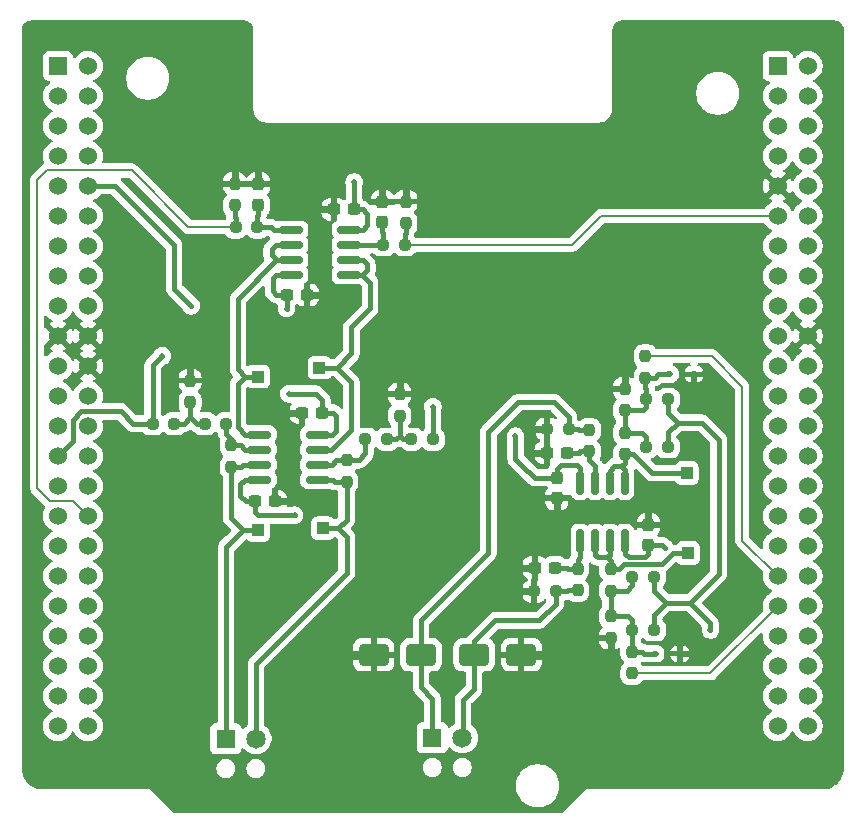
<source format=gtl>
%TF.GenerationSoftware,KiCad,Pcbnew,9.0.7-9.0.7~ubuntu24.04.1*%
%TF.CreationDate,2026-01-13T16:36:11+01:00*%
%TF.ProjectId,analogIO,616e616c-6f67-4494-9f2e-6b696361645f,1.0*%
%TF.SameCoordinates,Original*%
%TF.FileFunction,Copper,L1,Top*%
%TF.FilePolarity,Positive*%
%FSLAX46Y46*%
G04 Gerber Fmt 4.6, Leading zero omitted, Abs format (unit mm)*
G04 Created by KiCad (PCBNEW 9.0.7-9.0.7~ubuntu24.04.1) date 2026-01-13 16:36:11*
%MOMM*%
%LPD*%
G01*
G04 APERTURE LIST*
G04 Aperture macros list*
%AMRoundRect*
0 Rectangle with rounded corners*
0 $1 Rounding radius*
0 $2 $3 $4 $5 $6 $7 $8 $9 X,Y pos of 4 corners*
0 Add a 4 corners polygon primitive as box body*
4,1,4,$2,$3,$4,$5,$6,$7,$8,$9,$2,$3,0*
0 Add four circle primitives for the rounded corners*
1,1,$1+$1,$2,$3*
1,1,$1+$1,$4,$5*
1,1,$1+$1,$6,$7*
1,1,$1+$1,$8,$9*
0 Add four rect primitives between the rounded corners*
20,1,$1+$1,$2,$3,$4,$5,0*
20,1,$1+$1,$4,$5,$6,$7,0*
20,1,$1+$1,$6,$7,$8,$9,0*
20,1,$1+$1,$8,$9,$2,$3,0*%
G04 Aperture macros list end*
%TA.AperFunction,SMDPad,CuDef*%
%ADD10RoundRect,0.237500X-0.237500X0.250000X-0.237500X-0.250000X0.237500X-0.250000X0.237500X0.250000X0*%
%TD*%
%TA.AperFunction,SMDPad,CuDef*%
%ADD11RoundRect,0.150000X0.825000X0.150000X-0.825000X0.150000X-0.825000X-0.150000X0.825000X-0.150000X0*%
%TD*%
%TA.AperFunction,SMDPad,CuDef*%
%ADD12RoundRect,0.237500X0.250000X0.237500X-0.250000X0.237500X-0.250000X-0.237500X0.250000X-0.237500X0*%
%TD*%
%TA.AperFunction,SMDPad,CuDef*%
%ADD13R,1.000000X1.000000*%
%TD*%
%TA.AperFunction,SMDPad,CuDef*%
%ADD14RoundRect,0.150000X-0.150000X0.825000X-0.150000X-0.825000X0.150000X-0.825000X0.150000X0.825000X0*%
%TD*%
%TA.AperFunction,SMDPad,CuDef*%
%ADD15RoundRect,0.237500X0.300000X0.237500X-0.300000X0.237500X-0.300000X-0.237500X0.300000X-0.237500X0*%
%TD*%
%TA.AperFunction,SMDPad,CuDef*%
%ADD16RoundRect,0.237500X0.237500X-0.250000X0.237500X0.250000X-0.237500X0.250000X-0.237500X-0.250000X0*%
%TD*%
%TA.AperFunction,SMDPad,CuDef*%
%ADD17RoundRect,0.250000X1.000000X0.650000X-1.000000X0.650000X-1.000000X-0.650000X1.000000X-0.650000X0*%
%TD*%
%TA.AperFunction,SMDPad,CuDef*%
%ADD18RoundRect,0.237500X-0.250000X-0.237500X0.250000X-0.237500X0.250000X0.237500X-0.250000X0.237500X0*%
%TD*%
%TA.AperFunction,SMDPad,CuDef*%
%ADD19RoundRect,0.112500X-0.187500X-0.112500X0.187500X-0.112500X0.187500X0.112500X-0.187500X0.112500X0*%
%TD*%
%TA.AperFunction,SMDPad,CuDef*%
%ADD20RoundRect,0.250000X-1.000000X-0.650000X1.000000X-0.650000X1.000000X0.650000X-1.000000X0.650000X0*%
%TD*%
%TA.AperFunction,SMDPad,CuDef*%
%ADD21RoundRect,0.237500X0.237500X-0.300000X0.237500X0.300000X-0.237500X0.300000X-0.237500X-0.300000X0*%
%TD*%
%TA.AperFunction,SMDPad,CuDef*%
%ADD22RoundRect,0.237500X-0.300000X-0.237500X0.300000X-0.237500X0.300000X0.237500X-0.300000X0.237500X0*%
%TD*%
%TA.AperFunction,ComponentPad*%
%ADD23R,1.530000X1.530000*%
%TD*%
%TA.AperFunction,ComponentPad*%
%ADD24C,1.530000*%
%TD*%
%TA.AperFunction,ComponentPad*%
%ADD25R,1.650000X1.650000*%
%TD*%
%TA.AperFunction,ComponentPad*%
%ADD26C,1.650000*%
%TD*%
%TA.AperFunction,SMDPad,CuDef*%
%ADD27RoundRect,0.237500X-0.237500X0.300000X-0.237500X-0.300000X0.237500X-0.300000X0.237500X0.300000X0*%
%TD*%
%TA.AperFunction,ViaPad*%
%ADD28C,0.500000*%
%TD*%
%TA.AperFunction,Conductor*%
%ADD29C,0.400000*%
%TD*%
%TA.AperFunction,Conductor*%
%ADD30C,0.600000*%
%TD*%
%TA.AperFunction,Conductor*%
%ADD31C,0.800000*%
%TD*%
%TA.AperFunction,Conductor*%
%ADD32C,0.200000*%
%TD*%
G04 APERTURE END LIST*
D10*
%TO.P,R14,1*%
%TO.N,/analog_input/AI1_R1k*%
X167865000Y-102146250D03*
%TO.P,R14,2*%
%TO.N,AI_1*%
X167865000Y-103971250D03*
%TD*%
%TO.P,R25,1*%
%TO.N,GND*%
X134225000Y-62532500D03*
%TO.P,R25,2*%
%TO.N,AO_0*%
X134225000Y-64357500D03*
%TD*%
D11*
%TO.P,U3,1*%
%TO.N,/analog_output/OP_AO1_OUT*%
X143925000Y-70255000D03*
%TO.P,U3,2,-*%
X143925000Y-68985000D03*
%TO.P,U3,3,+*%
%TO.N,/analog_output/OP_AO1_IN*%
X143925000Y-67715000D03*
%TO.P,U3,4,V-*%
%TO.N,-15V*%
X143925000Y-66445000D03*
%TO.P,U3,5,+*%
%TO.N,/analog_output/OP_AO0_IN*%
X138975000Y-66445000D03*
%TO.P,U3,6,-*%
%TO.N,/analog_output/OP_AO0_OUT*%
X138975000Y-67715000D03*
%TO.P,U3,7*%
X138975000Y-68985000D03*
%TO.P,U3,8,V+*%
%TO.N,+15V*%
X138975000Y-70255000D03*
%TD*%
D12*
%TO.P,R21,1*%
%TO.N,/analog_output/OP_AO_Rs*%
X129112500Y-82850000D03*
%TO.P,R21,2*%
%TO.N,+5V*%
X127287500Y-82850000D03*
%TD*%
D13*
%TO.P,T4,1,1*%
%TO.N,ANALOG_OUT1*%
X141700000Y-91700000D03*
%TD*%
D14*
%TO.P,U1,1*%
%TO.N,/analog_input/OP_AI0_OUT*%
X167270000Y-87833750D03*
%TO.P,U1,2,-*%
X166000000Y-87833750D03*
%TO.P,U1,3,+*%
%TO.N,/analog_input/OP_AI0_IN*%
X164730000Y-87833750D03*
%TO.P,U1,4,V-*%
%TO.N,-15V*%
X163460000Y-87833750D03*
%TO.P,U1,5,+*%
%TO.N,/analog_input/OP_AI1_IN*%
X163460000Y-92783750D03*
%TO.P,U1,6,-*%
%TO.N,/analog_input/OP_AI1_OUT*%
X164730000Y-92783750D03*
%TO.P,U1,7*%
X166000000Y-92783750D03*
%TO.P,U1,8,V+*%
%TO.N,+15V*%
X167270000Y-92783750D03*
%TD*%
D15*
%TO.P,C6,1*%
%TO.N,-15V*%
X144337500Y-64695000D03*
%TO.P,C6,2*%
%TO.N,GND*%
X142612500Y-64695000D03*
%TD*%
%TO.P,C8,1*%
%TO.N,-15V*%
X141637500Y-81915000D03*
%TO.P,C8,2*%
%TO.N,GND*%
X139912500Y-81915000D03*
%TD*%
D16*
%TO.P,R5,1*%
%TO.N,/analog_input/OP_AI0_OUT*%
X167250000Y-85446250D03*
%TO.P,R5,2*%
%TO.N,/analog_input/AI0_R1k*%
X167250000Y-83621250D03*
%TD*%
D17*
%TO.P,D4,1,A1*%
%TO.N,GND*%
X158500000Y-102415000D03*
%TO.P,D4,2,A2*%
%TO.N,ANALOG_IN1*%
X154500000Y-102415000D03*
%TD*%
D13*
%TO.P,T5,1,1*%
%TO.N,/analog_output/OP_AO0_OUT*%
X136200000Y-78850000D03*
%TD*%
D18*
%TO.P,R7,1*%
%TO.N,/analog_input/AI0_R1k*%
X169087500Y-84808750D03*
%TO.P,R7,2*%
%TO.N,+3V3*%
X170912500Y-84808750D03*
%TD*%
D10*
%TO.P,R6,1*%
%TO.N,/analog_input/OP_AI1_OUT*%
X166065000Y-95146250D03*
%TO.P,R6,2*%
%TO.N,/analog_input/AI1_R1k*%
X166065000Y-96971250D03*
%TD*%
D19*
%TO.P,D2,1,K*%
%TO.N,/analog_input/AI1_R1k*%
X169815000Y-102308750D03*
%TO.P,D2,2,A*%
%TO.N,GND*%
X171915000Y-102308750D03*
%TD*%
D18*
%TO.P,R12,1*%
%TO.N,/analog_input/AI1_R1k*%
X167902500Y-100308750D03*
%TO.P,R12,2*%
%TO.N,+3V3*%
X169727500Y-100308750D03*
%TD*%
D13*
%TO.P,T2,1,1*%
%TO.N,/analog_input/OP_AI1_OUT*%
X172615000Y-93808750D03*
%TD*%
D16*
%TO.P,R16,1*%
%TO.N,ANALOG_OUT1*%
X143700000Y-87762500D03*
%TO.P,R16,2*%
%TO.N,/analog_output/OP_AO1-*%
X143700000Y-85937500D03*
%TD*%
D12*
%TO.P,R24,1*%
%TO.N,AO_1*%
X148637500Y-67695000D03*
%TO.P,R24,2*%
%TO.N,/analog_output/OP_AO1_IN*%
X146812500Y-67695000D03*
%TD*%
D18*
%TO.P,R11,1*%
%TO.N,/analog_input/AI0_R1k*%
X169087500Y-80783750D03*
%TO.P,R11,2*%
%TO.N,+3V3*%
X170912500Y-80783750D03*
%TD*%
%TO.P,R1,1*%
%TO.N,GND*%
X160675000Y-83283750D03*
%TO.P,R1,2*%
%TO.N,ANALOG_IN0*%
X162500000Y-83283750D03*
%TD*%
D20*
%TO.P,D3,1,A1*%
%TO.N,GND*%
X146000000Y-102415000D03*
%TO.P,D3,2,A2*%
%TO.N,ANALOG_IN0*%
X150000000Y-102415000D03*
%TD*%
D21*
%TO.P,C10,1*%
%TO.N,/analog_output/OP_AO1_IN*%
X146725000Y-65807500D03*
%TO.P,C10,2*%
%TO.N,GND*%
X146725000Y-64082500D03*
%TD*%
D15*
%TO.P,C3,1*%
%TO.N,/analog_input/OP_AI0_IN*%
X162362500Y-85283750D03*
%TO.P,C3,2*%
%TO.N,GND*%
X160637500Y-85283750D03*
%TD*%
D22*
%TO.P,C7,1*%
%TO.N,+15V*%
X135912500Y-89415000D03*
%TO.P,C7,2*%
%TO.N,GND*%
X137637500Y-89415000D03*
%TD*%
D10*
%TO.P,R3,1*%
%TO.N,ANALOG_IN0*%
X164250000Y-83371250D03*
%TO.P,R3,2*%
%TO.N,/analog_input/OP_AI0_IN*%
X164250000Y-85196250D03*
%TD*%
D23*
%TO.P,J4,1,Pin_1*%
%TO.N,unconnected-(J4-Pin_1-Pad1)*%
X180200000Y-52560000D03*
D24*
%TO.P,J4,2,Pin_2*%
%TO.N,unconnected-(J4-Pin_2-Pad2)*%
X182740000Y-52560000D03*
%TO.P,J4,3,Pin_3*%
%TO.N,unconnected-(J4-Pin_3-Pad3)*%
X180200000Y-55100000D03*
%TO.P,J4,4,Pin_4*%
%TO.N,unconnected-(J4-Pin_4-Pad4)*%
X182740000Y-55100000D03*
%TO.P,J4,5,Pin_5*%
%TO.N,unconnected-(J4-Pin_5-Pad5)*%
X180200000Y-57640000D03*
%TO.P,J4,6,Pin_6*%
%TO.N,unconnected-(J4-Pin_6-Pad6)*%
X182740000Y-57640000D03*
%TO.P,J4,7,Pin_7*%
%TO.N,unconnected-(J4-Pin_7-Pad7)*%
X180200000Y-60180000D03*
%TO.P,J4,8,Pin_8*%
%TO.N,unconnected-(J4-Pin_8-Pad8)*%
X182740000Y-60180000D03*
%TO.P,J4,9,Pin_9*%
%TO.N,GND*%
X180200000Y-62720000D03*
%TO.P,J4,10,Pin_10*%
%TO.N,unconnected-(J4-Pin_10-Pad10)*%
X182740000Y-62720000D03*
%TO.P,J4,11,Pin_11*%
%TO.N,AO_1*%
X180200000Y-65260000D03*
%TO.P,J4,12,Pin_12*%
%TO.N,unconnected-(J4-Pin_12-Pad12)*%
X182740000Y-65260000D03*
%TO.P,J4,13,Pin_13*%
%TO.N,unconnected-(J4-Pin_13-Pad13)*%
X180200000Y-67800000D03*
%TO.P,J4,14,Pin_14*%
%TO.N,unconnected-(J4-Pin_14-Pad14)*%
X182740000Y-67800000D03*
%TO.P,J4,15,Pin_15*%
%TO.N,unconnected-(J4-Pin_15-Pad15)*%
X180200000Y-70340000D03*
%TO.P,J4,16,Pin_16*%
%TO.N,unconnected-(J4-Pin_16-Pad16)*%
X182740000Y-70340000D03*
%TO.P,J4,17,Pin_17*%
%TO.N,unconnected-(J4-Pin_17-Pad17)*%
X180200000Y-72880000D03*
%TO.P,J4,18,Pin_18*%
%TO.N,unconnected-(J4-Pin_18-Pad18)*%
X182740000Y-72880000D03*
%TO.P,J4,19,Pin_19*%
%TO.N,unconnected-(J4-Pin_19-Pad19)*%
X180200000Y-75420000D03*
%TO.P,J4,20,Pin_20*%
%TO.N,GND*%
X182740000Y-75420000D03*
%TO.P,J4,21,Pin_21*%
%TO.N,unconnected-(J4-Pin_21-Pad21)*%
X180200000Y-77960000D03*
%TO.P,J4,22,Pin_22*%
%TO.N,unconnected-(J4-Pin_22-Pad22)*%
X182740000Y-77960000D03*
%TO.P,J4,23,Pin_23*%
%TO.N,unconnected-(J4-Pin_23-Pad23)*%
X180200000Y-80500000D03*
%TO.P,J4,24,Pin_24*%
%TO.N,unconnected-(J4-Pin_24-Pad24)*%
X182740000Y-80500000D03*
%TO.P,J4,25,Pin_25*%
%TO.N,unconnected-(J4-Pin_25-Pad25)*%
X180200000Y-83040000D03*
%TO.P,J4,26,Pin_26*%
%TO.N,unconnected-(J4-Pin_26-Pad26)*%
X182740000Y-83040000D03*
%TO.P,J4,27,Pin_27*%
%TO.N,unconnected-(J4-Pin_27-Pad27)*%
X180200000Y-85580000D03*
%TO.P,J4,28,Pin_28*%
%TO.N,unconnected-(J4-Pin_28-Pad28)*%
X182740000Y-85580000D03*
%TO.P,J4,29,Pin_29*%
%TO.N,unconnected-(J4-Pin_29-Pad29)*%
X180200000Y-88120000D03*
%TO.P,J4,30,Pin_30*%
%TO.N,unconnected-(J4-Pin_30-Pad30)*%
X182740000Y-88120000D03*
%TO.P,J4,31,Pin_31*%
%TO.N,unconnected-(J4-Pin_31-Pad31)*%
X180200000Y-90660000D03*
%TO.P,J4,32,Pin_32*%
%TO.N,unconnected-(J4-Pin_32-Pad32)*%
X182740000Y-90660000D03*
%TO.P,J4,33,Pin_33*%
%TO.N,unconnected-(J4-Pin_33-Pad33)*%
X180200000Y-93200000D03*
%TO.P,J4,34,Pin_34*%
%TO.N,unconnected-(J4-Pin_34-Pad34)*%
X182740000Y-93200000D03*
%TO.P,J4,35,Pin_35*%
%TO.N,AI_0*%
X180200000Y-95740000D03*
%TO.P,J4,36,Pin_36*%
%TO.N,unconnected-(J4-Pin_36-Pad36)*%
X182740000Y-95740000D03*
%TO.P,J4,37,Pin_37*%
%TO.N,AI_1*%
X180200000Y-98280000D03*
%TO.P,J4,38,Pin_38*%
%TO.N,unconnected-(J4-Pin_38-Pad38)*%
X182740000Y-98280000D03*
%TO.P,J4,39,Pin_39*%
%TO.N,unconnected-(J4-Pin_39-Pad39)*%
X180200000Y-100820000D03*
%TO.P,J4,40,Pin_40*%
%TO.N,unconnected-(J4-Pin_40-Pad40)*%
X182740000Y-100820000D03*
%TO.P,J4,41,Pin_41*%
%TO.N,unconnected-(J4-Pin_41-Pad41)*%
X180200000Y-103360000D03*
%TO.P,J4,42,Pin_42*%
%TO.N,unconnected-(J4-Pin_42-Pad42)*%
X182740000Y-103360000D03*
%TO.P,J4,43,Pin_43*%
%TO.N,unconnected-(J4-Pin_43-Pad43)*%
X180200000Y-105900000D03*
%TO.P,J4,44,Pin_44*%
%TO.N,unconnected-(J4-Pin_44-Pad44)*%
X182740000Y-105900000D03*
%TO.P,J4,45,Pin_45*%
%TO.N,unconnected-(J4-Pin_45-Pad45)*%
X180200000Y-108440000D03*
%TO.P,J4,46,Pin_46*%
%TO.N,unconnected-(J4-Pin_46-Pad46)*%
X182740000Y-108440000D03*
%TD*%
D19*
%TO.P,D1,1,K*%
%TO.N,/analog_input/AI0_R1k*%
X171015000Y-78658750D03*
%TO.P,D1,2,A*%
%TO.N,GND*%
X173115000Y-78658750D03*
%TD*%
D10*
%TO.P,R9,1*%
%TO.N,GND*%
X167250000Y-79871250D03*
%TO.P,R9,2*%
%TO.N,/analog_input/AI0_R1k*%
X167250000Y-81696250D03*
%TD*%
D18*
%TO.P,R23,1*%
%TO.N,AO_0*%
X134312500Y-66195000D03*
%TO.P,R23,2*%
%TO.N,/analog_output/OP_AO0_IN*%
X136137500Y-66195000D03*
%TD*%
D15*
%TO.P,C4,1*%
%TO.N,/analog_input/OP_AI1_IN*%
X161362500Y-95033750D03*
%TO.P,C4,2*%
%TO.N,GND*%
X159637500Y-95033750D03*
%TD*%
D11*
%TO.P,U2,1*%
%TO.N,ANALOG_OUT1*%
X141250000Y-87570000D03*
%TO.P,U2,2,-*%
%TO.N,/analog_output/OP_AO1-*%
X141250000Y-86300000D03*
%TO.P,U2,3,+*%
%TO.N,/analog_output/OP_AO1_OUT*%
X141250000Y-85030000D03*
%TO.P,U2,4,V-*%
%TO.N,-15V*%
X141250000Y-83760000D03*
%TO.P,U2,5,+*%
%TO.N,/analog_output/OP_AO0_OUT*%
X136300000Y-83760000D03*
%TO.P,U2,6,-*%
%TO.N,/analog_output/OP_AO0-*%
X136300000Y-85030000D03*
%TO.P,U2,7*%
%TO.N,ANALOG_OUT0*%
X136300000Y-86300000D03*
%TO.P,U2,8,V+*%
%TO.N,+15V*%
X136300000Y-87570000D03*
%TD*%
D18*
%TO.P,R8,1*%
%TO.N,/analog_input/AI1_R1k*%
X167902500Y-95808750D03*
%TO.P,R8,2*%
%TO.N,+3V3*%
X169727500Y-95808750D03*
%TD*%
D16*
%TO.P,R4,1*%
%TO.N,ANALOG_IN1*%
X163250000Y-96946250D03*
%TO.P,R4,2*%
%TO.N,/analog_input/OP_AI1_IN*%
X163250000Y-95121250D03*
%TD*%
D23*
%TO.P,J3,1,Pin_1*%
%TO.N,unconnected-(J3-Pin_1-Pad1)*%
X119260000Y-52560000D03*
D24*
%TO.P,J3,2,Pin_2*%
%TO.N,unconnected-(J3-Pin_2-Pad2)*%
X121800000Y-52560000D03*
%TO.P,J3,3,Pin_3*%
%TO.N,unconnected-(J3-Pin_3-Pad3)*%
X119260000Y-55100000D03*
%TO.P,J3,4,Pin_4*%
%TO.N,unconnected-(J3-Pin_4-Pad4)*%
X121800000Y-55100000D03*
%TO.P,J3,5,Pin_5*%
%TO.N,unconnected-(J3-Pin_5-Pad5)*%
X119260000Y-57640000D03*
%TO.P,J3,6,Pin_6*%
%TO.N,unconnected-(J3-Pin_6-Pad6)*%
X121800000Y-57640000D03*
%TO.P,J3,7,Pin_7*%
%TO.N,unconnected-(J3-Pin_7-Pad7)*%
X119260000Y-60180000D03*
%TO.P,J3,8,Pin_8*%
%TO.N,unconnected-(J3-Pin_8-Pad8)*%
X121800000Y-60180000D03*
%TO.P,J3,9,Pin_9*%
%TO.N,unconnected-(J3-Pin_9-Pad9)*%
X119260000Y-62720000D03*
%TO.P,J3,10,Pin_10*%
%TO.N,+15V*%
X121800000Y-62720000D03*
%TO.P,J3,11,Pin_11*%
%TO.N,unconnected-(J3-Pin_11-Pad11)*%
X119260000Y-65260000D03*
%TO.P,J3,12,Pin_12*%
%TO.N,unconnected-(J3-Pin_12-Pad12)*%
X121800000Y-65260000D03*
%TO.P,J3,13,Pin_13*%
%TO.N,unconnected-(J3-Pin_13-Pad13)*%
X119260000Y-67800000D03*
%TO.P,J3,14,Pin_14*%
%TO.N,unconnected-(J3-Pin_14-Pad14)*%
X121800000Y-67800000D03*
%TO.P,J3,15,Pin_15*%
%TO.N,unconnected-(J3-Pin_15-Pad15)*%
X119260000Y-70340000D03*
%TO.P,J3,16,Pin_16*%
%TO.N,unconnected-(J3-Pin_16-Pad16)*%
X121800000Y-70340000D03*
%TO.P,J3,17,Pin_17*%
%TO.N,unconnected-(J3-Pin_17-Pad17)*%
X119260000Y-72880000D03*
%TO.P,J3,18,Pin_18*%
%TO.N,unconnected-(J3-Pin_18-Pad18)*%
X121800000Y-72880000D03*
%TO.P,J3,19,Pin_19*%
%TO.N,GND*%
X119260000Y-75420000D03*
%TO.P,J3,20,Pin_20*%
X121800000Y-75420000D03*
%TO.P,J3,21,Pin_21*%
%TO.N,unconnected-(J3-Pin_21-Pad21)*%
X119260000Y-77960000D03*
%TO.P,J3,22,Pin_22*%
%TO.N,GND*%
X121800000Y-77960000D03*
%TO.P,J3,23,Pin_23*%
%TO.N,unconnected-(J3-Pin_23-Pad23)*%
X119260000Y-80500000D03*
%TO.P,J3,24,Pin_24*%
%TO.N,unconnected-(J3-Pin_24-Pad24)*%
X121800000Y-80500000D03*
%TO.P,J3,25,Pin_25*%
%TO.N,+3V3*%
X119260000Y-83040000D03*
%TO.P,J3,26,Pin_26*%
%TO.N,-15V*%
X121800000Y-83040000D03*
%TO.P,J3,27,Pin_27*%
%TO.N,+5V*%
X119260000Y-85580000D03*
%TO.P,J3,28,Pin_28*%
%TO.N,unconnected-(J3-Pin_28-Pad28)*%
X121800000Y-85580000D03*
%TO.P,J3,29,Pin_29*%
%TO.N,unconnected-(J3-Pin_29-Pad29)*%
X119260000Y-88120000D03*
%TO.P,J3,30,Pin_30*%
%TO.N,unconnected-(J3-Pin_30-Pad30)*%
X121800000Y-88120000D03*
%TO.P,J3,31,Pin_31*%
%TO.N,unconnected-(J3-Pin_31-Pad31)*%
X119260000Y-90660000D03*
%TO.P,J3,32,Pin_32*%
%TO.N,AO_0*%
X121800000Y-90660000D03*
%TO.P,J3,33,Pin_33*%
%TO.N,unconnected-(J3-Pin_33-Pad33)*%
X119260000Y-93200000D03*
%TO.P,J3,34,Pin_34*%
%TO.N,unconnected-(J3-Pin_34-Pad34)*%
X121800000Y-93200000D03*
%TO.P,J3,35,Pin_35*%
%TO.N,unconnected-(J3-Pin_35-Pad35)*%
X119260000Y-95740000D03*
%TO.P,J3,36,Pin_36*%
%TO.N,unconnected-(J3-Pin_36-Pad36)*%
X121800000Y-95740000D03*
%TO.P,J3,37,Pin_37*%
%TO.N,unconnected-(J3-Pin_37-Pad37)*%
X119260000Y-98280000D03*
%TO.P,J3,38,Pin_38*%
%TO.N,unconnected-(J3-Pin_38-Pad38)*%
X121800000Y-98280000D03*
%TO.P,J3,39,Pin_39*%
%TO.N,unconnected-(J3-Pin_39-Pad39)*%
X119260000Y-100820000D03*
%TO.P,J3,40,Pin_40*%
%TO.N,unconnected-(J3-Pin_40-Pad40)*%
X121800000Y-100820000D03*
%TO.P,J3,41,Pin_41*%
%TO.N,unconnected-(J3-Pin_41-Pad41)*%
X119260000Y-103360000D03*
%TO.P,J3,42,Pin_42*%
%TO.N,unconnected-(J3-Pin_42-Pad42)*%
X121800000Y-103360000D03*
%TO.P,J3,43,Pin_43*%
%TO.N,unconnected-(J3-Pin_43-Pad43)*%
X119260000Y-105900000D03*
%TO.P,J3,44,Pin_44*%
%TO.N,unconnected-(J3-Pin_44-Pad44)*%
X121800000Y-105900000D03*
%TO.P,J3,45,Pin_45*%
%TO.N,unconnected-(J3-Pin_45-Pad45)*%
X119260000Y-108440000D03*
%TO.P,J3,46,Pin_46*%
%TO.N,unconnected-(J3-Pin_46-Pad46)*%
X121800000Y-108440000D03*
%TD*%
D10*
%TO.P,R26,1*%
%TO.N,GND*%
X148725000Y-64032500D03*
%TO.P,R26,2*%
%TO.N,AO_1*%
X148725000Y-65857500D03*
%TD*%
D13*
%TO.P,T6,1,1*%
%TO.N,/analog_output/OP_AO1_OUT*%
X141400000Y-78100000D03*
%TD*%
D25*
%TO.P,J2,1,Pin_1*%
%TO.N,ANALOG_OUT0*%
X133480000Y-109500000D03*
D26*
%TO.P,J2,2,Pin_2*%
%TO.N,ANALOG_OUT1*%
X136020000Y-109500000D03*
%TD*%
D27*
%TO.P,C2,1*%
%TO.N,-15V*%
X161500000Y-87421250D03*
%TO.P,C2,2*%
%TO.N,GND*%
X161500000Y-89146250D03*
%TD*%
D10*
%TO.P,R20,1*%
%TO.N,GND*%
X148200000Y-80337500D03*
%TO.P,R20,2*%
%TO.N,/analog_output/OP_A1_Rs*%
X148200000Y-82162500D03*
%TD*%
D25*
%TO.P,J1,1,Pin_1*%
%TO.N,ANALOG_IN0*%
X150960000Y-109415000D03*
D26*
%TO.P,J1,2,Pin_2*%
%TO.N,ANALOG_IN1*%
X153500000Y-109415000D03*
%TD*%
D12*
%TO.P,R17,1*%
%TO.N,/analog_output/OP_AO0-*%
X133525000Y-82850000D03*
%TO.P,R17,2*%
%TO.N,/analog_output/OP_AO_Rs*%
X131700000Y-82850000D03*
%TD*%
D13*
%TO.P,T3,1,1*%
%TO.N,ANALOG_OUT0*%
X136200000Y-91850000D03*
%TD*%
D21*
%TO.P,C9,1*%
%TO.N,/analog_output/OP_AO0_IN*%
X136225000Y-64307500D03*
%TO.P,C9,2*%
%TO.N,GND*%
X136225000Y-62582500D03*
%TD*%
D18*
%TO.P,R2,1*%
%TO.N,GND*%
X159587500Y-97033750D03*
%TO.P,R2,2*%
%TO.N,ANALOG_IN1*%
X161412500Y-97033750D03*
%TD*%
D22*
%TO.P,C5,1*%
%TO.N,+15V*%
X138612500Y-71945000D03*
%TO.P,C5,2*%
%TO.N,GND*%
X140337500Y-71945000D03*
%TD*%
D18*
%TO.P,R18,1*%
%TO.N,/analog_output/OP_AO1-*%
X145287500Y-84150000D03*
%TO.P,R18,2*%
%TO.N,/analog_output/OP_A1_Rs*%
X147112500Y-84150000D03*
%TD*%
D10*
%TO.P,R19,1*%
%TO.N,GND*%
X130450000Y-79187500D03*
%TO.P,R19,2*%
%TO.N,/analog_output/OP_AO_Rs*%
X130450000Y-81012500D03*
%TD*%
D16*
%TO.P,R15,1*%
%TO.N,ANALOG_OUT0*%
X133950000Y-86512500D03*
%TO.P,R15,2*%
%TO.N,/analog_output/OP_AO0-*%
X133950000Y-84687500D03*
%TD*%
%TO.P,R10,1*%
%TO.N,GND*%
X166065000Y-100971250D03*
%TO.P,R10,2*%
%TO.N,/analog_input/AI1_R1k*%
X166065000Y-99146250D03*
%TD*%
D13*
%TO.P,T1,1,1*%
%TO.N,/analog_input/OP_AI0_OUT*%
X172500000Y-87033750D03*
%TD*%
D16*
%TO.P,R13,1*%
%TO.N,/analog_input/AI0_R1k*%
X169000000Y-78946250D03*
%TO.P,R13,2*%
%TO.N,AI_0*%
X169000000Y-77121250D03*
%TD*%
D18*
%TO.P,R22,1*%
%TO.N,/analog_output/OP_A1_Rs*%
X149187500Y-84150000D03*
%TO.P,R22,2*%
%TO.N,+5V*%
X151012500Y-84150000D03*
%TD*%
D21*
%TO.P,C1,1*%
%TO.N,+15V*%
X169250000Y-93146250D03*
%TO.P,C1,2*%
%TO.N,GND*%
X169250000Y-91421250D03*
%TD*%
D28*
%TO.N,+15V*%
X130550000Y-72850000D03*
X138612500Y-73100000D03*
X139300000Y-90600000D03*
X170700000Y-93400000D03*
%TO.N,GND*%
X159615000Y-83283750D03*
X161500000Y-90443750D03*
X158390000Y-97033750D03*
X148200000Y-79350000D03*
X158390000Y-95033750D03*
X141550000Y-64695000D03*
X146725000Y-63075000D03*
X136225000Y-61475000D03*
X173865000Y-78658750D03*
X138725000Y-81915000D03*
X141550000Y-71950000D03*
X134225000Y-61475000D03*
X167250000Y-78808750D03*
X166065000Y-102008750D03*
X138475000Y-89415000D03*
X159615000Y-85283750D03*
X144000000Y-102415000D03*
X148725000Y-63050000D03*
X172615000Y-102308750D03*
X169250000Y-90193750D03*
X160500000Y-102415000D03*
X130450000Y-78000000D03*
%TO.N,-15V*%
X138800000Y-80300000D03*
X158000000Y-83900000D03*
X144337500Y-62400000D03*
%TO.N,+3V3*%
X174500000Y-100300000D03*
%TO.N,+5V*%
X151000000Y-81400000D03*
X128100000Y-77100000D03*
%TD*%
D29*
%TO.N,+15V*%
X130550000Y-72850000D02*
X129100000Y-71400000D01*
X129100000Y-67700000D02*
X124120000Y-62720000D01*
X129100000Y-71400000D02*
X129100000Y-67700000D01*
X124120000Y-62720000D02*
X121800000Y-62720000D01*
X135080000Y-87570000D02*
X134700000Y-87950000D01*
X170700000Y-93400000D02*
X170446250Y-93146250D01*
X136300000Y-87570000D02*
X135080000Y-87570000D01*
X167270000Y-92783750D02*
X167270000Y-93833750D01*
X167570000Y-94133750D02*
X168970000Y-94133750D01*
X137450000Y-70550000D02*
X137745000Y-70255000D01*
X137745000Y-70255000D02*
X138975000Y-70255000D01*
X135912500Y-90312500D02*
X135912500Y-89415000D01*
X138612500Y-73100000D02*
X138612500Y-71945000D01*
X170446250Y-93146250D02*
X169250000Y-93146250D01*
X137450000Y-71650000D02*
X137450000Y-70550000D01*
X138612500Y-71945000D02*
X137745000Y-71945000D01*
X139300000Y-90600000D02*
X136200000Y-90600000D01*
X169250000Y-93853750D02*
X169250000Y-93146250D01*
X167270000Y-93833750D02*
X167570000Y-94133750D01*
X134700000Y-87950000D02*
X134700000Y-88950000D01*
X135165000Y-89415000D02*
X135912500Y-89415000D01*
X168970000Y-94133750D02*
X169250000Y-93853750D01*
X134700000Y-88950000D02*
X135165000Y-89415000D01*
X137745000Y-71945000D02*
X137450000Y-71650000D01*
X136200000Y-90600000D02*
X135912500Y-90312500D01*
D30*
%TO.N,GND*%
X159615000Y-83283750D02*
X160675000Y-83283750D01*
X158390000Y-95033750D02*
X159637500Y-95033750D01*
X148725000Y-63050000D02*
X148725000Y-64032500D01*
X167250000Y-78808750D02*
X167250000Y-79871250D01*
X148200000Y-79350000D02*
X148200000Y-80337500D01*
X161500000Y-90443750D02*
X161500000Y-89146250D01*
X141550000Y-64695000D02*
X142612500Y-64695000D01*
X136225000Y-61475000D02*
X136225000Y-62582500D01*
X140337500Y-71945000D02*
X141545000Y-71945000D01*
D29*
X171915000Y-102308750D02*
X172615000Y-102308750D01*
D31*
X146000000Y-102415000D02*
X144000000Y-102415000D01*
D30*
X138475000Y-89415000D02*
X137637500Y-89415000D01*
X141545000Y-71945000D02*
X141550000Y-71950000D01*
X166065000Y-102008750D02*
X166065000Y-100971250D01*
D31*
X158500000Y-102415000D02*
X160500000Y-102415000D01*
D30*
X138725000Y-81915000D02*
X139912500Y-81915000D01*
X146725000Y-63075000D02*
X146725000Y-64082500D01*
X159615000Y-85283750D02*
X160637500Y-85283750D01*
D29*
X173865000Y-78658750D02*
X173115000Y-78658750D01*
D30*
X158390000Y-97033750D02*
X159587500Y-97033750D01*
X130450000Y-78000000D02*
X130450000Y-79187500D01*
X169250000Y-90193750D02*
X169250000Y-91421250D01*
X134225000Y-61475000D02*
X134225000Y-62532500D01*
D29*
%TO.N,-15V*%
X145095000Y-64695000D02*
X145450000Y-65050000D01*
X161500000Y-86703750D02*
X161500000Y-87421250D01*
X145450000Y-66050000D02*
X145055000Y-66445000D01*
X158500000Y-86300000D02*
X158000000Y-85800000D01*
X145450000Y-65050000D02*
X145450000Y-66050000D01*
X163460000Y-87833750D02*
X163460000Y-86623750D01*
X159621250Y-87421250D02*
X158500000Y-86300000D01*
X163170000Y-86333750D02*
X161870000Y-86333750D01*
X141637500Y-80837500D02*
X141637500Y-81915000D01*
X142490000Y-83760000D02*
X142800000Y-83450000D01*
X141100000Y-80300000D02*
X141637500Y-80837500D01*
X142800000Y-82150000D02*
X142565000Y-81915000D01*
X144337500Y-62400000D02*
X144337500Y-64695000D01*
X144337500Y-64695000D02*
X145095000Y-64695000D01*
X138800000Y-80300000D02*
X141100000Y-80300000D01*
X161500000Y-87421250D02*
X159621250Y-87421250D01*
X145055000Y-66445000D02*
X143925000Y-66445000D01*
X161870000Y-86333750D02*
X161500000Y-86703750D01*
X142800000Y-83450000D02*
X142800000Y-82150000D01*
X158000000Y-85800000D02*
X158000000Y-83900000D01*
X163460000Y-86623750D02*
X163170000Y-86333750D01*
X141250000Y-83760000D02*
X142490000Y-83760000D01*
X142565000Y-81915000D02*
X141637500Y-81915000D01*
%TO.N,/analog_input/OP_AI0_IN*%
X164250000Y-85196250D02*
X164250000Y-85943750D01*
X164250000Y-85196250D02*
X163427500Y-85196250D01*
X163340000Y-85283750D02*
X162362500Y-85283750D01*
X164730000Y-86423750D02*
X164730000Y-87833750D01*
X163427500Y-85196250D02*
X163340000Y-85283750D01*
X164250000Y-85943750D02*
X164730000Y-86423750D01*
%TO.N,/analog_input/OP_AI1_IN*%
X162427500Y-95121250D02*
X162340000Y-95033750D01*
X163250000Y-95121250D02*
X163250000Y-94373750D01*
X163250000Y-94373750D02*
X163460000Y-94163750D01*
X163460000Y-94163750D02*
X163460000Y-92783750D01*
X163250000Y-95121250D02*
X162427500Y-95121250D01*
X162340000Y-95033750D02*
X161362500Y-95033750D01*
%TO.N,/analog_output/OP_AO0_IN*%
X138975000Y-66445000D02*
X137545000Y-66445000D01*
X137295000Y-66195000D02*
X136137500Y-66195000D01*
X136225000Y-64307500D02*
X136225000Y-65175000D01*
X136137500Y-65262500D02*
X136137500Y-66195000D01*
X136225000Y-65175000D02*
X136137500Y-65262500D01*
X137545000Y-66445000D02*
X137295000Y-66195000D01*
%TO.N,/analog_output/OP_AO1_IN*%
X146792500Y-67715000D02*
X146812500Y-67695000D01*
X143925000Y-67715000D02*
X146792500Y-67715000D01*
X146725000Y-66625000D02*
X146812500Y-66712500D01*
X146725000Y-65807500D02*
X146725000Y-66625000D01*
X146812500Y-66712500D02*
X146812500Y-67695000D01*
%TO.N,/analog_input/AI0_R1k*%
X167250000Y-83621250D02*
X167250000Y-81696250D01*
X169087500Y-81436250D02*
X169087500Y-80783750D01*
X168727500Y-83621250D02*
X169087500Y-83981250D01*
X167250000Y-81696250D02*
X168827500Y-81696250D01*
X169000000Y-78946250D02*
X169777500Y-78946250D01*
X169087500Y-83981250D02*
X169087500Y-84808750D01*
X167250000Y-83621250D02*
X168727500Y-83621250D01*
X169087500Y-79881250D02*
X169087500Y-80783750D01*
X169000000Y-78946250D02*
X169000000Y-79793750D01*
X169000000Y-79793750D02*
X169087500Y-79881250D01*
X169777500Y-78946250D02*
X170065000Y-78658750D01*
X170065000Y-78658750D02*
X171015000Y-78658750D01*
X168827500Y-81696250D02*
X169087500Y-81436250D01*
%TO.N,/analog_input/AI1_R1k*%
X167902500Y-100308750D02*
X167902500Y-102108750D01*
X168702500Y-102146250D02*
X167865000Y-102146250D01*
X169815000Y-102308750D02*
X168865000Y-102308750D01*
X167452500Y-96971250D02*
X167902500Y-96521250D01*
X167902500Y-100308750D02*
X167902500Y-99496250D01*
X167552500Y-99146250D02*
X167902500Y-99496250D01*
X166065000Y-96971250D02*
X167452500Y-96971250D01*
X168865000Y-102308750D02*
X168702500Y-102146250D01*
X166065000Y-99146250D02*
X167552500Y-99146250D01*
X166065000Y-96971250D02*
X166065000Y-99146250D01*
X167902500Y-102108750D02*
X167865000Y-102146250D01*
X167902500Y-96521250D02*
X167902500Y-95808750D01*
%TO.N,ANALOG_IN0*%
X163377500Y-83371250D02*
X164250000Y-83371250D01*
X155700000Y-93800000D02*
X150000000Y-99500000D01*
X162500000Y-82250000D02*
X161250000Y-81000000D01*
X162500000Y-83283750D02*
X163290000Y-83283750D01*
X162500000Y-83283750D02*
X162500000Y-82250000D01*
X161250000Y-81000000D02*
X158250000Y-81000000D01*
X150000000Y-99500000D02*
X150000000Y-102415000D01*
X155700000Y-83550000D02*
X155700000Y-93800000D01*
X158250000Y-81000000D02*
X155700000Y-83550000D01*
X163290000Y-83283750D02*
X163377500Y-83371250D01*
X150960000Y-109415000D02*
X150960000Y-106125000D01*
X150000000Y-105165000D02*
X150000000Y-102415000D01*
X150960000Y-106125000D02*
X150000000Y-105165000D01*
%TO.N,ANALOG_IN1*%
X161412500Y-98087500D02*
X160000000Y-99500000D01*
X154500000Y-101250000D02*
X154500000Y-102415000D01*
X153540000Y-106250000D02*
X154500000Y-105290000D01*
X156250000Y-99500000D02*
X154500000Y-101250000D01*
X163250000Y-96946250D02*
X162477500Y-96946250D01*
X153540000Y-109540000D02*
X153540000Y-106250000D01*
X154500000Y-105290000D02*
X154500000Y-102540000D01*
X161412500Y-97033750D02*
X162390000Y-97033750D01*
X161412500Y-97033750D02*
X161412500Y-98087500D01*
X160000000Y-99500000D02*
X156250000Y-99500000D01*
X162390000Y-97033750D02*
X162477500Y-96946250D01*
%TO.N,ANALOG_OUT0*%
X133480000Y-109500000D02*
X133480000Y-93320000D01*
X134950000Y-91850000D02*
X133900000Y-92900000D01*
X134950000Y-86300000D02*
X134737500Y-86512500D01*
X134950000Y-91850000D02*
X133950000Y-90850000D01*
X133950000Y-90850000D02*
X133950000Y-86512500D01*
X134950000Y-91850000D02*
X136200000Y-91850000D01*
X134737500Y-86512500D02*
X133950000Y-86512500D01*
X136300000Y-86300000D02*
X134950000Y-86300000D01*
X133480000Y-93320000D02*
X133900000Y-92900000D01*
%TO.N,ANALOG_OUT1*%
X143700000Y-92400000D02*
X143700000Y-95500000D01*
X141250000Y-87570000D02*
X142520000Y-87570000D01*
X143700000Y-91000000D02*
X143700000Y-87762500D01*
X142712500Y-87762500D02*
X143700000Y-87762500D01*
X141700000Y-91700000D02*
X143000000Y-91700000D01*
X143700000Y-95500000D02*
X136020000Y-103180000D01*
X143000000Y-91700000D02*
X143700000Y-91000000D01*
X142520000Y-87570000D02*
X142712500Y-87762500D01*
X136020000Y-103180000D02*
X136020000Y-109500000D01*
X143000000Y-91700000D02*
X143700000Y-92400000D01*
%TO.N,/analog_input/OP_AI0_OUT*%
X167250000Y-85446250D02*
X167982500Y-85446250D01*
X167250000Y-86173750D02*
X167250000Y-85446250D01*
X166000000Y-86823750D02*
X166365000Y-86458750D01*
X167270000Y-86763750D02*
X167270000Y-87833750D01*
X166965000Y-86458750D02*
X167250000Y-86173750D01*
X167982500Y-85446250D02*
X169570000Y-87033750D01*
X166000000Y-87833750D02*
X166000000Y-86823750D01*
X169570000Y-87033750D02*
X172500000Y-87033750D01*
X166965000Y-86458750D02*
X167270000Y-86763750D01*
X166365000Y-86458750D02*
X166965000Y-86458750D01*
%TO.N,/analog_input/OP_AI1_OUT*%
X164965000Y-94158750D02*
X165765000Y-94158750D01*
X164730000Y-93923750D02*
X164965000Y-94158750D01*
X164730000Y-92783750D02*
X164730000Y-93923750D01*
X170370000Y-94733750D02*
X171295000Y-93808750D01*
X166065000Y-95146250D02*
X166757500Y-95146250D01*
X165765000Y-94158750D02*
X166000000Y-93923750D01*
X166065000Y-94458750D02*
X165765000Y-94158750D01*
X166757500Y-95146250D02*
X167170000Y-94733750D01*
X166065000Y-95146250D02*
X166065000Y-94458750D01*
X166000000Y-93923750D02*
X166000000Y-92783750D01*
X171295000Y-93808750D02*
X172615000Y-93808750D01*
X167170000Y-94733750D02*
X170370000Y-94733750D01*
%TO.N,+3V3*%
X171750000Y-82750000D02*
X173750000Y-82750000D01*
X175200000Y-84200000D02*
X175200000Y-95550000D01*
X170912500Y-84808750D02*
X170912500Y-83587500D01*
X170750000Y-98000000D02*
X169727500Y-96977500D01*
X172750000Y-98000000D02*
X174500000Y-99750000D01*
X169727500Y-96977500D02*
X169727500Y-95808750D01*
X174500000Y-99750000D02*
X174500000Y-100300000D01*
X170912500Y-83587500D02*
X171750000Y-82750000D01*
X169727500Y-99022500D02*
X170750000Y-98000000D01*
X170912500Y-80783750D02*
X170912500Y-81912500D01*
X173750000Y-82750000D02*
X175200000Y-84200000D01*
X169727500Y-100308750D02*
X169727500Y-99022500D01*
X170912500Y-81912500D02*
X171750000Y-82750000D01*
X175200000Y-95550000D02*
X172750000Y-98000000D01*
X172750000Y-98000000D02*
X170750000Y-98000000D01*
%TO.N,/analog_output/OP_AO0-*%
X133950000Y-84100000D02*
X133525000Y-83675000D01*
X133525000Y-83675000D02*
X133525000Y-82850000D01*
X133950000Y-84687500D02*
X133950000Y-84100000D01*
X136300000Y-85030000D02*
X135080000Y-85030000D01*
X135080000Y-85030000D02*
X134737500Y-84687500D01*
X134737500Y-84687500D02*
X133950000Y-84687500D01*
%TO.N,/analog_output/OP_AO1-*%
X145287500Y-85362500D02*
X145287500Y-84150000D01*
X143700000Y-85937500D02*
X144712500Y-85937500D01*
X144712500Y-85937500D02*
X145287500Y-85362500D01*
X142812500Y-85937500D02*
X143700000Y-85937500D01*
X142450000Y-86300000D02*
X142812500Y-85937500D01*
X141250000Y-86300000D02*
X142450000Y-86300000D01*
%TO.N,/analog_output/OP_AO_Rs*%
X130450000Y-82300000D02*
X130450000Y-81012500D01*
X131000000Y-82850000D02*
X130450000Y-82300000D01*
X129112500Y-82850000D02*
X129900000Y-82850000D01*
X131700000Y-82850000D02*
X131000000Y-82850000D01*
X129900000Y-82850000D02*
X130450000Y-82300000D01*
%TO.N,/analog_output/OP_A1_Rs*%
X147900000Y-84150000D02*
X148200000Y-83850000D01*
X148500000Y-84150000D02*
X148200000Y-83850000D01*
X147112500Y-84150000D02*
X147900000Y-84150000D01*
X148200000Y-83850000D02*
X148200000Y-82162500D01*
X149187500Y-84150000D02*
X148500000Y-84150000D01*
%TO.N,+5V*%
X125650000Y-82850000D02*
X124600000Y-81800000D01*
X120500000Y-82500000D02*
X120500000Y-84340000D01*
X124600000Y-81800000D02*
X121200000Y-81800000D01*
X127287500Y-82850000D02*
X125650000Y-82850000D01*
X120500000Y-84340000D02*
X119260000Y-85580000D01*
X127287500Y-77912500D02*
X128100000Y-77100000D01*
X151012500Y-81412500D02*
X151000000Y-81400000D01*
X151012500Y-84150000D02*
X151012500Y-81412500D01*
X121200000Y-81800000D02*
X120500000Y-82500000D01*
X127287500Y-82850000D02*
X127287500Y-77912500D01*
%TO.N,/analog_output/OP_AO0_OUT*%
X134500000Y-83150000D02*
X135110000Y-83760000D01*
X134500000Y-78250000D02*
X135100000Y-78850000D01*
X138975000Y-68985000D02*
X137785000Y-68985000D01*
X136200000Y-78850000D02*
X135100000Y-78850000D01*
X137350000Y-68050000D02*
X137350000Y-68550000D01*
X137685000Y-67715000D02*
X137350000Y-68050000D01*
X137765000Y-68985000D02*
X134500000Y-72250000D01*
X137785000Y-68985000D02*
X137765000Y-68985000D01*
X135100000Y-78850000D02*
X134500000Y-79450000D01*
X135110000Y-83760000D02*
X136300000Y-83760000D01*
X138975000Y-67715000D02*
X137685000Y-67715000D01*
X134500000Y-72250000D02*
X134500000Y-78250000D01*
X134500000Y-79450000D02*
X134500000Y-83150000D01*
X137785000Y-68985000D02*
X137350000Y-68550000D01*
%TO.N,/analog_output/OP_AO1_OUT*%
X145450000Y-69850000D02*
X145045000Y-70255000D01*
X142900000Y-78100000D02*
X142200000Y-78100000D01*
X145700000Y-70910000D02*
X145045000Y-70255000D01*
X144100000Y-74650000D02*
X145700000Y-73050000D01*
X145045000Y-70255000D02*
X143925000Y-70255000D01*
X145450000Y-69350000D02*
X145450000Y-69850000D01*
X141250000Y-85030000D02*
X142420000Y-85030000D01*
X144100000Y-76900000D02*
X144100000Y-74650000D01*
X144100000Y-79300000D02*
X142900000Y-78100000D01*
X144100000Y-83350000D02*
X144100000Y-79300000D01*
X142200000Y-78100000D02*
X141400000Y-78100000D01*
X142900000Y-78100000D02*
X144100000Y-76900000D01*
X145700000Y-73050000D02*
X145700000Y-70910000D01*
X143925000Y-68985000D02*
X145085000Y-68985000D01*
X145085000Y-68985000D02*
X145450000Y-69350000D01*
X142420000Y-85030000D02*
X144100000Y-83350000D01*
D32*
%TO.N,AO_0*%
X118600000Y-89400000D02*
X117500000Y-88300000D01*
X125500000Y-61400000D02*
X130295000Y-66195000D01*
D29*
X134225000Y-64357500D02*
X134225000Y-65325000D01*
D32*
X118300000Y-61400000D02*
X125500000Y-61400000D01*
D29*
X134312500Y-65412500D02*
X134312500Y-66195000D01*
D32*
X117500000Y-62200000D02*
X118300000Y-61400000D01*
X117500000Y-88300000D02*
X117500000Y-62200000D01*
D29*
X134225000Y-65325000D02*
X134312500Y-65412500D01*
D32*
X130295000Y-66195000D02*
X134312500Y-66195000D01*
X120540000Y-89400000D02*
X118600000Y-89400000D01*
X121800000Y-90660000D02*
X120540000Y-89400000D01*
D29*
%TO.N,AO_1*%
X148725000Y-65857500D02*
X148725000Y-66675000D01*
D32*
X162805000Y-67695000D02*
X148637500Y-67695000D01*
D29*
X148725000Y-66675000D02*
X148637500Y-66762500D01*
X148637500Y-66762500D02*
X148637500Y-67695000D01*
D32*
X180200000Y-65260000D02*
X165240000Y-65260000D01*
X165240000Y-65260000D02*
X162805000Y-67695000D01*
%TO.N,AI_1*%
X174508750Y-103971250D02*
X180200000Y-98280000D01*
X167865000Y-103971250D02*
X174508750Y-103971250D01*
%TO.N,AI_0*%
X177200000Y-92740000D02*
X180200000Y-95740000D01*
X177200000Y-79700000D02*
X177200000Y-92740000D01*
X174621250Y-77121250D02*
X177200000Y-79700000D01*
X169000000Y-77121250D02*
X174621250Y-77121250D01*
%TD*%
%TA.AperFunction,Conductor*%
%TO.N,GND*%
G36*
X160975520Y-81720185D02*
G01*
X160996162Y-81736819D01*
X161516427Y-82257084D01*
X161549912Y-82318407D01*
X161544928Y-82388099D01*
X161503056Y-82444032D01*
X161437592Y-82468449D01*
X161369319Y-82453597D01*
X161363649Y-82450303D01*
X161238811Y-82373301D01*
X161238800Y-82373296D01*
X161075152Y-82319069D01*
X160974154Y-82308750D01*
X160925000Y-82308750D01*
X160925000Y-84299888D01*
X160905315Y-84366927D01*
X160888681Y-84387569D01*
X160887500Y-84388750D01*
X160887500Y-86284516D01*
X160889990Y-86289077D01*
X160888553Y-86309170D01*
X160892079Y-86329003D01*
X160885649Y-86349776D01*
X160885006Y-86358769D01*
X160883264Y-86363179D01*
X160880248Y-86370407D01*
X160879225Y-86371939D01*
X160826420Y-86499422D01*
X160826416Y-86499440D01*
X160825684Y-86501196D01*
X160825264Y-86501713D01*
X160798926Y-86541133D01*
X160728982Y-86611078D01*
X160679660Y-86660400D01*
X160678766Y-86661848D01*
X160677895Y-86662632D01*
X160675179Y-86666067D01*
X160674592Y-86665602D01*
X160626820Y-86708571D01*
X160573229Y-86720750D01*
X159962769Y-86720750D01*
X159895730Y-86701065D01*
X159875088Y-86684431D01*
X158761061Y-85570404D01*
X159600001Y-85570404D01*
X159610319Y-85671402D01*
X159664546Y-85835050D01*
X159664551Y-85835061D01*
X159755052Y-85981784D01*
X159755055Y-85981788D01*
X159876961Y-86103694D01*
X159876965Y-86103697D01*
X160023688Y-86194198D01*
X160023699Y-86194203D01*
X160187347Y-86248430D01*
X160288351Y-86258749D01*
X160387500Y-86258748D01*
X160387500Y-85533750D01*
X159600001Y-85533750D01*
X159600001Y-85570404D01*
X158761061Y-85570404D01*
X158736819Y-85546162D01*
X158703334Y-85484839D01*
X158700500Y-85458481D01*
X158700500Y-84997095D01*
X159600000Y-84997095D01*
X159600000Y-85033750D01*
X160387500Y-85033750D01*
X160387500Y-84267612D01*
X160407185Y-84200573D01*
X160423819Y-84179931D01*
X160425000Y-84178750D01*
X160425000Y-83533750D01*
X159687501Y-83533750D01*
X159687501Y-83570404D01*
X159697819Y-83671402D01*
X159752046Y-83835050D01*
X159752051Y-83835061D01*
X159842552Y-83981784D01*
X159842555Y-83981788D01*
X159964460Y-84103693D01*
X160043173Y-84152244D01*
X160089897Y-84204192D01*
X160101120Y-84273155D01*
X160073276Y-84337237D01*
X160028974Y-84367532D01*
X160030240Y-84370247D01*
X160023688Y-84373301D01*
X159876965Y-84463802D01*
X159876961Y-84463805D01*
X159755055Y-84585711D01*
X159755052Y-84585715D01*
X159664551Y-84732438D01*
X159664546Y-84732449D01*
X159610319Y-84896097D01*
X159600000Y-84997095D01*
X158700500Y-84997095D01*
X158700500Y-84194658D01*
X158709939Y-84147206D01*
X158715668Y-84133372D01*
X158721658Y-84118913D01*
X158744264Y-84005269D01*
X158750500Y-83973920D01*
X158750500Y-83826079D01*
X158721659Y-83681092D01*
X158721658Y-83681091D01*
X158721658Y-83681087D01*
X158717245Y-83670434D01*
X158665087Y-83544511D01*
X158665080Y-83544498D01*
X158582951Y-83421584D01*
X158582948Y-83421580D01*
X158478419Y-83317051D01*
X158478415Y-83317048D01*
X158355501Y-83234919D01*
X158355488Y-83234912D01*
X158218917Y-83178343D01*
X158218907Y-83178340D01*
X158073920Y-83149500D01*
X158073918Y-83149500D01*
X157926082Y-83149500D01*
X157926080Y-83149500D01*
X157781092Y-83178340D01*
X157781082Y-83178343D01*
X157644511Y-83234912D01*
X157644498Y-83234919D01*
X157521584Y-83317048D01*
X157521580Y-83317051D01*
X157417051Y-83421580D01*
X157417048Y-83421584D01*
X157334919Y-83544498D01*
X157334912Y-83544511D01*
X157278343Y-83681082D01*
X157278340Y-83681092D01*
X157249500Y-83826079D01*
X157249500Y-83826082D01*
X157249500Y-83973918D01*
X157249500Y-83973920D01*
X157249499Y-83973920D01*
X157278340Y-84118907D01*
X157278343Y-84118917D01*
X157290061Y-84147206D01*
X157299500Y-84194657D01*
X157299500Y-85731006D01*
X157299500Y-85868994D01*
X157299500Y-85868996D01*
X157299499Y-85868996D01*
X157326418Y-86004322D01*
X157326421Y-86004332D01*
X157379222Y-86131807D01*
X157455887Y-86246545D01*
X157455888Y-86246546D01*
X157955885Y-86746542D01*
X157955886Y-86746543D01*
X159174703Y-87965361D01*
X159174704Y-87965362D01*
X159289442Y-88042027D01*
X159416917Y-88094828D01*
X159416922Y-88094830D01*
X159416926Y-88094830D01*
X159416927Y-88094831D01*
X159552253Y-88121750D01*
X159552256Y-88121750D01*
X159552257Y-88121750D01*
X160573229Y-88121750D01*
X160640268Y-88141435D01*
X160667137Y-88164773D01*
X160673584Y-88172250D01*
X160679660Y-88182100D01*
X160697221Y-88199661D01*
X160700209Y-88203126D01*
X160712831Y-88230942D01*
X160727467Y-88257745D01*
X160727130Y-88262452D01*
X160729081Y-88266751D01*
X160724661Y-88296970D01*
X160722483Y-88327437D01*
X160719535Y-88332023D01*
X160718971Y-88335885D01*
X160711652Y-88344290D01*
X160693985Y-88371782D01*
X160680052Y-88385715D01*
X160589551Y-88532438D01*
X160589546Y-88532449D01*
X160535319Y-88696097D01*
X160525000Y-88797095D01*
X160525000Y-88896250D01*
X162474997Y-88896250D01*
X162502327Y-88868920D01*
X162563650Y-88835435D01*
X162633342Y-88840419D01*
X162689276Y-88882290D01*
X162704279Y-88912364D01*
X162705156Y-88911985D01*
X162708255Y-88919146D01*
X162791917Y-89060612D01*
X162791923Y-89060620D01*
X162908129Y-89176826D01*
X162908133Y-89176829D01*
X162908135Y-89176831D01*
X163049602Y-89260494D01*
X163091224Y-89272586D01*
X163207426Y-89306347D01*
X163207429Y-89306347D01*
X163207431Y-89306348D01*
X163244306Y-89309250D01*
X163244314Y-89309250D01*
X163675686Y-89309250D01*
X163675694Y-89309250D01*
X163712569Y-89306348D01*
X163712571Y-89306347D01*
X163712573Y-89306347D01*
X163765397Y-89291000D01*
X163870398Y-89260494D01*
X164011865Y-89176831D01*
X164011870Y-89176825D01*
X164018031Y-89172048D01*
X164019933Y-89174500D01*
X164068579Y-89147905D01*
X164138274Y-89152854D01*
X164170695Y-89173690D01*
X164171969Y-89172048D01*
X164178132Y-89176828D01*
X164178135Y-89176831D01*
X164319602Y-89260494D01*
X164361224Y-89272586D01*
X164477426Y-89306347D01*
X164477429Y-89306347D01*
X164477431Y-89306348D01*
X164514306Y-89309250D01*
X164514314Y-89309250D01*
X164945686Y-89309250D01*
X164945694Y-89309250D01*
X164982569Y-89306348D01*
X164982571Y-89306347D01*
X164982573Y-89306347D01*
X165035397Y-89291000D01*
X165140398Y-89260494D01*
X165281865Y-89176831D01*
X165281870Y-89176825D01*
X165288031Y-89172048D01*
X165289933Y-89174500D01*
X165338579Y-89147905D01*
X165408274Y-89152854D01*
X165440695Y-89173690D01*
X165441969Y-89172048D01*
X165448132Y-89176828D01*
X165448135Y-89176831D01*
X165589602Y-89260494D01*
X165631224Y-89272586D01*
X165747426Y-89306347D01*
X165747429Y-89306347D01*
X165747431Y-89306348D01*
X165784306Y-89309250D01*
X165784314Y-89309250D01*
X166215686Y-89309250D01*
X166215694Y-89309250D01*
X166252569Y-89306348D01*
X166252571Y-89306347D01*
X166252573Y-89306347D01*
X166305397Y-89291000D01*
X166410398Y-89260494D01*
X166551865Y-89176831D01*
X166551870Y-89176825D01*
X166558031Y-89172048D01*
X166559933Y-89174500D01*
X166608579Y-89147905D01*
X166678274Y-89152854D01*
X166710695Y-89173690D01*
X166711969Y-89172048D01*
X166718132Y-89176828D01*
X166718135Y-89176831D01*
X166859602Y-89260494D01*
X166901224Y-89272586D01*
X167017426Y-89306347D01*
X167017429Y-89306347D01*
X167017431Y-89306348D01*
X167054306Y-89309250D01*
X167054314Y-89309250D01*
X167485686Y-89309250D01*
X167485694Y-89309250D01*
X167522569Y-89306348D01*
X167522571Y-89306347D01*
X167522573Y-89306347D01*
X167575397Y-89291000D01*
X167680398Y-89260494D01*
X167821865Y-89176831D01*
X167938081Y-89060615D01*
X168021744Y-88919148D01*
X168057204Y-88797095D01*
X168067597Y-88761323D01*
X168067598Y-88761317D01*
X168070499Y-88724451D01*
X168070500Y-88724444D01*
X168070500Y-86943056D01*
X168067598Y-86906181D01*
X168045017Y-86828457D01*
X168045216Y-86758588D01*
X168083158Y-86699918D01*
X168146796Y-86671074D01*
X168215926Y-86681215D01*
X168251774Y-86706181D01*
X169123453Y-87577861D01*
X169123454Y-87577862D01*
X169123457Y-87577864D01*
X169218294Y-87641232D01*
X169238192Y-87654527D01*
X169365667Y-87707328D01*
X169365672Y-87707330D01*
X169365676Y-87707330D01*
X169365677Y-87707331D01*
X169501003Y-87734250D01*
X169501006Y-87734250D01*
X169501007Y-87734250D01*
X171462820Y-87734250D01*
X171529859Y-87753935D01*
X171562085Y-87783937D01*
X171642454Y-87891296D01*
X171688643Y-87925873D01*
X171757664Y-87977543D01*
X171757671Y-87977547D01*
X171892517Y-88027841D01*
X171892516Y-88027841D01*
X171899444Y-88028585D01*
X171952127Y-88034250D01*
X173047872Y-88034249D01*
X173107483Y-88027841D01*
X173242331Y-87977546D01*
X173357546Y-87891296D01*
X173443796Y-87776081D01*
X173494091Y-87641233D01*
X173500500Y-87581623D01*
X173500499Y-86485878D01*
X173494091Y-86426267D01*
X173492450Y-86421868D01*
X173443797Y-86291421D01*
X173443793Y-86291414D01*
X173357547Y-86176205D01*
X173357544Y-86176202D01*
X173242335Y-86089956D01*
X173242328Y-86089952D01*
X173107482Y-86039658D01*
X173107483Y-86039658D01*
X173047883Y-86033251D01*
X173047881Y-86033250D01*
X173047873Y-86033250D01*
X173047864Y-86033250D01*
X171952129Y-86033250D01*
X171952123Y-86033251D01*
X171892516Y-86039658D01*
X171757671Y-86089952D01*
X171757664Y-86089956D01*
X171642456Y-86176202D01*
X171642455Y-86176203D01*
X171642454Y-86176204D01*
X171562087Y-86283561D01*
X171506153Y-86325432D01*
X171462820Y-86333250D01*
X169911519Y-86333250D01*
X169844480Y-86313565D01*
X169823838Y-86296931D01*
X169489506Y-85962599D01*
X169456021Y-85901276D01*
X169461005Y-85831584D01*
X169502877Y-85775651D01*
X169538177Y-85757214D01*
X169651516Y-85719658D01*
X169798350Y-85629090D01*
X169912319Y-85515121D01*
X169973642Y-85481636D01*
X170043334Y-85486620D01*
X170087681Y-85515121D01*
X170201650Y-85629090D01*
X170348484Y-85719658D01*
X170512247Y-85773924D01*
X170613323Y-85784250D01*
X171211676Y-85784249D01*
X171211684Y-85784248D01*
X171211687Y-85784248D01*
X171295846Y-85775651D01*
X171312753Y-85773924D01*
X171476516Y-85719658D01*
X171623350Y-85629090D01*
X171745340Y-85507100D01*
X171835908Y-85360266D01*
X171890174Y-85196503D01*
X171900500Y-85095427D01*
X171900499Y-84522074D01*
X171899926Y-84516468D01*
X171890174Y-84420997D01*
X171872257Y-84366927D01*
X171835908Y-84257234D01*
X171745340Y-84110400D01*
X171650479Y-84015539D01*
X171616994Y-83954216D01*
X171621978Y-83884524D01*
X171650477Y-83840179D01*
X172003838Y-83486819D01*
X172065161Y-83453334D01*
X172091519Y-83450500D01*
X173408481Y-83450500D01*
X173475520Y-83470185D01*
X173496162Y-83486819D01*
X174463181Y-84453838D01*
X174496666Y-84515161D01*
X174499500Y-84541519D01*
X174499500Y-95208481D01*
X174479815Y-95275520D01*
X174463181Y-95296162D01*
X172496162Y-97263181D01*
X172434839Y-97296666D01*
X172408481Y-97299500D01*
X171091518Y-97299500D01*
X171024479Y-97279815D01*
X171003837Y-97263181D01*
X170491729Y-96751072D01*
X170458244Y-96689749D01*
X170463228Y-96620057D01*
X170491725Y-96575714D01*
X170560340Y-96507100D01*
X170650908Y-96360266D01*
X170705174Y-96196503D01*
X170715500Y-96095427D01*
X170715499Y-95522074D01*
X170706186Y-95430909D01*
X170718955Y-95362219D01*
X170760652Y-95315208D01*
X170816543Y-95277864D01*
X171515270Y-94579136D01*
X171576591Y-94545653D01*
X171646282Y-94550637D01*
X171702215Y-94592507D01*
X171705583Y-94597006D01*
X171750979Y-94657647D01*
X171757455Y-94666297D01*
X171872664Y-94752543D01*
X171872671Y-94752547D01*
X172007517Y-94802841D01*
X172007516Y-94802841D01*
X172014444Y-94803585D01*
X172067127Y-94809250D01*
X173162872Y-94809249D01*
X173222483Y-94802841D01*
X173357331Y-94752546D01*
X173472546Y-94666296D01*
X173558796Y-94551081D01*
X173609091Y-94416233D01*
X173615500Y-94356623D01*
X173615499Y-93260878D01*
X173609091Y-93201267D01*
X173577164Y-93115667D01*
X173558797Y-93066421D01*
X173558793Y-93066414D01*
X173472547Y-92951205D01*
X173472544Y-92951202D01*
X173357335Y-92864956D01*
X173357328Y-92864952D01*
X173222482Y-92814658D01*
X173222483Y-92814658D01*
X173162883Y-92808251D01*
X173162881Y-92808250D01*
X173162873Y-92808250D01*
X173162864Y-92808250D01*
X172067129Y-92808250D01*
X172067123Y-92808251D01*
X172007516Y-92814658D01*
X171872671Y-92864952D01*
X171872664Y-92864956D01*
X171757456Y-92951202D01*
X171757455Y-92951203D01*
X171757454Y-92951204D01*
X171677087Y-93058561D01*
X171673430Y-93061298D01*
X171671533Y-93065453D01*
X171645718Y-93082043D01*
X171621153Y-93100432D01*
X171615523Y-93101447D01*
X171612755Y-93103227D01*
X171577820Y-93108250D01*
X171473480Y-93108250D01*
X171406441Y-93088565D01*
X171369698Y-93048748D01*
X171368469Y-93049570D01*
X171282951Y-92921584D01*
X171282948Y-92921580D01*
X171178419Y-92817051D01*
X171178415Y-92817048D01*
X171055501Y-92734919D01*
X171055491Y-92734914D01*
X171027201Y-92723196D01*
X170986975Y-92696318D01*
X170892793Y-92602136D01*
X170815514Y-92550500D01*
X170778057Y-92525472D01*
X170650582Y-92472671D01*
X170650572Y-92472668D01*
X170515246Y-92445750D01*
X170515244Y-92445750D01*
X170515243Y-92445750D01*
X170176771Y-92445750D01*
X170109732Y-92426065D01*
X170082863Y-92402727D01*
X170076415Y-92395249D01*
X170070340Y-92385400D01*
X170052777Y-92367837D01*
X170049790Y-92364373D01*
X170037167Y-92336556D01*
X170022532Y-92309754D01*
X170022868Y-92305046D01*
X170020918Y-92300748D01*
X170025337Y-92270528D01*
X170027516Y-92240062D01*
X170030463Y-92235476D01*
X170031028Y-92231614D01*
X170038350Y-92223204D01*
X170056021Y-92195710D01*
X170069947Y-92181785D01*
X170160448Y-92035061D01*
X170160453Y-92035050D01*
X170214680Y-91871402D01*
X170224999Y-91770404D01*
X170225000Y-91770391D01*
X170225000Y-91671250D01*
X168275001Y-91671250D01*
X168275001Y-91698797D01*
X168255316Y-91765836D01*
X168202512Y-91811591D01*
X168133354Y-91821535D01*
X168069798Y-91792510D01*
X168032024Y-91733732D01*
X168031925Y-91733393D01*
X168021745Y-91698354D01*
X168021744Y-91698353D01*
X168021744Y-91698352D01*
X167938081Y-91556885D01*
X167938079Y-91556883D01*
X167938076Y-91556879D01*
X167821870Y-91440673D01*
X167821862Y-91440667D01*
X167680396Y-91357005D01*
X167680393Y-91357004D01*
X167522573Y-91311152D01*
X167522567Y-91311151D01*
X167485701Y-91308250D01*
X167485694Y-91308250D01*
X167054306Y-91308250D01*
X167054298Y-91308250D01*
X167017432Y-91311151D01*
X167017426Y-91311152D01*
X166859606Y-91357004D01*
X166859603Y-91357005D01*
X166718137Y-91440667D01*
X166711969Y-91445452D01*
X166710072Y-91443006D01*
X166661358Y-91469607D01*
X166591666Y-91464623D01*
X166559296Y-91443819D01*
X166558031Y-91445452D01*
X166551862Y-91440667D01*
X166410396Y-91357005D01*
X166410393Y-91357004D01*
X166252573Y-91311152D01*
X166252567Y-91311151D01*
X166215701Y-91308250D01*
X166215694Y-91308250D01*
X165784306Y-91308250D01*
X165784298Y-91308250D01*
X165747432Y-91311151D01*
X165747426Y-91311152D01*
X165589606Y-91357004D01*
X165589603Y-91357005D01*
X165448137Y-91440667D01*
X165441969Y-91445452D01*
X165440072Y-91443006D01*
X165391358Y-91469607D01*
X165321666Y-91464623D01*
X165289296Y-91443819D01*
X165288031Y-91445452D01*
X165281862Y-91440667D01*
X165140396Y-91357005D01*
X165140393Y-91357004D01*
X164982573Y-91311152D01*
X164982567Y-91311151D01*
X164945701Y-91308250D01*
X164945694Y-91308250D01*
X164514306Y-91308250D01*
X164514298Y-91308250D01*
X164477432Y-91311151D01*
X164477426Y-91311152D01*
X164319606Y-91357004D01*
X164319603Y-91357005D01*
X164178137Y-91440667D01*
X164171969Y-91445452D01*
X164170072Y-91443006D01*
X164121358Y-91469607D01*
X164051666Y-91464623D01*
X164019296Y-91443819D01*
X164018031Y-91445452D01*
X164011862Y-91440667D01*
X163870396Y-91357005D01*
X163870393Y-91357004D01*
X163712573Y-91311152D01*
X163712567Y-91311151D01*
X163675701Y-91308250D01*
X163675694Y-91308250D01*
X163244306Y-91308250D01*
X163244298Y-91308250D01*
X163207432Y-91311151D01*
X163207426Y-91311152D01*
X163049606Y-91357004D01*
X163049603Y-91357005D01*
X162908137Y-91440667D01*
X162908129Y-91440673D01*
X162791923Y-91556879D01*
X162791917Y-91556887D01*
X162708255Y-91698353D01*
X162708254Y-91698356D01*
X162662402Y-91856176D01*
X162662401Y-91856182D01*
X162659500Y-91893048D01*
X162659500Y-93674451D01*
X162662401Y-93711317D01*
X162703180Y-93851679D01*
X162702980Y-93921548D01*
X162687206Y-93955163D01*
X162629223Y-94041942D01*
X162576420Y-94169419D01*
X162576418Y-94169426D01*
X162562890Y-94237434D01*
X162530504Y-94299345D01*
X162469788Y-94333918D01*
X162437901Y-94337195D01*
X162427390Y-94336909D01*
X162408994Y-94333250D01*
X162408993Y-94333250D01*
X162292871Y-94333250D01*
X162291180Y-94333204D01*
X162259471Y-94322949D01*
X162227513Y-94313565D01*
X162225540Y-94311975D01*
X162224701Y-94311704D01*
X162223722Y-94310510D01*
X162206871Y-94296931D01*
X162123351Y-94213411D01*
X162123350Y-94213410D01*
X161991051Y-94131807D01*
X161976518Y-94122843D01*
X161976513Y-94122841D01*
X161975069Y-94122362D01*
X161812753Y-94068576D01*
X161812751Y-94068575D01*
X161711678Y-94058250D01*
X161013330Y-94058250D01*
X161013312Y-94058251D01*
X160912247Y-94068575D01*
X160748484Y-94122842D01*
X160748481Y-94122843D01*
X160601648Y-94213411D01*
X160587325Y-94227734D01*
X160526001Y-94261218D01*
X160456309Y-94256232D01*
X160411965Y-94227732D01*
X160398038Y-94213805D01*
X160398034Y-94213802D01*
X160251311Y-94123301D01*
X160251300Y-94123296D01*
X160087652Y-94069069D01*
X159986654Y-94058750D01*
X159887500Y-94058750D01*
X159887500Y-96037388D01*
X159867815Y-96104427D01*
X159851181Y-96125069D01*
X159837500Y-96138750D01*
X159837500Y-98008749D01*
X159886640Y-98008749D01*
X159886654Y-98008748D01*
X159987652Y-97998430D01*
X160151300Y-97944203D01*
X160151311Y-97944198D01*
X160298033Y-97853698D01*
X160411964Y-97739767D01*
X160419911Y-97735427D01*
X160425336Y-97728181D01*
X160450092Y-97718947D01*
X160473287Y-97706282D01*
X160482317Y-97706927D01*
X160490800Y-97703764D01*
X160516620Y-97709380D01*
X160542979Y-97711266D01*
X160552032Y-97717084D01*
X160559073Y-97718616D01*
X160587327Y-97739767D01*
X160590770Y-97743210D01*
X160624255Y-97804533D01*
X160619271Y-97874225D01*
X160590770Y-97918572D01*
X159746162Y-98763181D01*
X159684839Y-98796666D01*
X159658481Y-98799500D01*
X156181004Y-98799500D01*
X156045677Y-98826418D01*
X156045667Y-98826421D01*
X155918192Y-98879222D01*
X155803454Y-98955887D01*
X155803453Y-98955888D01*
X153955894Y-100803448D01*
X153955892Y-100803450D01*
X153955886Y-100803457D01*
X153954671Y-100805276D01*
X153879225Y-100918189D01*
X153867230Y-100947145D01*
X153862006Y-100955613D01*
X153843127Y-100972588D01*
X153827196Y-100992357D01*
X153817583Y-100995556D01*
X153810050Y-101002330D01*
X153784991Y-101006403D01*
X153760902Y-101014421D01*
X153756477Y-101014500D01*
X153449999Y-101014500D01*
X153449980Y-101014501D01*
X153347203Y-101025000D01*
X153347200Y-101025001D01*
X153180668Y-101080185D01*
X153180663Y-101080187D01*
X153031342Y-101172289D01*
X152907289Y-101296342D01*
X152815187Y-101445663D01*
X152815185Y-101445668D01*
X152788741Y-101525473D01*
X152760001Y-101612203D01*
X152760001Y-101612204D01*
X152760000Y-101612204D01*
X152749500Y-101714983D01*
X152749500Y-103115001D01*
X152749501Y-103115018D01*
X152760000Y-103217796D01*
X152760001Y-103217799D01*
X152810685Y-103370750D01*
X152815186Y-103384334D01*
X152907288Y-103533656D01*
X153031344Y-103657712D01*
X153180666Y-103749814D01*
X153347203Y-103804999D01*
X153449991Y-103815500D01*
X153675500Y-103815499D01*
X153742539Y-103835183D01*
X153788294Y-103887987D01*
X153799500Y-103939499D01*
X153799500Y-104948480D01*
X153779815Y-105015519D01*
X153763181Y-105036161D01*
X152995888Y-105803453D01*
X152995887Y-105803454D01*
X152952707Y-105868077D01*
X152924179Y-105910775D01*
X152924177Y-105910778D01*
X152919226Y-105918186D01*
X152919222Y-105918193D01*
X152866421Y-106045667D01*
X152866418Y-106045677D01*
X152839500Y-106181004D01*
X152839500Y-108193290D01*
X152819815Y-108260329D01*
X152788386Y-108293607D01*
X152636501Y-108403960D01*
X152636498Y-108403962D01*
X152489426Y-108551034D01*
X152428103Y-108584518D01*
X152358411Y-108579534D01*
X152302478Y-108537662D01*
X152283515Y-108489444D01*
X152280876Y-108490068D01*
X152279092Y-108482520D01*
X152228797Y-108347671D01*
X152228793Y-108347664D01*
X152142547Y-108232455D01*
X152142544Y-108232452D01*
X152027335Y-108146206D01*
X152027328Y-108146202D01*
X151892482Y-108095908D01*
X151892483Y-108095908D01*
X151832883Y-108089501D01*
X151832881Y-108089500D01*
X151832873Y-108089500D01*
X151832865Y-108089500D01*
X151784500Y-108089500D01*
X151717461Y-108069815D01*
X151671706Y-108017011D01*
X151660500Y-107965500D01*
X151660500Y-106056004D01*
X151633581Y-105920677D01*
X151633580Y-105920676D01*
X151633580Y-105920672D01*
X151585027Y-105803454D01*
X151580777Y-105793193D01*
X151580773Y-105793186D01*
X151575823Y-105785778D01*
X151575821Y-105785775D01*
X151504114Y-105678457D01*
X151504112Y-105678454D01*
X150736819Y-104911161D01*
X150703334Y-104849838D01*
X150700500Y-104823480D01*
X150700500Y-103939499D01*
X150720185Y-103872460D01*
X150772989Y-103826705D01*
X150824500Y-103815499D01*
X151050002Y-103815499D01*
X151050008Y-103815499D01*
X151152797Y-103804999D01*
X151319334Y-103749814D01*
X151468656Y-103657712D01*
X151592712Y-103533656D01*
X151684814Y-103384334D01*
X151739999Y-103217797D01*
X151750500Y-103115009D01*
X151750499Y-101714992D01*
X151739999Y-101612203D01*
X151684814Y-101445666D01*
X151592712Y-101296344D01*
X151468656Y-101172288D01*
X151319334Y-101080186D01*
X151152797Y-101025001D01*
X151152795Y-101025000D01*
X151050016Y-101014500D01*
X151050009Y-101014500D01*
X150824500Y-101014500D01*
X150757461Y-100994815D01*
X150711706Y-100942011D01*
X150700500Y-100890500D01*
X150700500Y-99841519D01*
X150720185Y-99774480D01*
X150736819Y-99753838D01*
X153170254Y-97320404D01*
X158600001Y-97320404D01*
X158610319Y-97421402D01*
X158664546Y-97585050D01*
X158664551Y-97585061D01*
X158755052Y-97731784D01*
X158755055Y-97731788D01*
X158876961Y-97853694D01*
X158876965Y-97853697D01*
X159023688Y-97944198D01*
X159023699Y-97944203D01*
X159187347Y-97998430D01*
X159288351Y-98008749D01*
X159337499Y-98008748D01*
X159337500Y-98008748D01*
X159337500Y-97283750D01*
X158600001Y-97283750D01*
X158600001Y-97320404D01*
X153170254Y-97320404D01*
X153345951Y-97144707D01*
X153743563Y-96747095D01*
X158600000Y-96747095D01*
X158600000Y-96783750D01*
X159337500Y-96783750D01*
X159337500Y-96030112D01*
X159357185Y-95963073D01*
X159373819Y-95942431D01*
X159387500Y-95928750D01*
X159387500Y-95283750D01*
X158600001Y-95283750D01*
X158600001Y-95320404D01*
X158610319Y-95421402D01*
X158664546Y-95585050D01*
X158664551Y-95585061D01*
X158755052Y-95731784D01*
X158755055Y-95731788D01*
X158876961Y-95853694D01*
X158876965Y-95853697D01*
X158997771Y-95928212D01*
X159044496Y-95980160D01*
X159055717Y-96049122D01*
X159027874Y-96113204D01*
X158997771Y-96139288D01*
X158876965Y-96213802D01*
X158876961Y-96213805D01*
X158755055Y-96335711D01*
X158755052Y-96335715D01*
X158664551Y-96482438D01*
X158664546Y-96482449D01*
X158610319Y-96646097D01*
X158600000Y-96747095D01*
X153743563Y-96747095D01*
X155743563Y-94747095D01*
X158600000Y-94747095D01*
X158600000Y-94783750D01*
X159387500Y-94783750D01*
X159387500Y-94058749D01*
X159288360Y-94058750D01*
X159288344Y-94058751D01*
X159187347Y-94069069D01*
X159023699Y-94123296D01*
X159023688Y-94123301D01*
X158876965Y-94213802D01*
X158876961Y-94213805D01*
X158755055Y-94335711D01*
X158755052Y-94335715D01*
X158664551Y-94482438D01*
X158664546Y-94482449D01*
X158610319Y-94646097D01*
X158600000Y-94747095D01*
X155743563Y-94747095D01*
X155834393Y-94656265D01*
X156244109Y-94246548D01*
X156244112Y-94246545D01*
X156244114Y-94246543D01*
X156270072Y-94207692D01*
X156296209Y-94168577D01*
X156303221Y-94158081D01*
X156320775Y-94131811D01*
X156364810Y-94025501D01*
X156373580Y-94004329D01*
X156379122Y-93976465D01*
X156400500Y-93868993D01*
X156400500Y-91072095D01*
X168275000Y-91072095D01*
X168275000Y-91171250D01*
X169000000Y-91171250D01*
X169500000Y-91171250D01*
X170224999Y-91171250D01*
X170224999Y-91072110D01*
X170224998Y-91072095D01*
X170214680Y-90971097D01*
X170160453Y-90807449D01*
X170160448Y-90807438D01*
X170069947Y-90660715D01*
X170069944Y-90660711D01*
X169948038Y-90538805D01*
X169948034Y-90538802D01*
X169801311Y-90448301D01*
X169801300Y-90448296D01*
X169637652Y-90394069D01*
X169536654Y-90383750D01*
X169500000Y-90383750D01*
X169500000Y-91171250D01*
X169000000Y-91171250D01*
X169000000Y-90383750D01*
X168963361Y-90383750D01*
X168963343Y-90383751D01*
X168862347Y-90394069D01*
X168698699Y-90448296D01*
X168698688Y-90448301D01*
X168551965Y-90538802D01*
X168551961Y-90538805D01*
X168430055Y-90660711D01*
X168430052Y-90660715D01*
X168339551Y-90807438D01*
X168339546Y-90807449D01*
X168285319Y-90971097D01*
X168275000Y-91072095D01*
X156400500Y-91072095D01*
X156400500Y-89495404D01*
X160525001Y-89495404D01*
X160535319Y-89596402D01*
X160589546Y-89760050D01*
X160589551Y-89760061D01*
X160680052Y-89906784D01*
X160680055Y-89906788D01*
X160801961Y-90028694D01*
X160801965Y-90028697D01*
X160948688Y-90119198D01*
X160948699Y-90119203D01*
X161112347Y-90173430D01*
X161213352Y-90183749D01*
X161250000Y-90183749D01*
X161750000Y-90183749D01*
X161786640Y-90183749D01*
X161786654Y-90183748D01*
X161887652Y-90173430D01*
X162051300Y-90119203D01*
X162051311Y-90119198D01*
X162198034Y-90028697D01*
X162198038Y-90028694D01*
X162319944Y-89906788D01*
X162319947Y-89906784D01*
X162410448Y-89760061D01*
X162410453Y-89760050D01*
X162464680Y-89596402D01*
X162474999Y-89495404D01*
X162475000Y-89495391D01*
X162475000Y-89396250D01*
X161750000Y-89396250D01*
X161750000Y-90183749D01*
X161250000Y-90183749D01*
X161250000Y-89396250D01*
X160525001Y-89396250D01*
X160525001Y-89495404D01*
X156400500Y-89495404D01*
X156400500Y-83891519D01*
X156420185Y-83824480D01*
X156436819Y-83803838D01*
X157243549Y-82997108D01*
X159687500Y-82997108D01*
X159687500Y-83033750D01*
X160425000Y-83033750D01*
X160425000Y-82308750D01*
X160424999Y-82308749D01*
X160375861Y-82308750D01*
X160375843Y-82308751D01*
X160274847Y-82319069D01*
X160111199Y-82373296D01*
X160111188Y-82373301D01*
X159964465Y-82463802D01*
X159964461Y-82463805D01*
X159842555Y-82585711D01*
X159842552Y-82585715D01*
X159752051Y-82732438D01*
X159752046Y-82732449D01*
X159697819Y-82896097D01*
X159687501Y-82997091D01*
X159687500Y-82997108D01*
X157243549Y-82997108D01*
X158503838Y-81736819D01*
X158565161Y-81703334D01*
X158591519Y-81700500D01*
X160908481Y-81700500D01*
X160975520Y-81720185D01*
G37*
%TD.AperFunction*%
%TA.AperFunction,Conductor*%
G36*
X172765808Y-77741435D02*
G01*
X172811563Y-77794239D01*
X172821507Y-77863397D01*
X172792482Y-77926953D01*
X172733704Y-77964727D01*
X172733364Y-77964826D01*
X172682318Y-77979656D01*
X172682315Y-77979657D01*
X172549114Y-78058432D01*
X172549105Y-78058438D01*
X172439688Y-78167855D01*
X172439682Y-78167864D01*
X172360907Y-78301065D01*
X172360906Y-78301068D01*
X172322358Y-78433748D01*
X172322360Y-78433750D01*
X173907640Y-78433750D01*
X173907641Y-78433748D01*
X173869093Y-78301068D01*
X173869092Y-78301065D01*
X173790317Y-78167864D01*
X173790311Y-78167855D01*
X173680894Y-78058438D01*
X173680885Y-78058432D01*
X173547684Y-77979657D01*
X173547681Y-77979656D01*
X173496636Y-77964826D01*
X173437750Y-77927220D01*
X173408544Y-77863748D01*
X173418290Y-77794561D01*
X173463894Y-77741626D01*
X173530877Y-77721751D01*
X173531231Y-77721750D01*
X174321153Y-77721750D01*
X174388192Y-77741435D01*
X174408834Y-77758069D01*
X176563181Y-79912416D01*
X176596666Y-79973739D01*
X176599500Y-80000097D01*
X176599500Y-92653330D01*
X176599499Y-92653348D01*
X176599499Y-92819054D01*
X176599498Y-92819054D01*
X176599499Y-92819057D01*
X176640423Y-92971785D01*
X176648242Y-92985328D01*
X176648243Y-92985331D01*
X176648244Y-92985331D01*
X176719477Y-93108712D01*
X176719481Y-93108717D01*
X176838349Y-93227585D01*
X176838355Y-93227590D01*
X178933741Y-95322977D01*
X178967226Y-95384300D01*
X178966637Y-95439592D01*
X178965661Y-95443657D01*
X178949372Y-95546503D01*
X178934500Y-95640403D01*
X178934500Y-95839597D01*
X178937426Y-95858069D01*
X178965661Y-96036340D01*
X178965661Y-96036343D01*
X179027213Y-96225780D01*
X179095736Y-96360263D01*
X179117647Y-96403266D01*
X179234731Y-96564418D01*
X179375582Y-96705269D01*
X179536734Y-96822353D01*
X179596994Y-96853057D01*
X179688172Y-96899515D01*
X179738968Y-96947490D01*
X179755763Y-97015311D01*
X179733225Y-97081446D01*
X179688172Y-97120485D01*
X179536733Y-97197647D01*
X179470961Y-97245434D01*
X179375582Y-97314731D01*
X179375580Y-97314733D01*
X179375579Y-97314733D01*
X179234733Y-97455579D01*
X179234733Y-97455580D01*
X179234731Y-97455582D01*
X179195003Y-97510263D01*
X179117647Y-97616733D01*
X179027213Y-97794219D01*
X178965661Y-97983656D01*
X178965661Y-97983659D01*
X178934500Y-98180403D01*
X178934500Y-98379596D01*
X178965661Y-98576344D01*
X178966636Y-98580404D01*
X178963140Y-98650186D01*
X178933741Y-98697022D01*
X174296334Y-103334431D01*
X174235011Y-103367916D01*
X174208653Y-103370750D01*
X168822611Y-103370750D01*
X168820413Y-103370104D01*
X168818195Y-103370671D01*
X168787051Y-103360308D01*
X168755572Y-103351065D01*
X168753395Y-103349109D01*
X168751899Y-103348612D01*
X168746528Y-103342942D01*
X168726066Y-103324564D01*
X168721168Y-103318487D01*
X168685340Y-103260400D01*
X168628698Y-103203758D01*
X168624532Y-103198589D01*
X168613599Y-103172201D01*
X168599911Y-103147133D01*
X168600397Y-103140335D01*
X168597789Y-103134040D01*
X168602857Y-103105935D01*
X168604895Y-103077441D01*
X168608979Y-103071984D01*
X168610189Y-103065279D01*
X168629650Y-103044372D01*
X168646767Y-103021508D01*
X168653150Y-103019126D01*
X168657795Y-103014138D01*
X168685471Y-103007072D01*
X168712231Y-102997091D01*
X168722137Y-102997710D01*
X168725493Y-102996854D01*
X168729441Y-102998167D01*
X168745269Y-102999158D01*
X168796003Y-103009250D01*
X168796006Y-103009250D01*
X168796007Y-103009250D01*
X169436560Y-103009250D01*
X169471155Y-103014174D01*
X169530839Y-103031514D01*
X169530842Y-103031514D01*
X169530844Y-103031515D01*
X169565595Y-103034250D01*
X170064404Y-103034249D01*
X170099156Y-103031515D01*
X170247887Y-102988305D01*
X170381198Y-102909465D01*
X170490715Y-102799948D01*
X170569555Y-102666637D01*
X170608162Y-102533751D01*
X171122358Y-102533751D01*
X171160906Y-102666431D01*
X171160907Y-102666434D01*
X171239682Y-102799635D01*
X171239688Y-102799644D01*
X171349105Y-102909061D01*
X171349114Y-102909067D01*
X171482315Y-102987842D01*
X171482318Y-102987843D01*
X171630915Y-103031015D01*
X171630927Y-103031017D01*
X171665646Y-103033749D01*
X172140000Y-103033749D01*
X172164342Y-103033749D01*
X172164363Y-103033748D01*
X172199078Y-103031016D01*
X172347681Y-102987843D01*
X172347684Y-102987842D01*
X172480885Y-102909067D01*
X172480894Y-102909061D01*
X172590311Y-102799644D01*
X172590317Y-102799635D01*
X172669092Y-102666434D01*
X172669093Y-102666431D01*
X172707641Y-102533751D01*
X172707640Y-102533750D01*
X172140000Y-102533750D01*
X172140000Y-103033749D01*
X171665646Y-103033749D01*
X171690000Y-103033748D01*
X171690000Y-102533750D01*
X171122360Y-102533750D01*
X171122358Y-102533751D01*
X170608162Y-102533751D01*
X170612765Y-102517906D01*
X170615500Y-102483155D01*
X170615499Y-102134346D01*
X170612765Y-102099594D01*
X170608161Y-102083748D01*
X171122358Y-102083748D01*
X171122360Y-102083750D01*
X171690000Y-102083750D01*
X172140000Y-102083750D01*
X172707640Y-102083750D01*
X172707641Y-102083748D01*
X172669093Y-101951068D01*
X172669092Y-101951065D01*
X172590317Y-101817864D01*
X172590311Y-101817855D01*
X172480894Y-101708438D01*
X172480885Y-101708432D01*
X172347684Y-101629657D01*
X172347681Y-101629656D01*
X172199084Y-101586484D01*
X172199073Y-101586482D01*
X172164359Y-101583750D01*
X172140000Y-101583750D01*
X172140000Y-102083750D01*
X171690000Y-102083750D01*
X171690000Y-101583749D01*
X171665647Y-101583750D01*
X171630921Y-101586483D01*
X171482318Y-101629656D01*
X171482315Y-101629657D01*
X171349114Y-101708432D01*
X171349105Y-101708438D01*
X171239688Y-101817855D01*
X171239682Y-101817864D01*
X171160907Y-101951065D01*
X171160906Y-101951068D01*
X171122358Y-102083748D01*
X170608161Y-102083748D01*
X170569555Y-101950863D01*
X170490715Y-101817552D01*
X170490713Y-101817550D01*
X170490710Y-101817546D01*
X170381203Y-101708039D01*
X170381194Y-101708032D01*
X170273629Y-101644419D01*
X170247887Y-101629195D01*
X170099156Y-101585985D01*
X170099153Y-101585984D01*
X170099151Y-101585984D01*
X170068395Y-101583564D01*
X170064405Y-101583250D01*
X170064404Y-101583250D01*
X169565606Y-101583250D01*
X169565584Y-101583251D01*
X169530842Y-101585985D01*
X169471155Y-101603326D01*
X169436560Y-101608250D01*
X169195808Y-101608250D01*
X169128769Y-101588565D01*
X169126918Y-101587352D01*
X169034312Y-101525475D01*
X169034309Y-101525473D01*
X168906832Y-101472671D01*
X168906822Y-101472668D01*
X168771496Y-101445750D01*
X168771494Y-101445750D01*
X168771493Y-101445750D01*
X168747052Y-101445750D01*
X168717611Y-101437105D01*
X168687625Y-101430582D01*
X168682609Y-101426827D01*
X168680013Y-101426065D01*
X168659371Y-101409431D01*
X168639319Y-101389379D01*
X168605834Y-101328056D01*
X168603000Y-101301698D01*
X168603000Y-101190802D01*
X168622685Y-101123763D01*
X168639319Y-101103121D01*
X168727319Y-101015121D01*
X168788642Y-100981636D01*
X168858334Y-100986620D01*
X168902681Y-101015121D01*
X169016650Y-101129090D01*
X169163484Y-101219658D01*
X169327247Y-101273924D01*
X169428323Y-101284250D01*
X170026676Y-101284249D01*
X170026684Y-101284248D01*
X170026687Y-101284248D01*
X170082030Y-101278594D01*
X170127753Y-101273924D01*
X170291516Y-101219658D01*
X170438350Y-101129090D01*
X170560340Y-101007100D01*
X170650908Y-100860266D01*
X170705174Y-100696503D01*
X170715500Y-100595427D01*
X170715499Y-100022074D01*
X170705174Y-99920997D01*
X170650908Y-99757234D01*
X170560340Y-99610400D01*
X170464319Y-99514379D01*
X170449615Y-99487451D01*
X170433023Y-99461633D01*
X170432131Y-99455432D01*
X170430834Y-99453056D01*
X170428000Y-99426698D01*
X170428000Y-99364018D01*
X170447685Y-99296979D01*
X170464319Y-99276337D01*
X171003837Y-98736819D01*
X171065160Y-98703334D01*
X171091518Y-98700500D01*
X172408481Y-98700500D01*
X172475520Y-98720185D01*
X172496162Y-98736819D01*
X173741776Y-99982433D01*
X173775261Y-100043756D01*
X173775712Y-100094306D01*
X173749500Y-100226079D01*
X173749500Y-100226082D01*
X173749500Y-100373918D01*
X173749500Y-100373920D01*
X173749499Y-100373920D01*
X173778340Y-100518907D01*
X173778343Y-100518917D01*
X173834912Y-100655488D01*
X173834919Y-100655501D01*
X173917048Y-100778415D01*
X173917051Y-100778419D01*
X174021580Y-100882948D01*
X174021584Y-100882951D01*
X174144498Y-100965080D01*
X174144511Y-100965087D01*
X174265305Y-101015121D01*
X174281087Y-101021658D01*
X174281091Y-101021658D01*
X174281092Y-101021659D01*
X174426079Y-101050500D01*
X174426082Y-101050500D01*
X174573920Y-101050500D01*
X174671462Y-101031096D01*
X174718913Y-101021658D01*
X174855495Y-100965084D01*
X174978416Y-100882951D01*
X175082951Y-100778416D01*
X175165084Y-100655495D01*
X175221658Y-100518913D01*
X175243830Y-100407449D01*
X175250500Y-100373920D01*
X175250500Y-100226079D01*
X175221659Y-100081093D01*
X175221658Y-100081087D01*
X175209937Y-100052790D01*
X175200500Y-100005342D01*
X175200500Y-99681011D01*
X175200500Y-99681007D01*
X175200164Y-99679322D01*
X175199206Y-99674501D01*
X175199204Y-99674496D01*
X175173580Y-99545672D01*
X175160618Y-99514379D01*
X175120776Y-99418191D01*
X175044112Y-99303454D01*
X173828338Y-98087680D01*
X173794853Y-98026357D01*
X173799837Y-97956665D01*
X173828336Y-97912320D01*
X175744114Y-95996543D01*
X175820775Y-95881811D01*
X175873580Y-95754329D01*
X175873580Y-95754325D01*
X175873582Y-95754322D01*
X175878934Y-95727411D01*
X175878934Y-95727409D01*
X175900500Y-95618993D01*
X175900500Y-84131007D01*
X175898617Y-84121543D01*
X175895145Y-84104090D01*
X175878718Y-84021502D01*
X175873580Y-83995672D01*
X175873578Y-83995667D01*
X175820777Y-83868192D01*
X175744112Y-83753454D01*
X174196545Y-82205887D01*
X174081807Y-82129222D01*
X173954332Y-82076421D01*
X173954322Y-82076418D01*
X173818996Y-82049500D01*
X173818994Y-82049500D01*
X173818993Y-82049500D01*
X172091519Y-82049500D01*
X172024480Y-82029815D01*
X172003838Y-82013181D01*
X171696729Y-81706072D01*
X171663244Y-81644749D01*
X171668228Y-81575057D01*
X171696728Y-81530711D01*
X171745340Y-81482100D01*
X171835908Y-81335266D01*
X171890174Y-81171503D01*
X171900500Y-81070427D01*
X171900499Y-80497074D01*
X171890174Y-80395997D01*
X171835908Y-80232234D01*
X171745340Y-80085400D01*
X171623350Y-79963410D01*
X171476516Y-79872842D01*
X171312753Y-79818576D01*
X171312751Y-79818575D01*
X171211678Y-79808250D01*
X170613330Y-79808250D01*
X170613312Y-79808251D01*
X170512247Y-79818575D01*
X170348484Y-79872842D01*
X170348481Y-79872843D01*
X170201648Y-79963411D01*
X170087681Y-80077379D01*
X170079735Y-80081717D01*
X170074310Y-80088965D01*
X170049550Y-80098199D01*
X170026358Y-80110864D01*
X170017328Y-80110218D01*
X170008846Y-80113382D01*
X169983025Y-80107765D01*
X169956666Y-80105880D01*
X169947612Y-80100061D01*
X169940573Y-80098530D01*
X169912319Y-80077379D01*
X169824319Y-79989379D01*
X169790834Y-79928056D01*
X169788000Y-79901698D01*
X169788000Y-79812256D01*
X169784515Y-79794736D01*
X169784513Y-79794731D01*
X169784512Y-79794724D01*
X169782748Y-79785857D01*
X169788974Y-79716271D01*
X169831836Y-79661092D01*
X169880174Y-79640051D01*
X169925000Y-79631133D01*
X169981828Y-79619830D01*
X170081987Y-79578343D01*
X170109307Y-79567027D01*
X170109308Y-79567026D01*
X170109311Y-79567025D01*
X170224043Y-79490364D01*
X170318839Y-79395567D01*
X170345770Y-79380861D01*
X170371584Y-79364273D01*
X170377783Y-79363381D01*
X170380160Y-79362084D01*
X170406519Y-79359250D01*
X170636560Y-79359250D01*
X170671155Y-79364174D01*
X170730839Y-79381514D01*
X170730842Y-79381514D01*
X170730844Y-79381515D01*
X170765595Y-79384250D01*
X171264404Y-79384249D01*
X171299156Y-79381515D01*
X171447887Y-79338305D01*
X171581198Y-79259465D01*
X171690715Y-79149948D01*
X171769555Y-79016637D01*
X171808162Y-78883751D01*
X172322358Y-78883751D01*
X172360906Y-79016431D01*
X172360907Y-79016434D01*
X172439682Y-79149635D01*
X172439688Y-79149644D01*
X172549105Y-79259061D01*
X172549114Y-79259067D01*
X172682315Y-79337842D01*
X172682318Y-79337843D01*
X172830915Y-79381015D01*
X172830927Y-79381017D01*
X172865646Y-79383749D01*
X173340000Y-79383749D01*
X173364342Y-79383749D01*
X173364363Y-79383748D01*
X173399078Y-79381016D01*
X173547681Y-79337843D01*
X173547684Y-79337842D01*
X173680885Y-79259067D01*
X173680894Y-79259061D01*
X173790311Y-79149644D01*
X173790317Y-79149635D01*
X173869092Y-79016434D01*
X173869093Y-79016431D01*
X173907641Y-78883751D01*
X173907640Y-78883750D01*
X173340000Y-78883750D01*
X173340000Y-79383749D01*
X172865646Y-79383749D01*
X172890000Y-79383748D01*
X172890000Y-78883750D01*
X172322360Y-78883750D01*
X172322358Y-78883751D01*
X171808162Y-78883751D01*
X171812765Y-78867906D01*
X171813902Y-78853454D01*
X171814244Y-78849116D01*
X171814244Y-78849115D01*
X171814702Y-78843297D01*
X171815500Y-78833155D01*
X171815499Y-78484346D01*
X171812765Y-78449594D01*
X171769555Y-78300863D01*
X171690715Y-78167552D01*
X171690713Y-78167550D01*
X171690710Y-78167546D01*
X171581203Y-78058039D01*
X171581194Y-78058032D01*
X171447887Y-77979195D01*
X171432353Y-77974682D01*
X171398428Y-77964826D01*
X171339544Y-77927220D01*
X171310337Y-77863748D01*
X171320083Y-77794561D01*
X171365687Y-77741627D01*
X171432669Y-77721751D01*
X171433024Y-77721750D01*
X172698769Y-77721750D01*
X172765808Y-77741435D01*
G37*
%TD.AperFunction*%
%TA.AperFunction,Conductor*%
G36*
X125266942Y-62020185D02*
G01*
X125287584Y-62036819D01*
X129810139Y-66559374D01*
X129810149Y-66559385D01*
X129814479Y-66563715D01*
X129814480Y-66563716D01*
X129926284Y-66675520D01*
X130002462Y-66719501D01*
X130063215Y-66754577D01*
X130215943Y-66795501D01*
X130215946Y-66795501D01*
X130381653Y-66795501D01*
X130381669Y-66795500D01*
X133350099Y-66795500D01*
X133417138Y-66815185D01*
X133455638Y-66854404D01*
X133476758Y-66888646D01*
X133479660Y-66893350D01*
X133601650Y-67015340D01*
X133748484Y-67105908D01*
X133912247Y-67160174D01*
X134013323Y-67170500D01*
X134611676Y-67170499D01*
X134611684Y-67170498D01*
X134611687Y-67170498D01*
X134667030Y-67164844D01*
X134712753Y-67160174D01*
X134876516Y-67105908D01*
X135023350Y-67015340D01*
X135137319Y-66901371D01*
X135198642Y-66867886D01*
X135268334Y-66872870D01*
X135312681Y-66901371D01*
X135426650Y-67015340D01*
X135573484Y-67105908D01*
X135737247Y-67160174D01*
X135838323Y-67170500D01*
X136436676Y-67170499D01*
X136436684Y-67170498D01*
X136436687Y-67170498D01*
X136492030Y-67164844D01*
X136537753Y-67160174D01*
X136701516Y-67105908D01*
X136848350Y-67015340D01*
X136898836Y-66964853D01*
X136899501Y-66964490D01*
X136899874Y-66963827D01*
X136930113Y-66947774D01*
X136960157Y-66931369D01*
X136960915Y-66931423D01*
X136961587Y-66931067D01*
X136995682Y-66933909D01*
X137029849Y-66936353D01*
X137030710Y-66936829D01*
X137031215Y-66936872D01*
X137033653Y-66938459D01*
X137061991Y-66954150D01*
X137068445Y-66959101D01*
X137098458Y-66989114D01*
X137169078Y-67036301D01*
X137172298Y-67038771D01*
X137190613Y-67063848D01*
X137210519Y-67087667D01*
X137211040Y-67091816D01*
X137213507Y-67095194D01*
X137215356Y-67126185D01*
X137219226Y-67156992D01*
X137217420Y-67160765D01*
X137217670Y-67164940D01*
X137202471Y-67192011D01*
X137189071Y-67220019D01*
X137184504Y-67224837D01*
X136805887Y-67603454D01*
X136729223Y-67718192D01*
X136676421Y-67845668D01*
X136676421Y-67845669D01*
X136676420Y-67845672D01*
X136660286Y-67926785D01*
X136659507Y-67930701D01*
X136652174Y-67967567D01*
X136649500Y-67981007D01*
X136649500Y-68481006D01*
X136649500Y-68618994D01*
X136649500Y-68618996D01*
X136649499Y-68618996D01*
X136676418Y-68754322D01*
X136676421Y-68754332D01*
X136729221Y-68881804D01*
X136729227Y-68881815D01*
X136732091Y-68886101D01*
X136752968Y-68952779D01*
X136734483Y-69020159D01*
X136716669Y-69042672D01*
X133955887Y-71803454D01*
X133927097Y-71846543D01*
X133911758Y-71869500D01*
X133895491Y-71893844D01*
X133879225Y-71918188D01*
X133879221Y-71918195D01*
X133826421Y-72045667D01*
X133826418Y-72045677D01*
X133799500Y-72181004D01*
X133799500Y-72181007D01*
X133799500Y-78181006D01*
X133799500Y-78318994D01*
X133799500Y-78318996D01*
X133799499Y-78318996D01*
X133826418Y-78454322D01*
X133826421Y-78454332D01*
X133879222Y-78581807D01*
X133955887Y-78696545D01*
X134021661Y-78762319D01*
X134055146Y-78823642D01*
X134050162Y-78893334D01*
X134021661Y-78937681D01*
X133955888Y-79003453D01*
X133955887Y-79003454D01*
X133879222Y-79118192D01*
X133826421Y-79245667D01*
X133826420Y-79245671D01*
X133826420Y-79245672D01*
X133801890Y-79368994D01*
X133799500Y-79381006D01*
X133799500Y-81750500D01*
X133779815Y-81817539D01*
X133727011Y-81863294D01*
X133675500Y-81874500D01*
X133225830Y-81874500D01*
X133225812Y-81874501D01*
X133124747Y-81884825D01*
X132960984Y-81939092D01*
X132960981Y-81939093D01*
X132814148Y-82029661D01*
X132700181Y-82143629D01*
X132638858Y-82177114D01*
X132569166Y-82172130D01*
X132524819Y-82143629D01*
X132410851Y-82029661D01*
X132410850Y-82029660D01*
X132296955Y-81959409D01*
X132264018Y-81939093D01*
X132264013Y-81939091D01*
X132262569Y-81938612D01*
X132100253Y-81884826D01*
X132100251Y-81884825D01*
X131999184Y-81874500D01*
X131399283Y-81874500D01*
X131332244Y-81854815D01*
X131286489Y-81802011D01*
X131276545Y-81732853D01*
X131293742Y-81685408D01*
X131360908Y-81576516D01*
X131415174Y-81412753D01*
X131425500Y-81311677D01*
X131425499Y-80713324D01*
X131421925Y-80678340D01*
X131415174Y-80612247D01*
X131410982Y-80599596D01*
X131360908Y-80448484D01*
X131270340Y-80301650D01*
X131156017Y-80187327D01*
X131122532Y-80126004D01*
X131127516Y-80056312D01*
X131156017Y-80011964D01*
X131269948Y-79898033D01*
X131360448Y-79751311D01*
X131360453Y-79751300D01*
X131414680Y-79587652D01*
X131424999Y-79486654D01*
X131425000Y-79486641D01*
X131425000Y-79437500D01*
X129475001Y-79437500D01*
X129475001Y-79486654D01*
X129485319Y-79587652D01*
X129539546Y-79751300D01*
X129539551Y-79751311D01*
X129630052Y-79898034D01*
X129630055Y-79898038D01*
X129743982Y-80011965D01*
X129777467Y-80073288D01*
X129772483Y-80142980D01*
X129743983Y-80187327D01*
X129629659Y-80301651D01*
X129539093Y-80448481D01*
X129539092Y-80448484D01*
X129484826Y-80612247D01*
X129484826Y-80612248D01*
X129484825Y-80612248D01*
X129474500Y-80713315D01*
X129474500Y-81311669D01*
X129474501Y-81311687D01*
X129484825Y-81412752D01*
X129505094Y-81473918D01*
X129537686Y-81572274D01*
X129539092Y-81576515D01*
X129539095Y-81576522D01*
X129611817Y-81694423D01*
X129630257Y-81761815D01*
X129609334Y-81828478D01*
X129555692Y-81873248D01*
X129493675Y-81882877D01*
X129492872Y-81882795D01*
X129470261Y-81880485D01*
X129411678Y-81874500D01*
X128813330Y-81874500D01*
X128813312Y-81874501D01*
X128712247Y-81884825D01*
X128548484Y-81939092D01*
X128548481Y-81939093D01*
X128401648Y-82029661D01*
X128287681Y-82143629D01*
X128279735Y-82147967D01*
X128274310Y-82155215D01*
X128249550Y-82164449D01*
X128226358Y-82177114D01*
X128217328Y-82176468D01*
X128208846Y-82179632D01*
X128183025Y-82174015D01*
X128156666Y-82172130D01*
X128147612Y-82166311D01*
X128140573Y-82164780D01*
X128112319Y-82143629D01*
X128024319Y-82055629D01*
X127990834Y-81994306D01*
X127988000Y-81967948D01*
X127988000Y-78888345D01*
X129475000Y-78888345D01*
X129475000Y-78937500D01*
X130200000Y-78937500D01*
X130700000Y-78937500D01*
X131424999Y-78937500D01*
X131424999Y-78888360D01*
X131424998Y-78888345D01*
X131414680Y-78787347D01*
X131360453Y-78623699D01*
X131360448Y-78623688D01*
X131269947Y-78476965D01*
X131269944Y-78476961D01*
X131148038Y-78355055D01*
X131148034Y-78355052D01*
X131001311Y-78264551D01*
X131001300Y-78264546D01*
X130837652Y-78210319D01*
X130736654Y-78200000D01*
X130700000Y-78200000D01*
X130700000Y-78937500D01*
X130200000Y-78937500D01*
X130200000Y-78200000D01*
X130163361Y-78200000D01*
X130163343Y-78200001D01*
X130062347Y-78210319D01*
X129898699Y-78264546D01*
X129898688Y-78264551D01*
X129751965Y-78355052D01*
X129751961Y-78355055D01*
X129630055Y-78476961D01*
X129630052Y-78476965D01*
X129539551Y-78623688D01*
X129539546Y-78623699D01*
X129485319Y-78787347D01*
X129475000Y-78888345D01*
X127988000Y-78888345D01*
X127988000Y-78254018D01*
X128007685Y-78186979D01*
X128024315Y-78166341D01*
X128386975Y-77803680D01*
X128427202Y-77776802D01*
X128455495Y-77765084D01*
X128578416Y-77682951D01*
X128682951Y-77578416D01*
X128765084Y-77455495D01*
X128767890Y-77448722D01*
X128790358Y-77394477D01*
X128821658Y-77318913D01*
X128836867Y-77242454D01*
X128850500Y-77173920D01*
X128850500Y-77026079D01*
X128821659Y-76881092D01*
X128821658Y-76881091D01*
X128821658Y-76881087D01*
X128797214Y-76822073D01*
X128765087Y-76744511D01*
X128765080Y-76744498D01*
X128682951Y-76621584D01*
X128682948Y-76621580D01*
X128578419Y-76517051D01*
X128578415Y-76517048D01*
X128455501Y-76434919D01*
X128455488Y-76434912D01*
X128318917Y-76378343D01*
X128318907Y-76378340D01*
X128173920Y-76349500D01*
X128173918Y-76349500D01*
X128026082Y-76349500D01*
X128026080Y-76349500D01*
X127881092Y-76378340D01*
X127881082Y-76378343D01*
X127744511Y-76434912D01*
X127744498Y-76434919D01*
X127621584Y-76517048D01*
X127621580Y-76517051D01*
X127517051Y-76621580D01*
X127517048Y-76621584D01*
X127434919Y-76744498D01*
X127434913Y-76744510D01*
X127423195Y-76772799D01*
X127396316Y-76813025D01*
X126743390Y-77465951D01*
X126743384Y-77465958D01*
X126685809Y-77552127D01*
X126666726Y-77580686D01*
X126666722Y-77580693D01*
X126613921Y-77708167D01*
X126613918Y-77708177D01*
X126587000Y-77843504D01*
X126587000Y-81967948D01*
X126578355Y-81997388D01*
X126571832Y-82027375D01*
X126568077Y-82032390D01*
X126567315Y-82034987D01*
X126550681Y-82055629D01*
X126493129Y-82113181D01*
X126431806Y-82146666D01*
X126405448Y-82149500D01*
X125991519Y-82149500D01*
X125924480Y-82129815D01*
X125903838Y-82113181D01*
X125046546Y-81255888D01*
X125046545Y-81255887D01*
X124931807Y-81179222D01*
X124804332Y-81126421D01*
X124804322Y-81126418D01*
X124668996Y-81099500D01*
X124668994Y-81099500D01*
X124668993Y-81099500D01*
X123106507Y-81099500D01*
X123039468Y-81079815D01*
X122993713Y-81027011D01*
X122983769Y-80957853D01*
X122988574Y-80937188D01*
X123034339Y-80796339D01*
X123065500Y-80599597D01*
X123065500Y-80400403D01*
X123034339Y-80203661D01*
X123034338Y-80203657D01*
X123034338Y-80203656D01*
X122972786Y-80014219D01*
X122970169Y-80009082D01*
X122882353Y-79836734D01*
X122765269Y-79675582D01*
X122624418Y-79534731D01*
X122463266Y-79417647D01*
X122457180Y-79414546D01*
X122311277Y-79340204D01*
X122260481Y-79292229D01*
X122243686Y-79224408D01*
X122266224Y-79158273D01*
X122311277Y-79119234D01*
X122463005Y-79041924D01*
X122500863Y-79014418D01*
X122500863Y-79014417D01*
X121937574Y-78451128D01*
X121996853Y-78435245D01*
X122113147Y-78368102D01*
X122208102Y-78273147D01*
X122275245Y-78156853D01*
X122291128Y-78097574D01*
X122854417Y-78660863D01*
X122854418Y-78660863D01*
X122881924Y-78623005D01*
X122972320Y-78445594D01*
X123033852Y-78256222D01*
X123065000Y-78059563D01*
X123065000Y-77860436D01*
X123033852Y-77663777D01*
X122972320Y-77474405D01*
X122881924Y-77296994D01*
X122854417Y-77259135D01*
X122854417Y-77259134D01*
X122291128Y-77822424D01*
X122275245Y-77763147D01*
X122208102Y-77646853D01*
X122113147Y-77551898D01*
X121996853Y-77484755D01*
X121937574Y-77468871D01*
X122500864Y-76905581D01*
X122500863Y-76905580D01*
X122463008Y-76878077D01*
X122310727Y-76800485D01*
X122259931Y-76752510D01*
X122243136Y-76684689D01*
X122265674Y-76618554D01*
X122310727Y-76579515D01*
X122463005Y-76501924D01*
X122500863Y-76474418D01*
X122500863Y-76474417D01*
X121937574Y-75911128D01*
X121996853Y-75895245D01*
X122113147Y-75828102D01*
X122208102Y-75733147D01*
X122275245Y-75616853D01*
X122291128Y-75557574D01*
X122854417Y-76120863D01*
X122854418Y-76120863D01*
X122881924Y-76083005D01*
X122972320Y-75905594D01*
X123033852Y-75716222D01*
X123065000Y-75519563D01*
X123065000Y-75320436D01*
X123033852Y-75123777D01*
X122972320Y-74934405D01*
X122881924Y-74756994D01*
X122854417Y-74719135D01*
X122854417Y-74719134D01*
X122291128Y-75282424D01*
X122275245Y-75223147D01*
X122208102Y-75106853D01*
X122113147Y-75011898D01*
X121996853Y-74944755D01*
X121937574Y-74928871D01*
X122500864Y-74365581D01*
X122500863Y-74365580D01*
X122463008Y-74338077D01*
X122311277Y-74260765D01*
X122260481Y-74212790D01*
X122243686Y-74144969D01*
X122266224Y-74078834D01*
X122311277Y-74039795D01*
X122311827Y-74039515D01*
X122463266Y-73962353D01*
X122624418Y-73845269D01*
X122765269Y-73704418D01*
X122882353Y-73543266D01*
X122972785Y-73365783D01*
X122984927Y-73328415D01*
X123034338Y-73176343D01*
X123034338Y-73176342D01*
X123034339Y-73176339D01*
X123065500Y-72979597D01*
X123065500Y-72780403D01*
X123034339Y-72583661D01*
X123034338Y-72583657D01*
X123034338Y-72583656D01*
X122972786Y-72394219D01*
X122959500Y-72368143D01*
X122882353Y-72216734D01*
X122765269Y-72055582D01*
X122624418Y-71914731D01*
X122463266Y-71797647D01*
X122311827Y-71720485D01*
X122261031Y-71672510D01*
X122244236Y-71604689D01*
X122266773Y-71538554D01*
X122311827Y-71499515D01*
X122321116Y-71494781D01*
X122463266Y-71422353D01*
X122624418Y-71305269D01*
X122765269Y-71164418D01*
X122882353Y-71003266D01*
X122972785Y-70825783D01*
X122985140Y-70787758D01*
X123034338Y-70636343D01*
X123034338Y-70636342D01*
X123034339Y-70636339D01*
X123065500Y-70439597D01*
X123065500Y-70240403D01*
X123034339Y-70043661D01*
X123034338Y-70043657D01*
X123034338Y-70043656D01*
X122972786Y-69854219D01*
X122892018Y-69695703D01*
X122882353Y-69676734D01*
X122765269Y-69515582D01*
X122624418Y-69374731D01*
X122463266Y-69257647D01*
X122311827Y-69180485D01*
X122261031Y-69132510D01*
X122244236Y-69064689D01*
X122266773Y-68998554D01*
X122311827Y-68959515D01*
X122325047Y-68952779D01*
X122463266Y-68882353D01*
X122624418Y-68765269D01*
X122765269Y-68624418D01*
X122882353Y-68463266D01*
X122972785Y-68285783D01*
X122981811Y-68258004D01*
X123034338Y-68096343D01*
X123034338Y-68096342D01*
X123034339Y-68096339D01*
X123065500Y-67899597D01*
X123065500Y-67700403D01*
X123034339Y-67503661D01*
X123034338Y-67503657D01*
X123034338Y-67503656D01*
X122972786Y-67314219D01*
X122941823Y-67253451D01*
X122882353Y-67136734D01*
X122765269Y-66975582D01*
X122624418Y-66834731D01*
X122463266Y-66717647D01*
X122380587Y-66675520D01*
X122311827Y-66640485D01*
X122261031Y-66592510D01*
X122244236Y-66524689D01*
X122266773Y-66458554D01*
X122311827Y-66419515D01*
X122321116Y-66414781D01*
X122463266Y-66342353D01*
X122624418Y-66225269D01*
X122765269Y-66084418D01*
X122882353Y-65923266D01*
X122972785Y-65745783D01*
X122985140Y-65707758D01*
X123034338Y-65556343D01*
X123034338Y-65556342D01*
X123034339Y-65556339D01*
X123065500Y-65359597D01*
X123065500Y-65160403D01*
X123034339Y-64963661D01*
X123034338Y-64963657D01*
X123034338Y-64963656D01*
X122972786Y-64774219D01*
X122959500Y-64748143D01*
X122882353Y-64596734D01*
X122765269Y-64435582D01*
X122624418Y-64294731D01*
X122463266Y-64177647D01*
X122311827Y-64100485D01*
X122261031Y-64052510D01*
X122244236Y-63984689D01*
X122266773Y-63918554D01*
X122311827Y-63879515D01*
X122355530Y-63857247D01*
X122463266Y-63802353D01*
X122624418Y-63685269D01*
X122765269Y-63544418D01*
X122818164Y-63471613D01*
X122873494Y-63428949D01*
X122918482Y-63420500D01*
X123778481Y-63420500D01*
X123845520Y-63440185D01*
X123866162Y-63456819D01*
X128363181Y-67953838D01*
X128396666Y-68015161D01*
X128399500Y-68041519D01*
X128399500Y-71331006D01*
X128399500Y-71468994D01*
X128399500Y-71468996D01*
X128399499Y-71468996D01*
X128426418Y-71604322D01*
X128426421Y-71604332D01*
X128479222Y-71731807D01*
X128555887Y-71846545D01*
X128555888Y-71846546D01*
X129846316Y-73136973D01*
X129873196Y-73177201D01*
X129884914Y-73205491D01*
X129884919Y-73205501D01*
X129967048Y-73328415D01*
X129967051Y-73328419D01*
X130071580Y-73432948D01*
X130071584Y-73432951D01*
X130194498Y-73515080D01*
X130194511Y-73515087D01*
X130331082Y-73571656D01*
X130331087Y-73571658D01*
X130331091Y-73571658D01*
X130331092Y-73571659D01*
X130476079Y-73600500D01*
X130476082Y-73600500D01*
X130623920Y-73600500D01*
X130734944Y-73578415D01*
X130768913Y-73571658D01*
X130905495Y-73515084D01*
X131028416Y-73432951D01*
X131132951Y-73328416D01*
X131215084Y-73205495D01*
X131271658Y-73068913D01*
X131289144Y-72981006D01*
X131300500Y-72923920D01*
X131300500Y-72776079D01*
X131271659Y-72631092D01*
X131271658Y-72631091D01*
X131271658Y-72631087D01*
X131266478Y-72618581D01*
X131215087Y-72494511D01*
X131215080Y-72494498D01*
X131132951Y-72371584D01*
X131132948Y-72371580D01*
X131028419Y-72267051D01*
X131028415Y-72267048D01*
X130905501Y-72184919D01*
X130905491Y-72184914D01*
X130877201Y-72173196D01*
X130836973Y-72146316D01*
X129836819Y-71146162D01*
X129803334Y-71084839D01*
X129800500Y-71058481D01*
X129800500Y-67631004D01*
X129773581Y-67495677D01*
X129773580Y-67495676D01*
X129773580Y-67495672D01*
X129759809Y-67462426D01*
X129720778Y-67368195D01*
X129720770Y-67368180D01*
X129692252Y-67325501D01*
X129692251Y-67325499D01*
X129644115Y-67253458D01*
X129644109Y-67253451D01*
X124602839Y-62212181D01*
X124569354Y-62150858D01*
X124574338Y-62081166D01*
X124616210Y-62025233D01*
X124681674Y-62000816D01*
X124690520Y-62000500D01*
X125199903Y-62000500D01*
X125266942Y-62020185D01*
G37*
%TD.AperFunction*%
%TA.AperFunction,Conductor*%
G36*
X121324755Y-78156853D02*
G01*
X121391898Y-78273147D01*
X121486853Y-78368102D01*
X121603147Y-78435245D01*
X121662425Y-78451128D01*
X121099134Y-79014417D01*
X121136994Y-79041924D01*
X121288722Y-79119234D01*
X121339518Y-79167209D01*
X121356313Y-79235030D01*
X121333776Y-79301165D01*
X121288723Y-79340203D01*
X121136735Y-79417645D01*
X121041772Y-79486641D01*
X120975582Y-79534731D01*
X120975580Y-79534733D01*
X120975579Y-79534733D01*
X120834733Y-79675579D01*
X120834733Y-79675580D01*
X120834731Y-79675582D01*
X120804602Y-79717051D01*
X120717647Y-79836733D01*
X120640485Y-79988172D01*
X120592510Y-80038968D01*
X120524689Y-80055763D01*
X120458554Y-80033225D01*
X120419515Y-79988172D01*
X120359940Y-79871250D01*
X120342353Y-79836734D01*
X120225269Y-79675582D01*
X120084418Y-79534731D01*
X119923266Y-79417647D01*
X119852351Y-79381514D01*
X119771827Y-79340485D01*
X119721031Y-79292510D01*
X119704236Y-79224689D01*
X119726773Y-79158554D01*
X119771827Y-79119515D01*
X119809148Y-79100499D01*
X119923266Y-79042353D01*
X120084418Y-78925269D01*
X120225269Y-78784418D01*
X120342353Y-78623266D01*
X120419795Y-78471276D01*
X120467769Y-78420481D01*
X120535590Y-78403686D01*
X120601725Y-78426223D01*
X120640765Y-78471277D01*
X120718077Y-78623008D01*
X120745580Y-78660863D01*
X120745581Y-78660864D01*
X121308871Y-78097574D01*
X121324755Y-78156853D01*
G37*
%TD.AperFunction*%
%TA.AperFunction,Conductor*%
G36*
X121324755Y-75616853D02*
G01*
X121391898Y-75733147D01*
X121486853Y-75828102D01*
X121603147Y-75895245D01*
X121662425Y-75911128D01*
X121099134Y-76474417D01*
X121136999Y-76501928D01*
X121289272Y-76579516D01*
X121340068Y-76627490D01*
X121356863Y-76695311D01*
X121334325Y-76761446D01*
X121289272Y-76800484D01*
X121136996Y-76878073D01*
X121136995Y-76878074D01*
X121099135Y-76905580D01*
X121099135Y-76905581D01*
X121662425Y-77468871D01*
X121603147Y-77484755D01*
X121486853Y-77551898D01*
X121391898Y-77646853D01*
X121324755Y-77763147D01*
X121308871Y-77822425D01*
X120745581Y-77259135D01*
X120745580Y-77259135D01*
X120718075Y-77296993D01*
X120640764Y-77448723D01*
X120592790Y-77499518D01*
X120524969Y-77516313D01*
X120458834Y-77493775D01*
X120419795Y-77448722D01*
X120367732Y-77346543D01*
X120342353Y-77296734D01*
X120225269Y-77135582D01*
X120084418Y-76994731D01*
X119923266Y-76877647D01*
X119923262Y-76877645D01*
X119771277Y-76800204D01*
X119720481Y-76752229D01*
X119703686Y-76684408D01*
X119726224Y-76618273D01*
X119771277Y-76579234D01*
X119923005Y-76501924D01*
X119960863Y-76474418D01*
X119960863Y-76474417D01*
X119397574Y-75911128D01*
X119456853Y-75895245D01*
X119573147Y-75828102D01*
X119668102Y-75733147D01*
X119735245Y-75616853D01*
X119751128Y-75557574D01*
X120314417Y-76120863D01*
X120314418Y-76120863D01*
X120341924Y-76083005D01*
X120419515Y-75930727D01*
X120467490Y-75879931D01*
X120535311Y-75863136D01*
X120601446Y-75885674D01*
X120640485Y-75930727D01*
X120718077Y-76083008D01*
X120745580Y-76120863D01*
X120745581Y-76120864D01*
X121308871Y-75557574D01*
X121324755Y-75616853D01*
G37*
%TD.AperFunction*%
%TA.AperFunction,Conductor*%
G36*
X182264755Y-75616853D02*
G01*
X182331898Y-75733147D01*
X182426853Y-75828102D01*
X182543147Y-75895245D01*
X182602425Y-75911128D01*
X182039134Y-76474417D01*
X182076994Y-76501924D01*
X182228722Y-76579234D01*
X182279518Y-76627209D01*
X182296313Y-76695030D01*
X182273776Y-76761165D01*
X182228723Y-76800203D01*
X182076735Y-76877645D01*
X181963997Y-76959555D01*
X181915582Y-76994731D01*
X181915580Y-76994733D01*
X181915579Y-76994733D01*
X181774733Y-77135579D01*
X181774733Y-77135580D01*
X181774731Y-77135582D01*
X181759747Y-77156206D01*
X181657647Y-77296733D01*
X181580485Y-77448172D01*
X181532510Y-77498968D01*
X181464689Y-77515763D01*
X181398554Y-77493225D01*
X181359515Y-77448172D01*
X181307732Y-77346543D01*
X181282353Y-77296734D01*
X181165269Y-77135582D01*
X181024418Y-76994731D01*
X180863266Y-76877647D01*
X180711827Y-76800485D01*
X180661031Y-76752510D01*
X180644236Y-76684689D01*
X180666773Y-76618554D01*
X180711827Y-76579515D01*
X180721116Y-76574781D01*
X180863266Y-76502353D01*
X181024418Y-76385269D01*
X181165269Y-76244418D01*
X181282353Y-76083266D01*
X181359795Y-75931276D01*
X181407769Y-75880481D01*
X181475590Y-75863686D01*
X181541725Y-75886223D01*
X181580765Y-75931277D01*
X181658077Y-76083008D01*
X181685580Y-76120863D01*
X181685581Y-76120864D01*
X182248871Y-75557574D01*
X182264755Y-75616853D01*
G37*
%TD.AperFunction*%
%TA.AperFunction,Conductor*%
G36*
X118784755Y-75616853D02*
G01*
X118851898Y-75733147D01*
X118946853Y-75828102D01*
X119063147Y-75895245D01*
X119122425Y-75911128D01*
X118559134Y-76474417D01*
X118596994Y-76501924D01*
X118748722Y-76579234D01*
X118799518Y-76627209D01*
X118816313Y-76695030D01*
X118793776Y-76761165D01*
X118748723Y-76800203D01*
X118596735Y-76877645D01*
X118483997Y-76959555D01*
X118435582Y-76994731D01*
X118435580Y-76994733D01*
X118435579Y-76994733D01*
X118312181Y-77118132D01*
X118250858Y-77151617D01*
X118181166Y-77146633D01*
X118125233Y-77104761D01*
X118100816Y-77039297D01*
X118100500Y-77030451D01*
X118100500Y-76246736D01*
X118120185Y-76179697D01*
X118172989Y-76133942D01*
X118196692Y-76129752D01*
X118768871Y-75557574D01*
X118784755Y-75616853D01*
G37*
%TD.AperFunction*%
%TA.AperFunction,Conductor*%
G36*
X118305703Y-73715836D02*
G01*
X118312181Y-73721868D01*
X118435582Y-73845269D01*
X118596734Y-73962353D01*
X118686909Y-74008299D01*
X118748722Y-74039795D01*
X118799518Y-74087770D01*
X118816313Y-74155591D01*
X118793776Y-74221726D01*
X118748723Y-74260764D01*
X118596993Y-74338075D01*
X118559135Y-74365580D01*
X118559135Y-74365581D01*
X119122425Y-74928871D01*
X119063147Y-74944755D01*
X118946853Y-75011898D01*
X118851898Y-75106853D01*
X118784755Y-75223147D01*
X118768871Y-75282425D01*
X118195107Y-74708661D01*
X118165850Y-74702515D01*
X118116094Y-74653463D01*
X118100500Y-74593262D01*
X118100500Y-73809549D01*
X118120185Y-73742510D01*
X118172989Y-73696755D01*
X118242147Y-73686811D01*
X118305703Y-73715836D01*
G37*
%TD.AperFunction*%
%TA.AperFunction,Conductor*%
G36*
X120601446Y-73346773D02*
G01*
X120640485Y-73391827D01*
X120717647Y-73543266D01*
X120834731Y-73704418D01*
X120975582Y-73845269D01*
X121136734Y-73962353D01*
X121226909Y-74008299D01*
X121288722Y-74039795D01*
X121339518Y-74087770D01*
X121356313Y-74155591D01*
X121333776Y-74221726D01*
X121288723Y-74260764D01*
X121136993Y-74338075D01*
X121099135Y-74365580D01*
X121099135Y-74365581D01*
X121662425Y-74928871D01*
X121603147Y-74944755D01*
X121486853Y-75011898D01*
X121391898Y-75106853D01*
X121324755Y-75223147D01*
X121308871Y-75282425D01*
X120745581Y-74719135D01*
X120745580Y-74719135D01*
X120718074Y-74756995D01*
X120718073Y-74756996D01*
X120640484Y-74909272D01*
X120592510Y-74960068D01*
X120524689Y-74976863D01*
X120458554Y-74954325D01*
X120419516Y-74909272D01*
X120341928Y-74756999D01*
X120314417Y-74719135D01*
X120314417Y-74719134D01*
X119751128Y-75282424D01*
X119735245Y-75223147D01*
X119668102Y-75106853D01*
X119573147Y-75011898D01*
X119456853Y-74944755D01*
X119397574Y-74928871D01*
X119960864Y-74365581D01*
X119960863Y-74365580D01*
X119923008Y-74338077D01*
X119771277Y-74260765D01*
X119720481Y-74212790D01*
X119703686Y-74144969D01*
X119726224Y-74078834D01*
X119771277Y-74039795D01*
X119771827Y-74039515D01*
X119923266Y-73962353D01*
X120084418Y-73845269D01*
X120225269Y-73704418D01*
X120342353Y-73543266D01*
X120419515Y-73391827D01*
X120467490Y-73341031D01*
X120535311Y-73324236D01*
X120601446Y-73346773D01*
G37*
%TD.AperFunction*%
%TA.AperFunction,Conductor*%
G36*
X181541446Y-73346773D02*
G01*
X181580485Y-73391827D01*
X181657647Y-73543266D01*
X181774731Y-73704418D01*
X181915582Y-73845269D01*
X182076734Y-73962353D01*
X182166909Y-74008299D01*
X182228722Y-74039795D01*
X182279518Y-74087770D01*
X182296313Y-74155591D01*
X182273776Y-74221726D01*
X182228723Y-74260764D01*
X182076993Y-74338075D01*
X182039135Y-74365580D01*
X182039135Y-74365581D01*
X182602425Y-74928871D01*
X182543147Y-74944755D01*
X182426853Y-75011898D01*
X182331898Y-75106853D01*
X182264755Y-75223147D01*
X182248871Y-75282425D01*
X181685581Y-74719135D01*
X181685580Y-74719135D01*
X181658075Y-74756993D01*
X181580764Y-74908723D01*
X181532790Y-74959518D01*
X181464969Y-74976313D01*
X181398834Y-74953775D01*
X181359795Y-74908722D01*
X181282486Y-74756996D01*
X181282353Y-74756734D01*
X181165269Y-74595582D01*
X181024418Y-74454731D01*
X180863266Y-74337647D01*
X180825081Y-74318191D01*
X180711827Y-74260485D01*
X180661031Y-74212510D01*
X180644236Y-74144689D01*
X180666773Y-74078554D01*
X180711827Y-74039515D01*
X180721116Y-74034781D01*
X180863266Y-73962353D01*
X181024418Y-73845269D01*
X181165269Y-73704418D01*
X181282353Y-73543266D01*
X181359515Y-73391827D01*
X181407490Y-73341031D01*
X181475311Y-73324236D01*
X181541446Y-73346773D01*
G37*
%TD.AperFunction*%
%TA.AperFunction,Conductor*%
G36*
X181254417Y-63420863D02*
G01*
X181254418Y-63420863D01*
X181281924Y-63383005D01*
X181359234Y-63231277D01*
X181407208Y-63180481D01*
X181475029Y-63163686D01*
X181541164Y-63186223D01*
X181580204Y-63231277D01*
X181637148Y-63343034D01*
X181657647Y-63383266D01*
X181774731Y-63544418D01*
X181915582Y-63685269D01*
X182076734Y-63802353D01*
X182145586Y-63837435D01*
X182228172Y-63879515D01*
X182278968Y-63927490D01*
X182295763Y-63995311D01*
X182273225Y-64061446D01*
X182228172Y-64100485D01*
X182076733Y-64177647D01*
X181984790Y-64244447D01*
X181915582Y-64294731D01*
X181915580Y-64294733D01*
X181915579Y-64294733D01*
X181774733Y-64435579D01*
X181774733Y-64435580D01*
X181774731Y-64435582D01*
X181766702Y-64446633D01*
X181657647Y-64596733D01*
X181580485Y-64748172D01*
X181532510Y-64798968D01*
X181464689Y-64815763D01*
X181398554Y-64793225D01*
X181359515Y-64748172D01*
X181314333Y-64659499D01*
X181282353Y-64596734D01*
X181165269Y-64435582D01*
X181024418Y-64294731D01*
X180863266Y-64177647D01*
X180810745Y-64150886D01*
X180711277Y-64100204D01*
X180660481Y-64052229D01*
X180643686Y-63984408D01*
X180666224Y-63918273D01*
X180711277Y-63879234D01*
X180863005Y-63801924D01*
X180900863Y-63774418D01*
X180900863Y-63774417D01*
X180337574Y-63211128D01*
X180396853Y-63195245D01*
X180513147Y-63128102D01*
X180608102Y-63033147D01*
X180675245Y-62916853D01*
X180691128Y-62857574D01*
X181254417Y-63420863D01*
G37*
%TD.AperFunction*%
%TA.AperFunction,Conductor*%
G36*
X181541446Y-60646773D02*
G01*
X181580485Y-60691827D01*
X181657647Y-60843266D01*
X181774731Y-61004418D01*
X181915582Y-61145269D01*
X182076734Y-61262353D01*
X182146453Y-61297877D01*
X182228172Y-61339515D01*
X182278968Y-61387490D01*
X182295763Y-61455311D01*
X182273225Y-61521446D01*
X182228172Y-61560485D01*
X182076733Y-61637647D01*
X181990841Y-61700052D01*
X181915582Y-61754731D01*
X181915580Y-61754733D01*
X181915579Y-61754733D01*
X181774733Y-61895579D01*
X181774733Y-61895580D01*
X181774731Y-61895582D01*
X181740446Y-61942771D01*
X181657645Y-62056735D01*
X181580203Y-62208723D01*
X181532229Y-62259518D01*
X181464408Y-62276313D01*
X181398273Y-62253775D01*
X181359234Y-62208722D01*
X181281924Y-62056994D01*
X181254417Y-62019135D01*
X181254417Y-62019134D01*
X180691128Y-62582424D01*
X180675245Y-62523147D01*
X180608102Y-62406853D01*
X180513147Y-62311898D01*
X180396853Y-62244755D01*
X180337574Y-62228871D01*
X180900864Y-61665581D01*
X180900863Y-61665580D01*
X180863008Y-61638077D01*
X180711277Y-61560765D01*
X180660481Y-61512790D01*
X180643686Y-61444969D01*
X180666224Y-61378834D01*
X180711277Y-61339795D01*
X180711827Y-61339515D01*
X180863266Y-61262353D01*
X181024418Y-61145269D01*
X181165269Y-61004418D01*
X181282353Y-60843266D01*
X181359515Y-60691827D01*
X181407490Y-60641031D01*
X181475311Y-60624236D01*
X181541446Y-60646773D01*
G37*
%TD.AperFunction*%
%TA.AperFunction,Conductor*%
G36*
X135006061Y-48701097D02*
G01*
X135016051Y-48702080D01*
X135143824Y-48714665D01*
X135167652Y-48719404D01*
X135294277Y-48757815D01*
X135316725Y-48767114D01*
X135433406Y-48829482D01*
X135453616Y-48842986D01*
X135555891Y-48926920D01*
X135573079Y-48944108D01*
X135657012Y-49046381D01*
X135670517Y-49066593D01*
X135732883Y-49183271D01*
X135742186Y-49205728D01*
X135780593Y-49332338D01*
X135785335Y-49356180D01*
X135798903Y-49493938D01*
X135799500Y-49506092D01*
X135799500Y-56264486D01*
X135829059Y-56451118D01*
X135887454Y-56630836D01*
X135917854Y-56690498D01*
X135973240Y-56799199D01*
X136084310Y-56952073D01*
X136217927Y-57085690D01*
X136370801Y-57196760D01*
X136450347Y-57237290D01*
X136539163Y-57282545D01*
X136539165Y-57282545D01*
X136539168Y-57282547D01*
X136635497Y-57313846D01*
X136718881Y-57340940D01*
X136905514Y-57370500D01*
X136905519Y-57370500D01*
X165094486Y-57370500D01*
X165281118Y-57340940D01*
X165460832Y-57282547D01*
X165629199Y-57196760D01*
X165782073Y-57085690D01*
X165915690Y-56952073D01*
X166026760Y-56799199D01*
X166112547Y-56630832D01*
X166170940Y-56451118D01*
X166181106Y-56386934D01*
X166200500Y-56264486D01*
X166200500Y-54750684D01*
X173309500Y-54750684D01*
X173309500Y-54989315D01*
X173309501Y-54989332D01*
X173337182Y-55199596D01*
X173340649Y-55225924D01*
X173340739Y-55226260D01*
X173402415Y-55456436D01*
X173493734Y-55676902D01*
X173493740Y-55676914D01*
X173613062Y-55883586D01*
X173613064Y-55883589D01*
X173613065Y-55883590D01*
X173758337Y-56072912D01*
X173758343Y-56072919D01*
X173927080Y-56241656D01*
X173927087Y-56241662D01*
X173956825Y-56264481D01*
X174116414Y-56386938D01*
X174323086Y-56506260D01*
X174323091Y-56506262D01*
X174323097Y-56506265D01*
X174418109Y-56545620D01*
X174543564Y-56597585D01*
X174774076Y-56659351D01*
X175010678Y-56690500D01*
X175010685Y-56690500D01*
X175249315Y-56690500D01*
X175249322Y-56690500D01*
X175485924Y-56659351D01*
X175716436Y-56597585D01*
X175936914Y-56506260D01*
X176143586Y-56386938D01*
X176332914Y-56241661D01*
X176501661Y-56072914D01*
X176646938Y-55883586D01*
X176766260Y-55676914D01*
X176857585Y-55456436D01*
X176919351Y-55225924D01*
X176950500Y-54989322D01*
X176950500Y-54750678D01*
X176919351Y-54514076D01*
X176857585Y-54283564D01*
X176766260Y-54063086D01*
X176646938Y-53856414D01*
X176534065Y-53709315D01*
X176501662Y-53667087D01*
X176501656Y-53667080D01*
X176332919Y-53498343D01*
X176332912Y-53498337D01*
X176143590Y-53353065D01*
X176143589Y-53353064D01*
X176143586Y-53353062D01*
X175936914Y-53233740D01*
X175936902Y-53233734D01*
X175716436Y-53142415D01*
X175485920Y-53080648D01*
X175249332Y-53049501D01*
X175249327Y-53049500D01*
X175249322Y-53049500D01*
X175010678Y-53049500D01*
X175010672Y-53049500D01*
X175010667Y-53049501D01*
X174774079Y-53080648D01*
X174543563Y-53142415D01*
X174323097Y-53233734D01*
X174323083Y-53233741D01*
X174116409Y-53353065D01*
X173927087Y-53498337D01*
X173927080Y-53498343D01*
X173758343Y-53667080D01*
X173758337Y-53667087D01*
X173613065Y-53856409D01*
X173493741Y-54063083D01*
X173493734Y-54063097D01*
X173402415Y-54283563D01*
X173340648Y-54514079D01*
X173309501Y-54750667D01*
X173309500Y-54750684D01*
X166200500Y-54750684D01*
X166200500Y-49506092D01*
X166201097Y-49493939D01*
X166209805Y-49405519D01*
X166214665Y-49356171D01*
X166219403Y-49332349D01*
X166257816Y-49205719D01*
X166267113Y-49183278D01*
X166329485Y-49066587D01*
X166342982Y-49046387D01*
X166426924Y-48944103D01*
X166444103Y-48926924D01*
X166546387Y-48842982D01*
X166566587Y-48829485D01*
X166683278Y-48767113D01*
X166705719Y-48757816D01*
X166832349Y-48719403D01*
X166856173Y-48714665D01*
X166985170Y-48701960D01*
X166993939Y-48701097D01*
X167006092Y-48700500D01*
X167039882Y-48700500D01*
X184960118Y-48700500D01*
X184993908Y-48700500D01*
X185006061Y-48701097D01*
X185016051Y-48702080D01*
X185143824Y-48714665D01*
X185167652Y-48719404D01*
X185294277Y-48757815D01*
X185316725Y-48767114D01*
X185433406Y-48829482D01*
X185453616Y-48842986D01*
X185555891Y-48926920D01*
X185573079Y-48944108D01*
X185657012Y-49046381D01*
X185670517Y-49066593D01*
X185732883Y-49183271D01*
X185742186Y-49205728D01*
X185780593Y-49332338D01*
X185785335Y-49356180D01*
X185798903Y-49493938D01*
X185799500Y-49506092D01*
X185799500Y-111995933D01*
X185799235Y-112004043D01*
X185784636Y-112226778D01*
X185782518Y-112242859D01*
X185739769Y-112457771D01*
X185735571Y-112473438D01*
X185665133Y-112680942D01*
X185658926Y-112695928D01*
X185562007Y-112892460D01*
X185553897Y-112906507D01*
X185432154Y-113088708D01*
X185422280Y-113101576D01*
X185277797Y-113266328D01*
X185266328Y-113277797D01*
X185101576Y-113422280D01*
X185088708Y-113432154D01*
X184906507Y-113553897D01*
X184892460Y-113562007D01*
X184695928Y-113658926D01*
X184680942Y-113665133D01*
X184473438Y-113735571D01*
X184457771Y-113739769D01*
X184242859Y-113782518D01*
X184226778Y-113784636D01*
X184004043Y-113799235D01*
X183995933Y-113799500D01*
X163960116Y-113799500D01*
X163886425Y-113830024D01*
X163886424Y-113830025D01*
X161953269Y-115763181D01*
X161891946Y-115796666D01*
X161865588Y-115799500D01*
X129134412Y-115799500D01*
X129067373Y-115779815D01*
X129046731Y-115763181D01*
X127113574Y-113830024D01*
X127039883Y-113799500D01*
X127039882Y-113799500D01*
X118004067Y-113799500D01*
X117995957Y-113799235D01*
X117773221Y-113784636D01*
X117757140Y-113782518D01*
X117542228Y-113739769D01*
X117526561Y-113735571D01*
X117319057Y-113665133D01*
X117304071Y-113658926D01*
X117107539Y-113562007D01*
X117093492Y-113553897D01*
X116981500Y-113479066D01*
X116911291Y-113432154D01*
X116898423Y-113422280D01*
X116850237Y-113380022D01*
X158039500Y-113380022D01*
X158039500Y-113619977D01*
X158070818Y-113857868D01*
X158070819Y-113857873D01*
X158070820Y-113857879D01*
X158070821Y-113857881D01*
X158132924Y-114089656D01*
X158224749Y-114311340D01*
X158224753Y-114311350D01*
X158344728Y-114519153D01*
X158490802Y-114709520D01*
X158490808Y-114709527D01*
X158660472Y-114879191D01*
X158660479Y-114879197D01*
X158850846Y-115025271D01*
X159058649Y-115145246D01*
X159058650Y-115145246D01*
X159058653Y-115145248D01*
X159280342Y-115237075D01*
X159512121Y-115299180D01*
X159680139Y-115321299D01*
X159750022Y-115330500D01*
X159750023Y-115330500D01*
X159989978Y-115330500D01*
X160043992Y-115323388D01*
X160227879Y-115299180D01*
X160459658Y-115237075D01*
X160681347Y-115145248D01*
X160889154Y-115025271D01*
X161079522Y-114879196D01*
X161249196Y-114709522D01*
X161395271Y-114519154D01*
X161515248Y-114311347D01*
X161607075Y-114089658D01*
X161669180Y-113857879D01*
X161700500Y-113619977D01*
X161700500Y-113380023D01*
X161669180Y-113142121D01*
X161607075Y-112910342D01*
X161515248Y-112688653D01*
X161503289Y-112667940D01*
X161395271Y-112480846D01*
X161249197Y-112290479D01*
X161249191Y-112290472D01*
X161079527Y-112120808D01*
X161079520Y-112120802D01*
X160889153Y-111974728D01*
X160681350Y-111854753D01*
X160681340Y-111854749D01*
X160459656Y-111762924D01*
X160343768Y-111731872D01*
X160227879Y-111700820D01*
X160227873Y-111700819D01*
X160227868Y-111700818D01*
X159989978Y-111669500D01*
X159989977Y-111669500D01*
X159750023Y-111669500D01*
X159750022Y-111669500D01*
X159512131Y-111700818D01*
X159512124Y-111700819D01*
X159512121Y-111700820D01*
X159463138Y-111713944D01*
X159280343Y-111762924D01*
X159058659Y-111854749D01*
X159058649Y-111854753D01*
X158850846Y-111974728D01*
X158660479Y-112120802D01*
X158660472Y-112120808D01*
X158490808Y-112290472D01*
X158490802Y-112290479D01*
X158344728Y-112480846D01*
X158224753Y-112688649D01*
X158224749Y-112688659D01*
X158132924Y-112910343D01*
X158070821Y-113142118D01*
X158070818Y-113142131D01*
X158039500Y-113380022D01*
X116850237Y-113380022D01*
X116733671Y-113277797D01*
X116722202Y-113266328D01*
X116669730Y-113206495D01*
X116577716Y-113101573D01*
X116567845Y-113088708D01*
X116446102Y-112906507D01*
X116437992Y-112892460D01*
X116399094Y-112813583D01*
X116341070Y-112695921D01*
X116334866Y-112680942D01*
X116330452Y-112667940D01*
X116316409Y-112626569D01*
X116264428Y-112473438D01*
X116260230Y-112457771D01*
X116236023Y-112336074D01*
X116217479Y-112242848D01*
X116215364Y-112226790D01*
X116200765Y-112004043D01*
X116200500Y-111995933D01*
X116200500Y-111960759D01*
X132675500Y-111960759D01*
X132675500Y-112119240D01*
X132706414Y-112274656D01*
X132706416Y-112274664D01*
X132767059Y-112421071D01*
X132767064Y-112421080D01*
X132855103Y-112552838D01*
X132855106Y-112552842D01*
X132967157Y-112664893D01*
X132967161Y-112664896D01*
X133098919Y-112752935D01*
X133098928Y-112752940D01*
X133132095Y-112766678D01*
X133245336Y-112813584D01*
X133400759Y-112844499D01*
X133400763Y-112844500D01*
X133400764Y-112844500D01*
X133559237Y-112844500D01*
X133559238Y-112844499D01*
X133714664Y-112813584D01*
X133861074Y-112752939D01*
X133992839Y-112664896D01*
X134104896Y-112552839D01*
X134192939Y-112421074D01*
X134253584Y-112274664D01*
X134284500Y-112119236D01*
X134284500Y-111960764D01*
X134284499Y-111960759D01*
X135215500Y-111960759D01*
X135215500Y-112119240D01*
X135246414Y-112274656D01*
X135246416Y-112274664D01*
X135307059Y-112421071D01*
X135307064Y-112421080D01*
X135395103Y-112552838D01*
X135395106Y-112552842D01*
X135507157Y-112664893D01*
X135507161Y-112664896D01*
X135638919Y-112752935D01*
X135638928Y-112752940D01*
X135672095Y-112766678D01*
X135785336Y-112813584D01*
X135940759Y-112844499D01*
X135940763Y-112844500D01*
X135940764Y-112844500D01*
X136099237Y-112844500D01*
X136099238Y-112844499D01*
X136254664Y-112813584D01*
X136401074Y-112752939D01*
X136532839Y-112664896D01*
X136644896Y-112552839D01*
X136732939Y-112421074D01*
X136793584Y-112274664D01*
X136824500Y-112119236D01*
X136824500Y-111960764D01*
X136807592Y-111875759D01*
X150155500Y-111875759D01*
X150155500Y-112034240D01*
X150186414Y-112189656D01*
X150186416Y-112189664D01*
X150247059Y-112336071D01*
X150247064Y-112336080D01*
X150335103Y-112467838D01*
X150335106Y-112467842D01*
X150447157Y-112579893D01*
X150447161Y-112579896D01*
X150578919Y-112667935D01*
X150578925Y-112667938D01*
X150578926Y-112667939D01*
X150725336Y-112728584D01*
X150880759Y-112759499D01*
X150880763Y-112759500D01*
X150880764Y-112759500D01*
X151039237Y-112759500D01*
X151039238Y-112759499D01*
X151194664Y-112728584D01*
X151341074Y-112667939D01*
X151472839Y-112579896D01*
X151584896Y-112467839D01*
X151672939Y-112336074D01*
X151733584Y-112189664D01*
X151764500Y-112034236D01*
X151764500Y-111875764D01*
X151764499Y-111875759D01*
X152695500Y-111875759D01*
X152695500Y-112034240D01*
X152726414Y-112189656D01*
X152726416Y-112189664D01*
X152787059Y-112336071D01*
X152787064Y-112336080D01*
X152875103Y-112467838D01*
X152875106Y-112467842D01*
X152987157Y-112579893D01*
X152987161Y-112579896D01*
X153118919Y-112667935D01*
X153118925Y-112667938D01*
X153118926Y-112667939D01*
X153265336Y-112728584D01*
X153420759Y-112759499D01*
X153420763Y-112759500D01*
X153420764Y-112759500D01*
X153579237Y-112759500D01*
X153579238Y-112759499D01*
X153734664Y-112728584D01*
X153881074Y-112667939D01*
X154012839Y-112579896D01*
X154124896Y-112467839D01*
X154212939Y-112336074D01*
X154273584Y-112189664D01*
X154304500Y-112034236D01*
X154304500Y-111875764D01*
X154273584Y-111720336D01*
X154212939Y-111573926D01*
X154212938Y-111573925D01*
X154212935Y-111573919D01*
X154124896Y-111442161D01*
X154124893Y-111442157D01*
X154012842Y-111330106D01*
X154012838Y-111330103D01*
X153881080Y-111242064D01*
X153881071Y-111242059D01*
X153734664Y-111181416D01*
X153734656Y-111181414D01*
X153579240Y-111150500D01*
X153579236Y-111150500D01*
X153420764Y-111150500D01*
X153420759Y-111150500D01*
X153265343Y-111181414D01*
X153265335Y-111181416D01*
X153118928Y-111242059D01*
X153118919Y-111242064D01*
X152987161Y-111330103D01*
X152987157Y-111330106D01*
X152875106Y-111442157D01*
X152875103Y-111442161D01*
X152787064Y-111573919D01*
X152787059Y-111573928D01*
X152726416Y-111720335D01*
X152726414Y-111720343D01*
X152695500Y-111875759D01*
X151764499Y-111875759D01*
X151733584Y-111720336D01*
X151672939Y-111573926D01*
X151672938Y-111573925D01*
X151672935Y-111573919D01*
X151584896Y-111442161D01*
X151584893Y-111442157D01*
X151472842Y-111330106D01*
X151472838Y-111330103D01*
X151341080Y-111242064D01*
X151341071Y-111242059D01*
X151194664Y-111181416D01*
X151194656Y-111181414D01*
X151039240Y-111150500D01*
X151039236Y-111150500D01*
X150880764Y-111150500D01*
X150880759Y-111150500D01*
X150725343Y-111181414D01*
X150725335Y-111181416D01*
X150578928Y-111242059D01*
X150578919Y-111242064D01*
X150447161Y-111330103D01*
X150447157Y-111330106D01*
X150335106Y-111442157D01*
X150335103Y-111442161D01*
X150247064Y-111573919D01*
X150247059Y-111573928D01*
X150186416Y-111720335D01*
X150186414Y-111720343D01*
X150155500Y-111875759D01*
X136807592Y-111875759D01*
X136793584Y-111805336D01*
X136732939Y-111658926D01*
X136732938Y-111658925D01*
X136732935Y-111658919D01*
X136644896Y-111527161D01*
X136644893Y-111527157D01*
X136532842Y-111415106D01*
X136532838Y-111415103D01*
X136401080Y-111327064D01*
X136401071Y-111327059D01*
X136254664Y-111266416D01*
X136254656Y-111266414D01*
X136099240Y-111235500D01*
X136099236Y-111235500D01*
X135940764Y-111235500D01*
X135940759Y-111235500D01*
X135785343Y-111266414D01*
X135785335Y-111266416D01*
X135638928Y-111327059D01*
X135638919Y-111327064D01*
X135507161Y-111415103D01*
X135507157Y-111415106D01*
X135395106Y-111527157D01*
X135395103Y-111527161D01*
X135307064Y-111658919D01*
X135307059Y-111658928D01*
X135246416Y-111805335D01*
X135246414Y-111805343D01*
X135215500Y-111960759D01*
X134284499Y-111960759D01*
X134253584Y-111805336D01*
X134192939Y-111658926D01*
X134192938Y-111658925D01*
X134192935Y-111658919D01*
X134104896Y-111527161D01*
X134104893Y-111527157D01*
X133992842Y-111415106D01*
X133992838Y-111415103D01*
X133861080Y-111327064D01*
X133861071Y-111327059D01*
X133714664Y-111266416D01*
X133714656Y-111266414D01*
X133559240Y-111235500D01*
X133559236Y-111235500D01*
X133400764Y-111235500D01*
X133400759Y-111235500D01*
X133245343Y-111266414D01*
X133245335Y-111266416D01*
X133098928Y-111327059D01*
X133098919Y-111327064D01*
X132967161Y-111415103D01*
X132967157Y-111415106D01*
X132855106Y-111527157D01*
X132855103Y-111527161D01*
X132767064Y-111658919D01*
X132767059Y-111658928D01*
X132706416Y-111805335D01*
X132706414Y-111805343D01*
X132675500Y-111960759D01*
X116200500Y-111960759D01*
X116200500Y-88379054D01*
X116899498Y-88379054D01*
X116940424Y-88531789D01*
X116940425Y-88531790D01*
X116962933Y-88570774D01*
X116962934Y-88570776D01*
X117019475Y-88668709D01*
X117019481Y-88668717D01*
X117138349Y-88787585D01*
X117138355Y-88787590D01*
X118119478Y-89768713D01*
X118119480Y-89768716D01*
X118174236Y-89823472D01*
X118207720Y-89884796D01*
X118205741Y-89912451D01*
X118202735Y-89954486D01*
X118186874Y-89984034D01*
X118177646Y-89996736D01*
X118087213Y-90174219D01*
X118025661Y-90363656D01*
X118025661Y-90363659D01*
X117994500Y-90560403D01*
X117994500Y-90759596D01*
X118025661Y-90956340D01*
X118025661Y-90956343D01*
X118087213Y-91145780D01*
X118136503Y-91242517D01*
X118177647Y-91323266D01*
X118294731Y-91484418D01*
X118435582Y-91625269D01*
X118596734Y-91742353D01*
X118635920Y-91762319D01*
X118748172Y-91819515D01*
X118798968Y-91867490D01*
X118815763Y-91935311D01*
X118793225Y-92001446D01*
X118748172Y-92040485D01*
X118596733Y-92117647D01*
X118520765Y-92172842D01*
X118435582Y-92234731D01*
X118435580Y-92234733D01*
X118435579Y-92234733D01*
X118294733Y-92375579D01*
X118294733Y-92375580D01*
X118294731Y-92375582D01*
X118276627Y-92400500D01*
X118177647Y-92536733D01*
X118087213Y-92714219D01*
X118025661Y-92903656D01*
X118025661Y-92903659D01*
X117994500Y-93100403D01*
X117994500Y-93299596D01*
X118025661Y-93496340D01*
X118025661Y-93496343D01*
X118087213Y-93685780D01*
X118171743Y-93851679D01*
X118177647Y-93863266D01*
X118294731Y-94024418D01*
X118435582Y-94165269D01*
X118596734Y-94282353D01*
X118630083Y-94299345D01*
X118748172Y-94359515D01*
X118798968Y-94407490D01*
X118815763Y-94475311D01*
X118793225Y-94541446D01*
X118748172Y-94580485D01*
X118596733Y-94657647D01*
X118534501Y-94702862D01*
X118435582Y-94774731D01*
X118435580Y-94774733D01*
X118435579Y-94774733D01*
X118294733Y-94915579D01*
X118294733Y-94915580D01*
X118294731Y-94915582D01*
X118245567Y-94983250D01*
X118177647Y-95076733D01*
X118087213Y-95254219D01*
X118025661Y-95443656D01*
X118025661Y-95443659D01*
X118009372Y-95546503D01*
X117994500Y-95640403D01*
X117994500Y-95839597D01*
X117997426Y-95858069D01*
X118025661Y-96036340D01*
X118025661Y-96036343D01*
X118087213Y-96225780D01*
X118155736Y-96360263D01*
X118177647Y-96403266D01*
X118294731Y-96564418D01*
X118435582Y-96705269D01*
X118596734Y-96822353D01*
X118656994Y-96853057D01*
X118748172Y-96899515D01*
X118798968Y-96947490D01*
X118815763Y-97015311D01*
X118793225Y-97081446D01*
X118748172Y-97120485D01*
X118596733Y-97197647D01*
X118530961Y-97245434D01*
X118435582Y-97314731D01*
X118435580Y-97314733D01*
X118435579Y-97314733D01*
X118294733Y-97455579D01*
X118294733Y-97455580D01*
X118294731Y-97455582D01*
X118255003Y-97510263D01*
X118177647Y-97616733D01*
X118087213Y-97794219D01*
X118025661Y-97983656D01*
X118025661Y-97983659D01*
X117994500Y-98180403D01*
X117994500Y-98379597D01*
X118000790Y-98419311D01*
X118025661Y-98576340D01*
X118025661Y-98576343D01*
X118087213Y-98765780D01*
X118177647Y-98943266D01*
X118294731Y-99104418D01*
X118435582Y-99245269D01*
X118596734Y-99362353D01*
X118666453Y-99397877D01*
X118748172Y-99439515D01*
X118798968Y-99487490D01*
X118815763Y-99555311D01*
X118793225Y-99621446D01*
X118748172Y-99660485D01*
X118596733Y-99737647D01*
X118524460Y-99790157D01*
X118435582Y-99854731D01*
X118435580Y-99854733D01*
X118435579Y-99854733D01*
X118294733Y-99995579D01*
X118294733Y-99995580D01*
X118294731Y-99995582D01*
X118253165Y-100052793D01*
X118177647Y-100156733D01*
X118087213Y-100334219D01*
X118025661Y-100523656D01*
X118025661Y-100523659D01*
X118002151Y-100672095D01*
X117994500Y-100720403D01*
X117994500Y-100919597D01*
X118001705Y-100965087D01*
X118025661Y-101116340D01*
X118025661Y-101116343D01*
X118087213Y-101305780D01*
X118129809Y-101389379D01*
X118177647Y-101483266D01*
X118294731Y-101644418D01*
X118435582Y-101785269D01*
X118596734Y-101902353D01*
X118666453Y-101937877D01*
X118748172Y-101979515D01*
X118798968Y-102027490D01*
X118815763Y-102095311D01*
X118793225Y-102161446D01*
X118748172Y-102200485D01*
X118596733Y-102277647D01*
X118504790Y-102344447D01*
X118435582Y-102394731D01*
X118435580Y-102394733D01*
X118435579Y-102394733D01*
X118294733Y-102535579D01*
X118294733Y-102535580D01*
X118294731Y-102535582D01*
X118244447Y-102604790D01*
X118177647Y-102696733D01*
X118087213Y-102874219D01*
X118025661Y-103063656D01*
X118025661Y-103063659D01*
X117994500Y-103260403D01*
X117994500Y-103459596D01*
X118025661Y-103656340D01*
X118025661Y-103656343D01*
X118087213Y-103845780D01*
X118177647Y-104023266D01*
X118294731Y-104184418D01*
X118435582Y-104325269D01*
X118596734Y-104442353D01*
X118666453Y-104477877D01*
X118748172Y-104519515D01*
X118798968Y-104567490D01*
X118815763Y-104635311D01*
X118793225Y-104701446D01*
X118748172Y-104740485D01*
X118596733Y-104817647D01*
X118504790Y-104884447D01*
X118435582Y-104934731D01*
X118435580Y-104934733D01*
X118435579Y-104934733D01*
X118294733Y-105075579D01*
X118294733Y-105075580D01*
X118294731Y-105075582D01*
X118279892Y-105096006D01*
X118177647Y-105236733D01*
X118087213Y-105414219D01*
X118025661Y-105603656D01*
X118025661Y-105603659D01*
X117994500Y-105800403D01*
X117994500Y-105999596D01*
X118025661Y-106196340D01*
X118025661Y-106196343D01*
X118087213Y-106385780D01*
X118165872Y-106540157D01*
X118177647Y-106563266D01*
X118294731Y-106724418D01*
X118435582Y-106865269D01*
X118596734Y-106982353D01*
X118666453Y-107017877D01*
X118748172Y-107059515D01*
X118798968Y-107107490D01*
X118815763Y-107175311D01*
X118793225Y-107241446D01*
X118748172Y-107280485D01*
X118596733Y-107357647D01*
X118504790Y-107424447D01*
X118435582Y-107474731D01*
X118435580Y-107474733D01*
X118435579Y-107474733D01*
X118294733Y-107615579D01*
X118294733Y-107615580D01*
X118294731Y-107615582D01*
X118244447Y-107684790D01*
X118177647Y-107776733D01*
X118087213Y-107954219D01*
X118025661Y-108143656D01*
X118025661Y-108143659D01*
X118006617Y-108263897D01*
X117994500Y-108340403D01*
X117994500Y-108539597D01*
X118001615Y-108584518D01*
X118025661Y-108736340D01*
X118025661Y-108736342D01*
X118087213Y-108925780D01*
X118120536Y-108991179D01*
X118177647Y-109103266D01*
X118294731Y-109264418D01*
X118435582Y-109405269D01*
X118596734Y-109522353D01*
X118757602Y-109604319D01*
X118774219Y-109612786D01*
X118963657Y-109674338D01*
X118963658Y-109674338D01*
X118963661Y-109674339D01*
X119160403Y-109705500D01*
X119160404Y-109705500D01*
X119359596Y-109705500D01*
X119359597Y-109705500D01*
X119556339Y-109674339D01*
X119556342Y-109674338D01*
X119556343Y-109674338D01*
X119745780Y-109612786D01*
X119745780Y-109612785D01*
X119745783Y-109612785D01*
X119923266Y-109522353D01*
X120084418Y-109405269D01*
X120225269Y-109264418D01*
X120342353Y-109103266D01*
X120419515Y-108951827D01*
X120467490Y-108901031D01*
X120535311Y-108884236D01*
X120601446Y-108906773D01*
X120640485Y-108951827D01*
X120717647Y-109103266D01*
X120834731Y-109264418D01*
X120975582Y-109405269D01*
X121136734Y-109522353D01*
X121297602Y-109604319D01*
X121314219Y-109612786D01*
X121503657Y-109674338D01*
X121503658Y-109674338D01*
X121503661Y-109674339D01*
X121700403Y-109705500D01*
X121700404Y-109705500D01*
X121899596Y-109705500D01*
X121899597Y-109705500D01*
X122096339Y-109674339D01*
X122096342Y-109674338D01*
X122096343Y-109674338D01*
X122285780Y-109612786D01*
X122285780Y-109612785D01*
X122285783Y-109612785D01*
X122463266Y-109522353D01*
X122624418Y-109405269D01*
X122765269Y-109264418D01*
X122882353Y-109103266D01*
X122972785Y-108925783D01*
X122979155Y-108906179D01*
X123034339Y-108736342D01*
X123034338Y-108736340D01*
X123034339Y-108736339D01*
X123065500Y-108539597D01*
X123065500Y-108340403D01*
X123034339Y-108143661D01*
X123034338Y-108143657D01*
X123034338Y-108143656D01*
X122972786Y-107954219D01*
X122882352Y-107776733D01*
X122765269Y-107615582D01*
X122624418Y-107474731D01*
X122463266Y-107357647D01*
X122311827Y-107280485D01*
X122261031Y-107232510D01*
X122244236Y-107164689D01*
X122266773Y-107098554D01*
X122311827Y-107059515D01*
X122321116Y-107054781D01*
X122463266Y-106982353D01*
X122624418Y-106865269D01*
X122765269Y-106724418D01*
X122882353Y-106563266D01*
X122972785Y-106385783D01*
X122980827Y-106361031D01*
X123034338Y-106196343D01*
X123034338Y-106196342D01*
X123034339Y-106196339D01*
X123065500Y-105999597D01*
X123065500Y-105800403D01*
X123034339Y-105603661D01*
X123034338Y-105603657D01*
X123034338Y-105603656D01*
X122972786Y-105414219D01*
X122949910Y-105369322D01*
X122882353Y-105236734D01*
X122765269Y-105075582D01*
X122624418Y-104934731D01*
X122463266Y-104817647D01*
X122311827Y-104740485D01*
X122261031Y-104692510D01*
X122244236Y-104624689D01*
X122266773Y-104558554D01*
X122311827Y-104519515D01*
X122346420Y-104501889D01*
X122463266Y-104442353D01*
X122624418Y-104325269D01*
X122765269Y-104184418D01*
X122882353Y-104023266D01*
X122972785Y-103845783D01*
X122986197Y-103804505D01*
X123034338Y-103656343D01*
X123034338Y-103656342D01*
X123034339Y-103656339D01*
X123065500Y-103459597D01*
X123065500Y-103260403D01*
X123034339Y-103063661D01*
X123034338Y-103063657D01*
X123034338Y-103063656D01*
X122972786Y-102874219D01*
X122939683Y-102809250D01*
X122882353Y-102696734D01*
X122765269Y-102535582D01*
X122624418Y-102394731D01*
X122463266Y-102277647D01*
X122311827Y-102200485D01*
X122261031Y-102152510D01*
X122244236Y-102084689D01*
X122266773Y-102018554D01*
X122311827Y-101979515D01*
X122367663Y-101951065D01*
X122463266Y-101902353D01*
X122624418Y-101785269D01*
X122765269Y-101644418D01*
X122882353Y-101483266D01*
X122972785Y-101305783D01*
X122978962Y-101286773D01*
X123034338Y-101116343D01*
X123034338Y-101116342D01*
X123034339Y-101116339D01*
X123065500Y-100919597D01*
X123065500Y-100720403D01*
X123034339Y-100523661D01*
X123034338Y-100523657D01*
X123034338Y-100523656D01*
X122972786Y-100334219D01*
X122923158Y-100236819D01*
X122882353Y-100156734D01*
X122765269Y-99995582D01*
X122624418Y-99854731D01*
X122463266Y-99737647D01*
X122409526Y-99710265D01*
X122311827Y-99660485D01*
X122261031Y-99612510D01*
X122244236Y-99544689D01*
X122266773Y-99478554D01*
X122311827Y-99439515D01*
X122328525Y-99431007D01*
X122463266Y-99362353D01*
X122624418Y-99245269D01*
X122765269Y-99104418D01*
X122882353Y-98943266D01*
X122972785Y-98765783D01*
X122982196Y-98736819D01*
X123034338Y-98576343D01*
X123034338Y-98576342D01*
X123034339Y-98576339D01*
X123065500Y-98379597D01*
X123065500Y-98180403D01*
X123034339Y-97983661D01*
X123034338Y-97983657D01*
X123034338Y-97983656D01*
X122972786Y-97794219D01*
X122928890Y-97708069D01*
X122882353Y-97616734D01*
X122765269Y-97455582D01*
X122624418Y-97314731D01*
X122463266Y-97197647D01*
X122311827Y-97120485D01*
X122261031Y-97072510D01*
X122244236Y-97004689D01*
X122266773Y-96938554D01*
X122311827Y-96899515D01*
X122321116Y-96894781D01*
X122463266Y-96822353D01*
X122624418Y-96705269D01*
X122765269Y-96564418D01*
X122882353Y-96403266D01*
X122972785Y-96225783D01*
X122982299Y-96196501D01*
X123034338Y-96036343D01*
X123034338Y-96036342D01*
X123034339Y-96036339D01*
X123065500Y-95839597D01*
X123065500Y-95640403D01*
X123034339Y-95443661D01*
X123034338Y-95443657D01*
X123034338Y-95443656D01*
X122972786Y-95254219D01*
X122949481Y-95208481D01*
X122882353Y-95076734D01*
X122765269Y-94915582D01*
X122624418Y-94774731D01*
X122463266Y-94657647D01*
X122344251Y-94597006D01*
X122311827Y-94580485D01*
X122261031Y-94532510D01*
X122244236Y-94464689D01*
X122266773Y-94398554D01*
X122311827Y-94359515D01*
X122321116Y-94354781D01*
X122463266Y-94282353D01*
X122624418Y-94165269D01*
X122765269Y-94024418D01*
X122882353Y-93863266D01*
X122972785Y-93685783D01*
X122980827Y-93661031D01*
X123034338Y-93496343D01*
X123034338Y-93496342D01*
X123034339Y-93496339D01*
X123065500Y-93299597D01*
X123065500Y-93100403D01*
X123034339Y-92903661D01*
X123034338Y-92903657D01*
X123034338Y-92903656D01*
X122972786Y-92714219D01*
X122950671Y-92670816D01*
X122882353Y-92536734D01*
X122765269Y-92375582D01*
X122624418Y-92234731D01*
X122463266Y-92117647D01*
X122311827Y-92040485D01*
X122261031Y-91992510D01*
X122244236Y-91924689D01*
X122266773Y-91858554D01*
X122311827Y-91819515D01*
X122364827Y-91792510D01*
X122463266Y-91742353D01*
X122624418Y-91625269D01*
X122765269Y-91484418D01*
X122882353Y-91323266D01*
X122972785Y-91145783D01*
X122985169Y-91107669D01*
X123034338Y-90956343D01*
X123034338Y-90956342D01*
X123034339Y-90956339D01*
X123065500Y-90759597D01*
X123065500Y-90560403D01*
X123034339Y-90363661D01*
X123034338Y-90363657D01*
X123034338Y-90363656D01*
X122972786Y-90174219D01*
X122929151Y-90088580D01*
X122882353Y-89996734D01*
X122765269Y-89835582D01*
X122624418Y-89694731D01*
X122463266Y-89577647D01*
X122311827Y-89500485D01*
X122261031Y-89452510D01*
X122244236Y-89384689D01*
X122266773Y-89318554D01*
X122311827Y-89279515D01*
X122321116Y-89274781D01*
X122463266Y-89202353D01*
X122624418Y-89085269D01*
X122765269Y-88944418D01*
X122882353Y-88783266D01*
X122972785Y-88605783D01*
X122980827Y-88581031D01*
X123034338Y-88416343D01*
X123034338Y-88416342D01*
X123034339Y-88416339D01*
X123065500Y-88219597D01*
X123065500Y-88020403D01*
X123034339Y-87823661D01*
X123034338Y-87823657D01*
X123034338Y-87823656D01*
X122972786Y-87634219D01*
X122944070Y-87577861D01*
X122882353Y-87456734D01*
X122765269Y-87295582D01*
X122624418Y-87154731D01*
X122463266Y-87037647D01*
X122424975Y-87018137D01*
X122311827Y-86960485D01*
X122261031Y-86912510D01*
X122244236Y-86844689D01*
X122266773Y-86778554D01*
X122311827Y-86739515D01*
X122368976Y-86710396D01*
X122463266Y-86662353D01*
X122624418Y-86545269D01*
X122765269Y-86404418D01*
X122882353Y-86243266D01*
X122972785Y-86065783D01*
X122985340Y-86027144D01*
X123034338Y-85876343D01*
X123034338Y-85876342D01*
X123034339Y-85876339D01*
X123065500Y-85679597D01*
X123065500Y-85480403D01*
X123034339Y-85283661D01*
X123034338Y-85283657D01*
X123034338Y-85283656D01*
X122972786Y-85094219D01*
X122961640Y-85072343D01*
X122882353Y-84916734D01*
X122765269Y-84755582D01*
X122624418Y-84614731D01*
X122463266Y-84497647D01*
X122424975Y-84478137D01*
X122311827Y-84420485D01*
X122261031Y-84372510D01*
X122244236Y-84304689D01*
X122266773Y-84238554D01*
X122311827Y-84199515D01*
X122342031Y-84184125D01*
X122463266Y-84122353D01*
X122624418Y-84005269D01*
X122765269Y-83864418D01*
X122882353Y-83703266D01*
X122972785Y-83525783D01*
X122973500Y-83523582D01*
X123034338Y-83336343D01*
X123034338Y-83336342D01*
X123034339Y-83336339D01*
X123065500Y-83139597D01*
X123065500Y-82940403D01*
X123034339Y-82743661D01*
X123034338Y-82743657D01*
X123034338Y-82743656D01*
X123008072Y-82662818D01*
X123006077Y-82592977D01*
X123042157Y-82533144D01*
X123104858Y-82502316D01*
X123126003Y-82500500D01*
X124258481Y-82500500D01*
X124325520Y-82520185D01*
X124346162Y-82536819D01*
X125203453Y-83394111D01*
X125203454Y-83394112D01*
X125318190Y-83470776D01*
X125387537Y-83499500D01*
X125445671Y-83523580D01*
X125445672Y-83523580D01*
X125445677Y-83523582D01*
X125472545Y-83528925D01*
X125472551Y-83528926D01*
X125472591Y-83528934D01*
X125552277Y-83544785D01*
X125581006Y-83550500D01*
X125581007Y-83550500D01*
X126405448Y-83550500D01*
X126472487Y-83570185D01*
X126493129Y-83586819D01*
X126576650Y-83670340D01*
X126723484Y-83760908D01*
X126887247Y-83815174D01*
X126988323Y-83825500D01*
X127586676Y-83825499D01*
X127586684Y-83825498D01*
X127586687Y-83825498D01*
X127642030Y-83819844D01*
X127687753Y-83815174D01*
X127851516Y-83760908D01*
X127998350Y-83670340D01*
X128112319Y-83556371D01*
X128173642Y-83522886D01*
X128243334Y-83527870D01*
X128287681Y-83556371D01*
X128401650Y-83670340D01*
X128548484Y-83760908D01*
X128712247Y-83815174D01*
X128813323Y-83825500D01*
X129411676Y-83825499D01*
X129411684Y-83825498D01*
X129411687Y-83825498D01*
X129467030Y-83819844D01*
X129512753Y-83815174D01*
X129676516Y-83760908D01*
X129823350Y-83670340D01*
X129910187Y-83583502D01*
X129971506Y-83550020D01*
X129973674Y-83549569D01*
X130104328Y-83523580D01*
X130168069Y-83497177D01*
X130231807Y-83470777D01*
X130231808Y-83470776D01*
X130231811Y-83470775D01*
X130346543Y-83394114D01*
X130362317Y-83378340D01*
X130423639Y-83344853D01*
X130493331Y-83349836D01*
X130537681Y-83378338D01*
X130553454Y-83394111D01*
X130553458Y-83394114D01*
X130668185Y-83470773D01*
X130668187Y-83470773D01*
X130668189Y-83470775D01*
X130737538Y-83499500D01*
X130795671Y-83523580D01*
X130822591Y-83528934D01*
X130825330Y-83529478D01*
X130833269Y-83532212D01*
X130855181Y-83547761D01*
X130879002Y-83560220D01*
X130880586Y-83561776D01*
X130989150Y-83670340D01*
X131135984Y-83760908D01*
X131299747Y-83815174D01*
X131400823Y-83825500D01*
X131999176Y-83825499D01*
X131999184Y-83825498D01*
X131999187Y-83825498D01*
X132054530Y-83819844D01*
X132100253Y-83815174D01*
X132264016Y-83760908D01*
X132410850Y-83670340D01*
X132524821Y-83556368D01*
X132532762Y-83552032D01*
X132538188Y-83544785D01*
X132562947Y-83535550D01*
X132586140Y-83522886D01*
X132595169Y-83523531D01*
X132603652Y-83520368D01*
X132629474Y-83525985D01*
X132655832Y-83527870D01*
X132664884Y-83533687D01*
X132671925Y-83535219D01*
X132700180Y-83556370D01*
X132788182Y-83644372D01*
X132821666Y-83705693D01*
X132824500Y-83732052D01*
X132824500Y-83743994D01*
X132824500Y-83743996D01*
X132824499Y-83743996D01*
X132851418Y-83879322D01*
X132851421Y-83879332D01*
X132904222Y-84006807D01*
X132984271Y-84126609D01*
X132982776Y-84127607D01*
X133006778Y-84184125D01*
X133001317Y-84237479D01*
X132984826Y-84287244D01*
X132984825Y-84287248D01*
X132974500Y-84388315D01*
X132974500Y-84986669D01*
X132974501Y-84986687D01*
X132984825Y-85087752D01*
X133039092Y-85251515D01*
X133039093Y-85251518D01*
X133129661Y-85398351D01*
X133243629Y-85512319D01*
X133277114Y-85573642D01*
X133272130Y-85643334D01*
X133243629Y-85687681D01*
X133129661Y-85801648D01*
X133039093Y-85948481D01*
X133039091Y-85948486D01*
X133011719Y-86031088D01*
X132984826Y-86112247D01*
X132984826Y-86112248D01*
X132984825Y-86112248D01*
X132974500Y-86213315D01*
X132974500Y-86811669D01*
X132974501Y-86811687D01*
X132984825Y-86912752D01*
X133017284Y-87010703D01*
X133039092Y-87076516D01*
X133087335Y-87154731D01*
X133129661Y-87223351D01*
X133213181Y-87306871D01*
X133246666Y-87368194D01*
X133249500Y-87394552D01*
X133249500Y-90781006D01*
X133249500Y-90918994D01*
X133249500Y-90918996D01*
X133249499Y-90918996D01*
X133276418Y-91054322D01*
X133276421Y-91054332D01*
X133329222Y-91181807D01*
X133405887Y-91296545D01*
X133871661Y-91762319D01*
X133905146Y-91823642D01*
X133900162Y-91893334D01*
X133871661Y-91937681D01*
X133453457Y-92355886D01*
X132935888Y-92873453D01*
X132935887Y-92873454D01*
X132915708Y-92903656D01*
X132882432Y-92953457D01*
X132861138Y-92985326D01*
X132859222Y-92988194D01*
X132806421Y-93115667D01*
X132806418Y-93115677D01*
X132779500Y-93251004D01*
X132779500Y-108050500D01*
X132759815Y-108117539D01*
X132707011Y-108163294D01*
X132655502Y-108174500D01*
X132607131Y-108174500D01*
X132607123Y-108174501D01*
X132547516Y-108180908D01*
X132412671Y-108231202D01*
X132412664Y-108231206D01*
X132297455Y-108317452D01*
X132297452Y-108317455D01*
X132211206Y-108432664D01*
X132211202Y-108432671D01*
X132160908Y-108567517D01*
X132154501Y-108627116D01*
X132154500Y-108627135D01*
X132154500Y-110372870D01*
X132154501Y-110372876D01*
X132160908Y-110432483D01*
X132211202Y-110567328D01*
X132211206Y-110567335D01*
X132297452Y-110682544D01*
X132297455Y-110682547D01*
X132412664Y-110768793D01*
X132412671Y-110768797D01*
X132547517Y-110819091D01*
X132547516Y-110819091D01*
X132554444Y-110819835D01*
X132607127Y-110825500D01*
X134352872Y-110825499D01*
X134412483Y-110819091D01*
X134547331Y-110768796D01*
X134662546Y-110682546D01*
X134748796Y-110567331D01*
X134799091Y-110432483D01*
X134799091Y-110432481D01*
X134800874Y-110424938D01*
X134803757Y-110425619D01*
X134825147Y-110373896D01*
X134882517Y-110334014D01*
X134952340Y-110331480D01*
X135009425Y-110363965D01*
X135156495Y-110511035D01*
X135325286Y-110633670D01*
X135413116Y-110678421D01*
X135511179Y-110728387D01*
X135511181Y-110728387D01*
X135511184Y-110728389D01*
X135548452Y-110740498D01*
X135709610Y-110792862D01*
X135915676Y-110825500D01*
X135915681Y-110825500D01*
X136124324Y-110825500D01*
X136330389Y-110792862D01*
X136528816Y-110728389D01*
X136714714Y-110633670D01*
X136883505Y-110511035D01*
X137031035Y-110363505D01*
X137153670Y-110194714D01*
X137248389Y-110008816D01*
X137312862Y-109810389D01*
X137329475Y-109705500D01*
X137345500Y-109604324D01*
X137345500Y-109395675D01*
X137312862Y-109189610D01*
X137248387Y-108991179D01*
X137153669Y-108805285D01*
X137031035Y-108636495D01*
X136883505Y-108488965D01*
X136883504Y-108488964D01*
X136771613Y-108407669D01*
X136728948Y-108352339D01*
X136720500Y-108307352D01*
X136720500Y-103521519D01*
X136740185Y-103454480D01*
X136756819Y-103433838D01*
X137075671Y-103114986D01*
X144250001Y-103114986D01*
X144260494Y-103217697D01*
X144315641Y-103384119D01*
X144315643Y-103384124D01*
X144407684Y-103533345D01*
X144531654Y-103657315D01*
X144680875Y-103749356D01*
X144680880Y-103749358D01*
X144847302Y-103804505D01*
X144847309Y-103804506D01*
X144950019Y-103814999D01*
X145749999Y-103814999D01*
X146250000Y-103814999D01*
X147049972Y-103814999D01*
X147049986Y-103814998D01*
X147152697Y-103804505D01*
X147319119Y-103749358D01*
X147319124Y-103749356D01*
X147468345Y-103657315D01*
X147592315Y-103533345D01*
X147684356Y-103384124D01*
X147684358Y-103384119D01*
X147739505Y-103217697D01*
X147739506Y-103217690D01*
X147749999Y-103114986D01*
X147750000Y-103114973D01*
X147750000Y-102665000D01*
X146250000Y-102665000D01*
X146250000Y-103814999D01*
X145749999Y-103814999D01*
X145750000Y-103814998D01*
X145750000Y-102665000D01*
X144250001Y-102665000D01*
X144250001Y-103114986D01*
X137075671Y-103114986D01*
X138475644Y-101715013D01*
X144250000Y-101715013D01*
X144250000Y-102165000D01*
X145750000Y-102165000D01*
X146250000Y-102165000D01*
X147749999Y-102165000D01*
X147749999Y-101715028D01*
X147749998Y-101715013D01*
X147739505Y-101612302D01*
X147684358Y-101445880D01*
X147684356Y-101445875D01*
X147592315Y-101296654D01*
X147468345Y-101172684D01*
X147319124Y-101080643D01*
X147319119Y-101080641D01*
X147152697Y-101025494D01*
X147152690Y-101025493D01*
X147049986Y-101015000D01*
X146250000Y-101015000D01*
X146250000Y-102165000D01*
X145750000Y-102165000D01*
X145750000Y-101015000D01*
X144950028Y-101015000D01*
X144950012Y-101015001D01*
X144847302Y-101025494D01*
X144680880Y-101080641D01*
X144680875Y-101080643D01*
X144531654Y-101172684D01*
X144407684Y-101296654D01*
X144315643Y-101445875D01*
X144315641Y-101445880D01*
X144260494Y-101612302D01*
X144260493Y-101612309D01*
X144250000Y-101715013D01*
X138475644Y-101715013D01*
X144244112Y-95946545D01*
X144244114Y-95946543D01*
X144320775Y-95831811D01*
X144373580Y-95704329D01*
X144382210Y-95660943D01*
X144400500Y-95568993D01*
X144400500Y-92331007D01*
X144400500Y-92331004D01*
X144378934Y-92222591D01*
X144373580Y-92195671D01*
X144337369Y-92108251D01*
X144320775Y-92068189D01*
X144320774Y-92068187D01*
X144320773Y-92068185D01*
X144244115Y-91953459D01*
X144215162Y-91924506D01*
X144146542Y-91855886D01*
X144078337Y-91787681D01*
X144044852Y-91726358D01*
X144049836Y-91656666D01*
X144078337Y-91612319D01*
X144133777Y-91556879D01*
X144244113Y-91446543D01*
X144272903Y-91403457D01*
X144320775Y-91331811D01*
X144357762Y-91242517D01*
X144373580Y-91204329D01*
X144383962Y-91152135D01*
X144385557Y-91144117D01*
X144385557Y-91144114D01*
X144400500Y-91068993D01*
X144400500Y-88644552D01*
X144420185Y-88577513D01*
X144436819Y-88556871D01*
X144478092Y-88515598D01*
X144520340Y-88473350D01*
X144610908Y-88326516D01*
X144665174Y-88162753D01*
X144675500Y-88061677D01*
X144675499Y-87463324D01*
X144665174Y-87362247D01*
X144610908Y-87198484D01*
X144520340Y-87051650D01*
X144406371Y-86937681D01*
X144402032Y-86929735D01*
X144394785Y-86924310D01*
X144385550Y-86899550D01*
X144372886Y-86876358D01*
X144373531Y-86867328D01*
X144370368Y-86858846D01*
X144375984Y-86833025D01*
X144377870Y-86806666D01*
X144383688Y-86797612D01*
X144385220Y-86790573D01*
X144406371Y-86762319D01*
X144494371Y-86674319D01*
X144555694Y-86640834D01*
X144582052Y-86638000D01*
X144781496Y-86638000D01*
X144872540Y-86619889D01*
X144916828Y-86611080D01*
X144980569Y-86584677D01*
X145044307Y-86558277D01*
X145044308Y-86558276D01*
X145044311Y-86558275D01*
X145159043Y-86481614D01*
X145831614Y-85809043D01*
X145908275Y-85694311D01*
X145911022Y-85687681D01*
X145954851Y-85581865D01*
X145961080Y-85566828D01*
X145986229Y-85440398D01*
X145988000Y-85431496D01*
X145988000Y-85032052D01*
X145996644Y-85002611D01*
X146003168Y-84972625D01*
X146006922Y-84967609D01*
X146007685Y-84965013D01*
X146024319Y-84944371D01*
X146112319Y-84856371D01*
X146173642Y-84822886D01*
X146243334Y-84827870D01*
X146287681Y-84856371D01*
X146401650Y-84970340D01*
X146548484Y-85060908D01*
X146712247Y-85115174D01*
X146813323Y-85125500D01*
X147411676Y-85125499D01*
X147411684Y-85125498D01*
X147411687Y-85125498D01*
X147475611Y-85118968D01*
X147512753Y-85115174D01*
X147676516Y-85060908D01*
X147823350Y-84970340D01*
X147910187Y-84883502D01*
X147924291Y-84875409D01*
X147933887Y-84864965D01*
X147960310Y-84854739D01*
X147966405Y-84851243D01*
X147970002Y-84850299D01*
X148104328Y-84823580D01*
X148160366Y-84800367D01*
X148168540Y-84798224D01*
X148195351Y-84799004D01*
X148222015Y-84796137D01*
X148235785Y-84800180D01*
X148238380Y-84800256D01*
X148240136Y-84801458D01*
X148247451Y-84803606D01*
X148257704Y-84807853D01*
X148295666Y-84823578D01*
X148295669Y-84823579D01*
X148295672Y-84823580D01*
X148301490Y-84824737D01*
X148363402Y-84857120D01*
X148364983Y-84858673D01*
X148476650Y-84970340D01*
X148623484Y-85060908D01*
X148787247Y-85115174D01*
X148888323Y-85125500D01*
X149486676Y-85125499D01*
X149486684Y-85125498D01*
X149486687Y-85125498D01*
X149550611Y-85118968D01*
X149587753Y-85115174D01*
X149751516Y-85060908D01*
X149898350Y-84970340D01*
X150012319Y-84856371D01*
X150073642Y-84822886D01*
X150143334Y-84827870D01*
X150187681Y-84856371D01*
X150301650Y-84970340D01*
X150448484Y-85060908D01*
X150612247Y-85115174D01*
X150713323Y-85125500D01*
X151311676Y-85125499D01*
X151311684Y-85125498D01*
X151311687Y-85125498D01*
X151375611Y-85118968D01*
X151412753Y-85115174D01*
X151576516Y-85060908D01*
X151723350Y-84970340D01*
X151845340Y-84848350D01*
X151935908Y-84701516D01*
X151990174Y-84537753D01*
X152000500Y-84436677D01*
X152000499Y-83863324D01*
X151998132Y-83840157D01*
X151990174Y-83762247D01*
X151984126Y-83743996D01*
X151935908Y-83598484D01*
X151845340Y-83451650D01*
X151749319Y-83355629D01*
X151715834Y-83294306D01*
X151713000Y-83267948D01*
X151713000Y-81664480D01*
X151720847Y-81625030D01*
X151719890Y-81624740D01*
X151721654Y-81618920D01*
X151721658Y-81618913D01*
X151747480Y-81489101D01*
X151750500Y-81473920D01*
X151750500Y-81326079D01*
X151721659Y-81181092D01*
X151721658Y-81181091D01*
X151721658Y-81181087D01*
X151721656Y-81181082D01*
X151665087Y-81044511D01*
X151665080Y-81044498D01*
X151582951Y-80921584D01*
X151582948Y-80921580D01*
X151478419Y-80817051D01*
X151478415Y-80817048D01*
X151355501Y-80734919D01*
X151355488Y-80734912D01*
X151218917Y-80678343D01*
X151218907Y-80678340D01*
X151073920Y-80649500D01*
X151073918Y-80649500D01*
X150926082Y-80649500D01*
X150926080Y-80649500D01*
X150781092Y-80678340D01*
X150781082Y-80678343D01*
X150644511Y-80734912D01*
X150644498Y-80734919D01*
X150521584Y-80817048D01*
X150521580Y-80817051D01*
X150417051Y-80921580D01*
X150417048Y-80921584D01*
X150334919Y-81044498D01*
X150334912Y-81044511D01*
X150278343Y-81181082D01*
X150278340Y-81181092D01*
X150249500Y-81326079D01*
X150249500Y-81326082D01*
X150249500Y-81473918D01*
X150249500Y-81473920D01*
X150249499Y-81473920D01*
X150278340Y-81618907D01*
X150278342Y-81618913D01*
X150302561Y-81677382D01*
X150312000Y-81724835D01*
X150312000Y-83267948D01*
X150303355Y-83297388D01*
X150296832Y-83327375D01*
X150293077Y-83332390D01*
X150292315Y-83334987D01*
X150275681Y-83355629D01*
X150187681Y-83443629D01*
X150126358Y-83477114D01*
X150056666Y-83472130D01*
X150012319Y-83443629D01*
X149898351Y-83329661D01*
X149898350Y-83329660D01*
X149751516Y-83239092D01*
X149587753Y-83184826D01*
X149587751Y-83184825D01*
X149486684Y-83174500D01*
X149486677Y-83174500D01*
X149024500Y-83174500D01*
X149015814Y-83171949D01*
X149006853Y-83173238D01*
X148982812Y-83162259D01*
X148957461Y-83154815D01*
X148951533Y-83147974D01*
X148943297Y-83144213D01*
X148929007Y-83121978D01*
X148911706Y-83102011D01*
X148909418Y-83091496D01*
X148905523Y-83085435D01*
X148900500Y-83050500D01*
X148900500Y-83044552D01*
X148920185Y-82977513D01*
X148936819Y-82956871D01*
X148972940Y-82920750D01*
X149020340Y-82873350D01*
X149110908Y-82726516D01*
X149165174Y-82562753D01*
X149175500Y-82461677D01*
X149175499Y-81863324D01*
X149172351Y-81832510D01*
X149165174Y-81762247D01*
X149152777Y-81724835D01*
X149110908Y-81598484D01*
X149020340Y-81451650D01*
X148906017Y-81337327D01*
X148872532Y-81276004D01*
X148877516Y-81206312D01*
X148906017Y-81161964D01*
X149019948Y-81048033D01*
X149110448Y-80901311D01*
X149110453Y-80901300D01*
X149164680Y-80737652D01*
X149174999Y-80636654D01*
X149175000Y-80636641D01*
X149175000Y-80587500D01*
X147225001Y-80587500D01*
X147225001Y-80636654D01*
X147235319Y-80737652D01*
X147289546Y-80901300D01*
X147289551Y-80901311D01*
X147380052Y-81048034D01*
X147380055Y-81048038D01*
X147493982Y-81161965D01*
X147527467Y-81223288D01*
X147522483Y-81292980D01*
X147493983Y-81337327D01*
X147379659Y-81451651D01*
X147289093Y-81598481D01*
X147289091Y-81598486D01*
X147280295Y-81625030D01*
X147234826Y-81762247D01*
X147234826Y-81762248D01*
X147234825Y-81762248D01*
X147224500Y-81863315D01*
X147224500Y-82461669D01*
X147224501Y-82461687D01*
X147234825Y-82562752D01*
X147289092Y-82726515D01*
X147289093Y-82726518D01*
X147296914Y-82739198D01*
X147350996Y-82826879D01*
X147379661Y-82873351D01*
X147463181Y-82956871D01*
X147477884Y-82983798D01*
X147494477Y-83009617D01*
X147495368Y-83015817D01*
X147496666Y-83018194D01*
X147499500Y-83044552D01*
X147499500Y-83050500D01*
X147479815Y-83117539D01*
X147427011Y-83163294D01*
X147375500Y-83174500D01*
X146813330Y-83174500D01*
X146813312Y-83174501D01*
X146712247Y-83184825D01*
X146548484Y-83239092D01*
X146548481Y-83239093D01*
X146401648Y-83329661D01*
X146287681Y-83443629D01*
X146226358Y-83477114D01*
X146156666Y-83472130D01*
X146112319Y-83443629D01*
X145998351Y-83329661D01*
X145998350Y-83329660D01*
X145851516Y-83239092D01*
X145687753Y-83184826D01*
X145687751Y-83184825D01*
X145586678Y-83174500D01*
X144988330Y-83174500D01*
X144988312Y-83174501D01*
X144937101Y-83179733D01*
X144868408Y-83166963D01*
X144817524Y-83119082D01*
X144800500Y-83056375D01*
X144800500Y-80038345D01*
X147225000Y-80038345D01*
X147225000Y-80087500D01*
X147950000Y-80087500D01*
X148450000Y-80087500D01*
X149174999Y-80087500D01*
X149174999Y-80038360D01*
X149174998Y-80038345D01*
X149164680Y-79937347D01*
X149110453Y-79773699D01*
X149110448Y-79773688D01*
X149024313Y-79634043D01*
X149024312Y-79634042D01*
X149019945Y-79626962D01*
X148965078Y-79572095D01*
X166275000Y-79572095D01*
X166275000Y-79621250D01*
X167000000Y-79621250D01*
X167000000Y-78883750D01*
X166963361Y-78883750D01*
X166963343Y-78883751D01*
X166862347Y-78894069D01*
X166698699Y-78948296D01*
X166698688Y-78948301D01*
X166551965Y-79038802D01*
X166551961Y-79038805D01*
X166430055Y-79160711D01*
X166430052Y-79160715D01*
X166339551Y-79307438D01*
X166339546Y-79307449D01*
X166285319Y-79471097D01*
X166275000Y-79572095D01*
X148965078Y-79572095D01*
X148898038Y-79505055D01*
X148898034Y-79505052D01*
X148751311Y-79414551D01*
X148751300Y-79414546D01*
X148587652Y-79360319D01*
X148486654Y-79350000D01*
X148450000Y-79350000D01*
X148450000Y-80087500D01*
X147950000Y-80087500D01*
X147950000Y-79350000D01*
X147913361Y-79350000D01*
X147913343Y-79350001D01*
X147812347Y-79360319D01*
X147648699Y-79414546D01*
X147648688Y-79414551D01*
X147501965Y-79505052D01*
X147501961Y-79505055D01*
X147380055Y-79626961D01*
X147380052Y-79626965D01*
X147289551Y-79773688D01*
X147289546Y-79773699D01*
X147235319Y-79937347D01*
X147225000Y-80038345D01*
X144800500Y-80038345D01*
X144800500Y-79231006D01*
X144800499Y-79231002D01*
X144775495Y-79105296D01*
X144773580Y-79095672D01*
X144773578Y-79095667D01*
X144772925Y-79094091D01*
X144750024Y-79038802D01*
X144720776Y-78968190D01*
X144644112Y-78853454D01*
X144644111Y-78853453D01*
X143978338Y-78187681D01*
X143944853Y-78126358D01*
X143949837Y-78056667D01*
X143978338Y-78012319D01*
X144644112Y-77346545D01*
X144644114Y-77346543D01*
X144720775Y-77231811D01*
X144773580Y-77104329D01*
X144781501Y-77064507D01*
X144795380Y-76994733D01*
X144800500Y-76968995D01*
X144800500Y-74991519D01*
X144820185Y-74924480D01*
X144836819Y-74903838D01*
X146244112Y-73496545D01*
X146244114Y-73496543D01*
X146320775Y-73381811D01*
X146373580Y-73254328D01*
X146388922Y-73177201D01*
X146400500Y-73118996D01*
X146400500Y-70841004D01*
X146373581Y-70705677D01*
X146373580Y-70705676D01*
X146373580Y-70705672D01*
X146320775Y-70578189D01*
X146302274Y-70550500D01*
X146244114Y-70463457D01*
X146097637Y-70316980D01*
X146089781Y-70302593D01*
X146077919Y-70291277D01*
X146073383Y-70272560D01*
X146064154Y-70255659D01*
X146065168Y-70238665D01*
X146061462Y-70223373D01*
X146067759Y-70195245D01*
X146068149Y-70188718D01*
X146070289Y-70182537D01*
X146070775Y-70181811D01*
X146123580Y-70054328D01*
X146124342Y-70050500D01*
X146133903Y-70002431D01*
X146150500Y-69918993D01*
X146150500Y-69281007D01*
X146145853Y-69257647D01*
X146141859Y-69237569D01*
X146123581Y-69145679D01*
X146123580Y-69145672D01*
X146090036Y-69064689D01*
X146070777Y-69018192D01*
X145994112Y-68903454D01*
X145717839Y-68627181D01*
X145707226Y-68607744D01*
X145692726Y-68591011D01*
X145690809Y-68577679D01*
X145684354Y-68565858D01*
X145685933Y-68543771D01*
X145682782Y-68521853D01*
X145688377Y-68509601D01*
X145689338Y-68496166D01*
X145702608Y-68478439D01*
X145711807Y-68458297D01*
X145723138Y-68451014D01*
X145731210Y-68440233D01*
X145751955Y-68432495D01*
X145770585Y-68420523D01*
X145792503Y-68417371D01*
X145796674Y-68415816D01*
X145805520Y-68415500D01*
X145950448Y-68415500D01*
X146017487Y-68435185D01*
X146038129Y-68451819D01*
X146101650Y-68515340D01*
X146248484Y-68605908D01*
X146412247Y-68660174D01*
X146513323Y-68670500D01*
X147111676Y-68670499D01*
X147111684Y-68670498D01*
X147111687Y-68670498D01*
X147167030Y-68664844D01*
X147212753Y-68660174D01*
X147376516Y-68605908D01*
X147523350Y-68515340D01*
X147637319Y-68401371D01*
X147698642Y-68367886D01*
X147768334Y-68372870D01*
X147812681Y-68401371D01*
X147926650Y-68515340D01*
X148073484Y-68605908D01*
X148237247Y-68660174D01*
X148338323Y-68670500D01*
X148936676Y-68670499D01*
X148936684Y-68670498D01*
X148936687Y-68670498D01*
X148992030Y-68664844D01*
X149037753Y-68660174D01*
X149201516Y-68605908D01*
X149348350Y-68515340D01*
X149470340Y-68393350D01*
X149494362Y-68354404D01*
X149546310Y-68307679D01*
X149599901Y-68295500D01*
X162718331Y-68295500D01*
X162718347Y-68295501D01*
X162725943Y-68295501D01*
X162884054Y-68295501D01*
X162884057Y-68295501D01*
X163036785Y-68254577D01*
X163099810Y-68218189D01*
X163173716Y-68175520D01*
X163285520Y-68063716D01*
X163285520Y-68063714D01*
X163295724Y-68053511D01*
X163295727Y-68053506D01*
X165452416Y-65896819D01*
X165513739Y-65863334D01*
X165540097Y-65860500D01*
X179009740Y-65860500D01*
X179076779Y-65880185D01*
X179115466Y-65919707D01*
X179117647Y-65923266D01*
X179234731Y-66084418D01*
X179375582Y-66225269D01*
X179536734Y-66342353D01*
X179606453Y-66377877D01*
X179688172Y-66419515D01*
X179738968Y-66467490D01*
X179755763Y-66535311D01*
X179733225Y-66601446D01*
X179688172Y-66640485D01*
X179536733Y-66717647D01*
X179500469Y-66743995D01*
X179375582Y-66834731D01*
X179375580Y-66834733D01*
X179375579Y-66834733D01*
X179234733Y-66975579D01*
X179234733Y-66975580D01*
X179234731Y-66975582D01*
X179190307Y-67036726D01*
X179117647Y-67136733D01*
X179027213Y-67314219D01*
X178965661Y-67503656D01*
X178965661Y-67503659D01*
X178965661Y-67503661D01*
X178934500Y-67700403D01*
X178934500Y-67899597D01*
X178943091Y-67953838D01*
X178965661Y-68096340D01*
X178965661Y-68096343D01*
X179027213Y-68285780D01*
X179103339Y-68435185D01*
X179117647Y-68463266D01*
X179234731Y-68624418D01*
X179375582Y-68765269D01*
X179536734Y-68882353D01*
X179578147Y-68903454D01*
X179688172Y-68959515D01*
X179738968Y-69007490D01*
X179755763Y-69075311D01*
X179733225Y-69141446D01*
X179688172Y-69180485D01*
X179536733Y-69257647D01*
X179444790Y-69324447D01*
X179375582Y-69374731D01*
X179375580Y-69374733D01*
X179375579Y-69374733D01*
X179234733Y-69515579D01*
X179234733Y-69515580D01*
X179234731Y-69515582D01*
X179213411Y-69544927D01*
X179117647Y-69676733D01*
X179027213Y-69854219D01*
X178965661Y-70043656D01*
X178965661Y-70043659D01*
X178943780Y-70181811D01*
X178934500Y-70240403D01*
X178934500Y-70439597D01*
X178945265Y-70507567D01*
X178965661Y-70636340D01*
X178965661Y-70636343D01*
X179027213Y-70825780D01*
X179076788Y-70923076D01*
X179117647Y-71003266D01*
X179234731Y-71164418D01*
X179375582Y-71305269D01*
X179536734Y-71422353D01*
X179606453Y-71457877D01*
X179688172Y-71499515D01*
X179738968Y-71547490D01*
X179755763Y-71615311D01*
X179733225Y-71681446D01*
X179688172Y-71720485D01*
X179536733Y-71797647D01*
X179469432Y-71846545D01*
X179375582Y-71914731D01*
X179375580Y-71914733D01*
X179375579Y-71914733D01*
X179234733Y-72055579D01*
X179234733Y-72055580D01*
X179234731Y-72055582D01*
X179226702Y-72066633D01*
X179117647Y-72216733D01*
X179027213Y-72394219D01*
X178965661Y-72583656D01*
X178965661Y-72583659D01*
X178934500Y-72780403D01*
X178934500Y-72979596D01*
X178965661Y-73176340D01*
X178965661Y-73176343D01*
X179027213Y-73365780D01*
X179103289Y-73515087D01*
X179117647Y-73543266D01*
X179234731Y-73704418D01*
X179375582Y-73845269D01*
X179536734Y-73962353D01*
X179606453Y-73997877D01*
X179688172Y-74039515D01*
X179738968Y-74087490D01*
X179755763Y-74155311D01*
X179733225Y-74221446D01*
X179688172Y-74260485D01*
X179536733Y-74337647D01*
X179498286Y-74365581D01*
X179375582Y-74454731D01*
X179375580Y-74454733D01*
X179375579Y-74454733D01*
X179234733Y-74595579D01*
X179234733Y-74595580D01*
X179234731Y-74595582D01*
X179192678Y-74653463D01*
X179117647Y-74756733D01*
X179027213Y-74934219D01*
X178965661Y-75123656D01*
X178965661Y-75123659D01*
X178934500Y-75320403D01*
X178934500Y-75519596D01*
X178965661Y-75716340D01*
X178965661Y-75716343D01*
X179027213Y-75905780D01*
X179117514Y-76083005D01*
X179117647Y-76083266D01*
X179234731Y-76244418D01*
X179375582Y-76385269D01*
X179536734Y-76502353D01*
X179606453Y-76537877D01*
X179688172Y-76579515D01*
X179738968Y-76627490D01*
X179755763Y-76695311D01*
X179733225Y-76761446D01*
X179688172Y-76800485D01*
X179536733Y-76877647D01*
X179498286Y-76905581D01*
X179375582Y-76994731D01*
X179375580Y-76994733D01*
X179375579Y-76994733D01*
X179234733Y-77135579D01*
X179234733Y-77135580D01*
X179234731Y-77135582D01*
X179219747Y-77156206D01*
X179117647Y-77296733D01*
X179027213Y-77474219D01*
X178965661Y-77663656D01*
X178965661Y-77663659D01*
X178934500Y-77860403D01*
X178934500Y-78059596D01*
X178965661Y-78256340D01*
X178965661Y-78256343D01*
X179027213Y-78445780D01*
X179096525Y-78581811D01*
X179117647Y-78623266D01*
X179234731Y-78784418D01*
X179375582Y-78925269D01*
X179536734Y-79042353D01*
X179606453Y-79077877D01*
X179688172Y-79119515D01*
X179738968Y-79167490D01*
X179755763Y-79235311D01*
X179733225Y-79301446D01*
X179688172Y-79340485D01*
X179536733Y-79417647D01*
X179444790Y-79484447D01*
X179375582Y-79534731D01*
X179375580Y-79534733D01*
X179375579Y-79534733D01*
X179234733Y-79675579D01*
X179234733Y-79675580D01*
X179234731Y-79675582D01*
X179204602Y-79717051D01*
X179117647Y-79836733D01*
X179027213Y-80014219D01*
X178965661Y-80203656D01*
X178965661Y-80203659D01*
X178934500Y-80400403D01*
X178934500Y-80599596D01*
X178965661Y-80796340D01*
X178965661Y-80796343D01*
X179027213Y-80985780D01*
X179101834Y-81132231D01*
X179117647Y-81163266D01*
X179234731Y-81324418D01*
X179375582Y-81465269D01*
X179536734Y-81582353D01*
X179591923Y-81610473D01*
X179688172Y-81659515D01*
X179738968Y-81707490D01*
X179755763Y-81775311D01*
X179733225Y-81841446D01*
X179688172Y-81880485D01*
X179536733Y-81957647D01*
X179482035Y-81997388D01*
X179375582Y-82074731D01*
X179375580Y-82074733D01*
X179375579Y-82074733D01*
X179234733Y-82215579D01*
X179234733Y-82215580D01*
X179234731Y-82215582D01*
X179216726Y-82240364D01*
X179117647Y-82376733D01*
X179027213Y-82554219D01*
X178965661Y-82743656D01*
X178965661Y-82743659D01*
X178940610Y-82901827D01*
X178934500Y-82940403D01*
X178934500Y-83139597D01*
X178941664Y-83184826D01*
X178965661Y-83336340D01*
X178965661Y-83336343D01*
X179027213Y-83525780D01*
X179058314Y-83586819D01*
X179117647Y-83703266D01*
X179234731Y-83864418D01*
X179375582Y-84005269D01*
X179536734Y-84122353D01*
X179600499Y-84154843D01*
X179688172Y-84199515D01*
X179738968Y-84247490D01*
X179755763Y-84315311D01*
X179733225Y-84381446D01*
X179688172Y-84420485D01*
X179536733Y-84497647D01*
X179481534Y-84537752D01*
X179375582Y-84614731D01*
X179375580Y-84614733D01*
X179375579Y-84614733D01*
X179234733Y-84755579D01*
X179234733Y-84755580D01*
X179234731Y-84755582D01*
X179192060Y-84814313D01*
X179117647Y-84916733D01*
X179027213Y-85094219D01*
X178965661Y-85283656D01*
X178965661Y-85283659D01*
X178940836Y-85440398D01*
X178934500Y-85480403D01*
X178934500Y-85679597D01*
X178939052Y-85708334D01*
X178965661Y-85876340D01*
X178965661Y-85876343D01*
X179027213Y-86065780D01*
X179050890Y-86112248D01*
X179117647Y-86243266D01*
X179234731Y-86404418D01*
X179375582Y-86545269D01*
X179536734Y-86662353D01*
X179560219Y-86674319D01*
X179688172Y-86739515D01*
X179738968Y-86787490D01*
X179755763Y-86855311D01*
X179733225Y-86921446D01*
X179688172Y-86960485D01*
X179536733Y-87037647D01*
X179444790Y-87104447D01*
X179375582Y-87154731D01*
X179375580Y-87154733D01*
X179375579Y-87154733D01*
X179234733Y-87295579D01*
X179234733Y-87295580D01*
X179234731Y-87295582D01*
X179192060Y-87354313D01*
X179117647Y-87456733D01*
X179027213Y-87634219D01*
X178965661Y-87823656D01*
X178965661Y-87823659D01*
X178940836Y-87980398D01*
X178934500Y-88020403D01*
X178934500Y-88219597D01*
X178944369Y-88281906D01*
X178965661Y-88416340D01*
X178965661Y-88416343D01*
X179027213Y-88605780D01*
X179087676Y-88724444D01*
X179117647Y-88783266D01*
X179234731Y-88944418D01*
X179375582Y-89085269D01*
X179536734Y-89202353D01*
X179606453Y-89237877D01*
X179688172Y-89279515D01*
X179738968Y-89327490D01*
X179755763Y-89395311D01*
X179733225Y-89461446D01*
X179688172Y-89500485D01*
X179536733Y-89577647D01*
X179444790Y-89644447D01*
X179375582Y-89694731D01*
X179375580Y-89694733D01*
X179375579Y-89694733D01*
X179234733Y-89835579D01*
X179234733Y-89835580D01*
X179234731Y-89835582D01*
X179203664Y-89878342D01*
X179117647Y-89996733D01*
X179027213Y-90174219D01*
X178965661Y-90363656D01*
X178965661Y-90363659D01*
X178934500Y-90560403D01*
X178934500Y-90759596D01*
X178965661Y-90956340D01*
X178965661Y-90956343D01*
X179027213Y-91145780D01*
X179076503Y-91242517D01*
X179117647Y-91323266D01*
X179234731Y-91484418D01*
X179375582Y-91625269D01*
X179536734Y-91742353D01*
X179575920Y-91762319D01*
X179688172Y-91819515D01*
X179738968Y-91867490D01*
X179755763Y-91935311D01*
X179733225Y-92001446D01*
X179688172Y-92040485D01*
X179536733Y-92117647D01*
X179460765Y-92172842D01*
X179375582Y-92234731D01*
X179375580Y-92234733D01*
X179375579Y-92234733D01*
X179234733Y-92375579D01*
X179234733Y-92375580D01*
X179234731Y-92375582D01*
X179216627Y-92400500D01*
X179117647Y-92536733D01*
X179027213Y-92714219D01*
X178965661Y-92903656D01*
X178965661Y-92903659D01*
X178957774Y-92953457D01*
X178934500Y-93100403D01*
X178934500Y-93299597D01*
X178936088Y-93309621D01*
X178927131Y-93378914D01*
X178882134Y-93432365D01*
X178815382Y-93453003D01*
X178748069Y-93434277D01*
X178725933Y-93416697D01*
X177836819Y-92527583D01*
X177803334Y-92466260D01*
X177800500Y-92439902D01*
X177800500Y-79620944D01*
X177800499Y-79620938D01*
X177797288Y-79608954D01*
X177794755Y-79599500D01*
X177759577Y-79468215D01*
X177718964Y-79397872D01*
X177718964Y-79397871D01*
X177680522Y-79331287D01*
X177680521Y-79331286D01*
X177680520Y-79331284D01*
X177568716Y-79219480D01*
X177568715Y-79219479D01*
X177564385Y-79215149D01*
X177564374Y-79215139D01*
X175108840Y-76759605D01*
X175108838Y-76759602D01*
X174989967Y-76640731D01*
X174989966Y-76640730D01*
X174903154Y-76590610D01*
X174903154Y-76590609D01*
X174903150Y-76590608D01*
X174853035Y-76561673D01*
X174700307Y-76520749D01*
X174542193Y-76520749D01*
X174534597Y-76520749D01*
X174534581Y-76520750D01*
X169957611Y-76520750D01*
X169890572Y-76501065D01*
X169852072Y-76461846D01*
X169820340Y-76410400D01*
X169698351Y-76288411D01*
X169698350Y-76288410D01*
X169551516Y-76197842D01*
X169387753Y-76143576D01*
X169387751Y-76143575D01*
X169286678Y-76133250D01*
X168713330Y-76133250D01*
X168713312Y-76133251D01*
X168612247Y-76143575D01*
X168448484Y-76197842D01*
X168448481Y-76197843D01*
X168301648Y-76288411D01*
X168179661Y-76410398D01*
X168089093Y-76557231D01*
X168089091Y-76557236D01*
X168068772Y-76618554D01*
X168034826Y-76720997D01*
X168034826Y-76720998D01*
X168034825Y-76720998D01*
X168024500Y-76822065D01*
X168024500Y-77420419D01*
X168024501Y-77420437D01*
X168034825Y-77521502D01*
X168089092Y-77685265D01*
X168089093Y-77685268D01*
X168111596Y-77721751D01*
X168162132Y-77803683D01*
X168179661Y-77832101D01*
X168293629Y-77946069D01*
X168327114Y-78007392D01*
X168322130Y-78077084D01*
X168293629Y-78121431D01*
X168179661Y-78235398D01*
X168089093Y-78382231D01*
X168089092Y-78382234D01*
X168034826Y-78545997D01*
X168034826Y-78545998D01*
X168034825Y-78545998D01*
X168024500Y-78647065D01*
X168024500Y-78863791D01*
X168004815Y-78930830D01*
X167952011Y-78976585D01*
X167882853Y-78986529D01*
X167835404Y-78969330D01*
X167801309Y-78948301D01*
X167801300Y-78948296D01*
X167637652Y-78894069D01*
X167536654Y-78883750D01*
X167500000Y-78883750D01*
X167500000Y-79747250D01*
X167480315Y-79814289D01*
X167427511Y-79860044D01*
X167376000Y-79871250D01*
X167250000Y-79871250D01*
X167250000Y-79997250D01*
X167230315Y-80064289D01*
X167177511Y-80110044D01*
X167126000Y-80121250D01*
X166275001Y-80121250D01*
X166275001Y-80170404D01*
X166285319Y-80271402D01*
X166339546Y-80435050D01*
X166339551Y-80435061D01*
X166430052Y-80581784D01*
X166430055Y-80581788D01*
X166543982Y-80695715D01*
X166577467Y-80757038D01*
X166572483Y-80826730D01*
X166543983Y-80871077D01*
X166429659Y-80985401D01*
X166339093Y-81132231D01*
X166339091Y-81132236D01*
X166322902Y-81181092D01*
X166284826Y-81295997D01*
X166284826Y-81295998D01*
X166284825Y-81295998D01*
X166274500Y-81397065D01*
X166274500Y-81995419D01*
X166274501Y-81995437D01*
X166284825Y-82096502D01*
X166308584Y-82168199D01*
X166339092Y-82260266D01*
X166421318Y-82393576D01*
X166429661Y-82407101D01*
X166513181Y-82490621D01*
X166527884Y-82517548D01*
X166544477Y-82543367D01*
X166545368Y-82549567D01*
X166546666Y-82551944D01*
X166549500Y-82578302D01*
X166549500Y-82739198D01*
X166529815Y-82806237D01*
X166513181Y-82826879D01*
X166429661Y-82910398D01*
X166339093Y-83057231D01*
X166339091Y-83057236D01*
X166327599Y-83091916D01*
X166284826Y-83220997D01*
X166284826Y-83220998D01*
X166284825Y-83220998D01*
X166274500Y-83322065D01*
X166274500Y-83920419D01*
X166274501Y-83920437D01*
X166284825Y-84021502D01*
X166308216Y-84092090D01*
X166335476Y-84174355D01*
X166339092Y-84185265D01*
X166339093Y-84185268D01*
X166347881Y-84199515D01*
X166427729Y-84328970D01*
X166429661Y-84332101D01*
X166543629Y-84446069D01*
X166577114Y-84507392D01*
X166572130Y-84577084D01*
X166543629Y-84621431D01*
X166429661Y-84735398D01*
X166339093Y-84882231D01*
X166339091Y-84882236D01*
X166323325Y-84929815D01*
X166284826Y-85045997D01*
X166284826Y-85045998D01*
X166284825Y-85045998D01*
X166274500Y-85147065D01*
X166274500Y-85660763D01*
X166254815Y-85727802D01*
X166202011Y-85773557D01*
X166174697Y-85782379D01*
X166160680Y-85785167D01*
X166160667Y-85785171D01*
X166033192Y-85837972D01*
X165918454Y-85914637D01*
X165596338Y-86236753D01*
X165571624Y-86250247D01*
X165548594Y-86266465D01*
X165541364Y-86266771D01*
X165535015Y-86270238D01*
X165506927Y-86268229D01*
X165478787Y-86269421D01*
X165472539Y-86265770D01*
X165465323Y-86265254D01*
X165442780Y-86248378D01*
X165418463Y-86234167D01*
X165413448Y-86226419D01*
X165409390Y-86223382D01*
X165398143Y-86205309D01*
X165395945Y-86200990D01*
X165350775Y-86091939D01*
X165311561Y-86033251D01*
X165274114Y-85977207D01*
X165274112Y-85977204D01*
X165189172Y-85892264D01*
X165155687Y-85830941D01*
X165159147Y-85765579D01*
X165164927Y-85748137D01*
X165215174Y-85596503D01*
X165225500Y-85495427D01*
X165225499Y-84897074D01*
X165221478Y-84857714D01*
X165215174Y-84795997D01*
X165207095Y-84771617D01*
X165160908Y-84632234D01*
X165070340Y-84485400D01*
X164956371Y-84371431D01*
X164922886Y-84310108D01*
X164927870Y-84240416D01*
X164956371Y-84196069D01*
X165011284Y-84141156D01*
X165070340Y-84082100D01*
X165160908Y-83935266D01*
X165215174Y-83771503D01*
X165225500Y-83670427D01*
X165225499Y-83072074D01*
X165223895Y-83056375D01*
X165215174Y-82970997D01*
X165212326Y-82962402D01*
X165160908Y-82807234D01*
X165070340Y-82660400D01*
X164948350Y-82538410D01*
X164834925Y-82468449D01*
X164801518Y-82447843D01*
X164801513Y-82447841D01*
X164756934Y-82433069D01*
X164637753Y-82393576D01*
X164637751Y-82393575D01*
X164536678Y-82383250D01*
X163963330Y-82383250D01*
X163963312Y-82383251D01*
X163862247Y-82393575D01*
X163698484Y-82447842D01*
X163698481Y-82447843D01*
X163551648Y-82538411D01*
X163529150Y-82560909D01*
X163522183Y-82564713D01*
X163517540Y-82571152D01*
X163491955Y-82581218D01*
X163467826Y-82594393D01*
X163458251Y-82594478D01*
X163452521Y-82596733D01*
X163417278Y-82594843D01*
X163360552Y-82583559D01*
X163298641Y-82551174D01*
X163297063Y-82549623D01*
X163236819Y-82489379D01*
X163203334Y-82428056D01*
X163200500Y-82401698D01*
X163200500Y-82181002D01*
X163197952Y-82168199D01*
X163197951Y-82168198D01*
X163197950Y-82168189D01*
X163173580Y-82045672D01*
X163169154Y-82034987D01*
X163120777Y-81918192D01*
X163044112Y-81803454D01*
X161696545Y-80455887D01*
X161581807Y-80379222D01*
X161454332Y-80326421D01*
X161454322Y-80326418D01*
X161318996Y-80299500D01*
X161318994Y-80299500D01*
X161318993Y-80299500D01*
X158318994Y-80299500D01*
X158181006Y-80299500D01*
X158181004Y-80299500D01*
X158045677Y-80326418D01*
X158045667Y-80326421D01*
X157918192Y-80379222D01*
X157803454Y-80455887D01*
X155155887Y-83103454D01*
X155079222Y-83218192D01*
X155026421Y-83345667D01*
X155026418Y-83345679D01*
X155005340Y-83451648D01*
X155005340Y-83451650D01*
X155001535Y-83470776D01*
X154999500Y-83481007D01*
X154999500Y-93458480D01*
X154979815Y-93525519D01*
X154963181Y-93546161D01*
X149455888Y-99053453D01*
X149455887Y-99053454D01*
X149379222Y-99168192D01*
X149326421Y-99295667D01*
X149326418Y-99295679D01*
X149302050Y-99418186D01*
X149302049Y-99418191D01*
X149299500Y-99431002D01*
X149299500Y-100890500D01*
X149279815Y-100957539D01*
X149227011Y-101003294D01*
X149175501Y-101014500D01*
X148949999Y-101014500D01*
X148949980Y-101014501D01*
X148847203Y-101025000D01*
X148847200Y-101025001D01*
X148680668Y-101080185D01*
X148680663Y-101080187D01*
X148531342Y-101172289D01*
X148407289Y-101296342D01*
X148315187Y-101445663D01*
X148315185Y-101445668D01*
X148288741Y-101525473D01*
X148260001Y-101612203D01*
X148260001Y-101612204D01*
X148260000Y-101612204D01*
X148249500Y-101714983D01*
X148249500Y-103115001D01*
X148249501Y-103115018D01*
X148260000Y-103217796D01*
X148260001Y-103217799D01*
X148310685Y-103370750D01*
X148315186Y-103384334D01*
X148407288Y-103533656D01*
X148531344Y-103657712D01*
X148680666Y-103749814D01*
X148847203Y-103804999D01*
X148949991Y-103815500D01*
X149175500Y-103815499D01*
X149242539Y-103835183D01*
X149288294Y-103887987D01*
X149299500Y-103939499D01*
X149299500Y-105096006D01*
X149299500Y-105233994D01*
X149299500Y-105233996D01*
X149299499Y-105233996D01*
X149326418Y-105369322D01*
X149326421Y-105369332D01*
X149379222Y-105496807D01*
X149455887Y-105611545D01*
X149455888Y-105611546D01*
X150223181Y-106378838D01*
X150256666Y-106440161D01*
X150259500Y-106466519D01*
X150259500Y-107965500D01*
X150239815Y-108032539D01*
X150187011Y-108078294D01*
X150135502Y-108089500D01*
X150087131Y-108089500D01*
X150087123Y-108089501D01*
X150027516Y-108095908D01*
X149892671Y-108146202D01*
X149892664Y-108146206D01*
X149777455Y-108232452D01*
X149777452Y-108232455D01*
X149691206Y-108347664D01*
X149691202Y-108347671D01*
X149640908Y-108482517D01*
X149634501Y-108542116D01*
X149634500Y-108542135D01*
X149634500Y-110287870D01*
X149634501Y-110287876D01*
X149640908Y-110347483D01*
X149691202Y-110482328D01*
X149691206Y-110482335D01*
X149777452Y-110597544D01*
X149777455Y-110597547D01*
X149892664Y-110683793D01*
X149892671Y-110683797D01*
X150027517Y-110734091D01*
X150027516Y-110734091D01*
X150034444Y-110734835D01*
X150087127Y-110740500D01*
X151832872Y-110740499D01*
X151892483Y-110734091D01*
X152027331Y-110683796D01*
X152142546Y-110597546D01*
X152228796Y-110482331D01*
X152279091Y-110347483D01*
X152279091Y-110347481D01*
X152280874Y-110339938D01*
X152283757Y-110340619D01*
X152305147Y-110288896D01*
X152362517Y-110249014D01*
X152432340Y-110246480D01*
X152489425Y-110278965D01*
X152636495Y-110426035D01*
X152805286Y-110548670D01*
X152893116Y-110593421D01*
X152991179Y-110643387D01*
X152991181Y-110643387D01*
X152991184Y-110643389D01*
X153097545Y-110677948D01*
X153189610Y-110707862D01*
X153395676Y-110740500D01*
X153395681Y-110740500D01*
X153604324Y-110740500D01*
X153810389Y-110707862D01*
X154008816Y-110643389D01*
X154194714Y-110548670D01*
X154363505Y-110426035D01*
X154511035Y-110278505D01*
X154633670Y-110109714D01*
X154728389Y-109923816D01*
X154792862Y-109725389D01*
X154796012Y-109705500D01*
X154825500Y-109519324D01*
X154825500Y-109310675D01*
X154792862Y-109104610D01*
X154756006Y-108991179D01*
X154728389Y-108906184D01*
X154728387Y-108906181D01*
X154728387Y-108906179D01*
X154676979Y-108805285D01*
X154633670Y-108720286D01*
X154511035Y-108551495D01*
X154363505Y-108403965D01*
X154363504Y-108403964D01*
X154363496Y-108403957D01*
X154291614Y-108351731D01*
X154248948Y-108296401D01*
X154240500Y-108251414D01*
X154240500Y-106591519D01*
X154260185Y-106524480D01*
X154276819Y-106503838D01*
X155044112Y-105736545D01*
X155044114Y-105736543D01*
X155120775Y-105621811D01*
X155125028Y-105611545D01*
X155147177Y-105558069D01*
X155173580Y-105494328D01*
X155198444Y-105369332D01*
X155200500Y-105358996D01*
X155200500Y-103939499D01*
X155220185Y-103872460D01*
X155272989Y-103826705D01*
X155324500Y-103815499D01*
X155550002Y-103815499D01*
X155550008Y-103815499D01*
X155652797Y-103804999D01*
X155819334Y-103749814D01*
X155968656Y-103657712D01*
X156092712Y-103533656D01*
X156184814Y-103384334D01*
X156239999Y-103217797D01*
X156250500Y-103115009D01*
X156250500Y-103114986D01*
X156750001Y-103114986D01*
X156760494Y-103217697D01*
X156815641Y-103384119D01*
X156815643Y-103384124D01*
X156907684Y-103533345D01*
X157031654Y-103657315D01*
X157180875Y-103749356D01*
X157180880Y-103749358D01*
X157347302Y-103804505D01*
X157347309Y-103804506D01*
X157450019Y-103814999D01*
X158249999Y-103814999D01*
X158750000Y-103814999D01*
X159549972Y-103814999D01*
X159549986Y-103814998D01*
X159652697Y-103804505D01*
X159819119Y-103749358D01*
X159819124Y-103749356D01*
X159968345Y-103657315D01*
X160092315Y-103533345D01*
X160184356Y-103384124D01*
X160184358Y-103384119D01*
X160239505Y-103217697D01*
X160239506Y-103217690D01*
X160249999Y-103114986D01*
X160250000Y-103114973D01*
X160250000Y-102665000D01*
X158750000Y-102665000D01*
X158750000Y-103814999D01*
X158249999Y-103814999D01*
X158250000Y-103814998D01*
X158250000Y-102665000D01*
X156750001Y-102665000D01*
X156750001Y-103114986D01*
X156250500Y-103114986D01*
X156250499Y-102394733D01*
X156250499Y-101715013D01*
X156750000Y-101715013D01*
X156750000Y-102165000D01*
X158250000Y-102165000D01*
X158750000Y-102165000D01*
X160249999Y-102165000D01*
X160249999Y-101715028D01*
X160249998Y-101715013D01*
X160239505Y-101612302D01*
X160184358Y-101445880D01*
X160184356Y-101445875D01*
X160092315Y-101296654D01*
X160066065Y-101270404D01*
X165090001Y-101270404D01*
X165100319Y-101371402D01*
X165154546Y-101535050D01*
X165154551Y-101535061D01*
X165245052Y-101681784D01*
X165245055Y-101681788D01*
X165366961Y-101803694D01*
X165366965Y-101803697D01*
X165513688Y-101894198D01*
X165513699Y-101894203D01*
X165677347Y-101948430D01*
X165778352Y-101958749D01*
X165815000Y-101958749D01*
X165815000Y-101221250D01*
X165090001Y-101221250D01*
X165090001Y-101270404D01*
X160066065Y-101270404D01*
X159968345Y-101172684D01*
X159819124Y-101080643D01*
X159819119Y-101080641D01*
X159652697Y-101025494D01*
X159652690Y-101025493D01*
X159549986Y-101015000D01*
X158750000Y-101015000D01*
X158750000Y-102165000D01*
X158250000Y-102165000D01*
X158250000Y-101015000D01*
X157450028Y-101015000D01*
X157450012Y-101015001D01*
X157347302Y-101025494D01*
X157180880Y-101080641D01*
X157180875Y-101080643D01*
X157031654Y-101172684D01*
X156907684Y-101296654D01*
X156815643Y-101445875D01*
X156815641Y-101445880D01*
X156760494Y-101612302D01*
X156760493Y-101612309D01*
X156750000Y-101715013D01*
X156250499Y-101715013D01*
X156250499Y-101714998D01*
X156250498Y-101714981D01*
X156239999Y-101612203D01*
X156239998Y-101612200D01*
X156231764Y-101587352D01*
X156184814Y-101445666D01*
X156092712Y-101296344D01*
X155968656Y-101172288D01*
X155854550Y-101101907D01*
X155807827Y-101049960D01*
X155796604Y-100980997D01*
X155824448Y-100916915D01*
X155831954Y-100908701D01*
X156503838Y-100236819D01*
X156565161Y-100203334D01*
X156591519Y-100200500D01*
X160068996Y-100200500D01*
X160160040Y-100182389D01*
X160204328Y-100173580D01*
X160268069Y-100147177D01*
X160331807Y-100120777D01*
X160331808Y-100120776D01*
X160331811Y-100120775D01*
X160446543Y-100044114D01*
X161956614Y-98534043D01*
X162033275Y-98419311D01*
X162037368Y-98409431D01*
X162086078Y-98291832D01*
X162086080Y-98291828D01*
X162113000Y-98156494D01*
X162113000Y-98018506D01*
X162113000Y-97915802D01*
X162121644Y-97886361D01*
X162128168Y-97856375D01*
X162131922Y-97851359D01*
X162132685Y-97848763D01*
X162149319Y-97828121D01*
X162206871Y-97770569D01*
X162268194Y-97737084D01*
X162294552Y-97734250D01*
X162455448Y-97734250D01*
X162522487Y-97753935D01*
X162543129Y-97770569D01*
X162551650Y-97779090D01*
X162698484Y-97869658D01*
X162862247Y-97923924D01*
X162963323Y-97934250D01*
X163536676Y-97934249D01*
X163536684Y-97934248D01*
X163536687Y-97934248D01*
X163592030Y-97928594D01*
X163637753Y-97923924D01*
X163801516Y-97869658D01*
X163948350Y-97779090D01*
X164070340Y-97657100D01*
X164160908Y-97510266D01*
X164215174Y-97346503D01*
X164225500Y-97245427D01*
X164225499Y-96647074D01*
X164215174Y-96545997D01*
X164160908Y-96382234D01*
X164070340Y-96235400D01*
X163956371Y-96121431D01*
X163922886Y-96060108D01*
X163927870Y-95990416D01*
X163956371Y-95946069D01*
X163974228Y-95928212D01*
X164070340Y-95832100D01*
X164160908Y-95685266D01*
X164215174Y-95521503D01*
X164225500Y-95420427D01*
X164225499Y-94822074D01*
X164223534Y-94802841D01*
X164214486Y-94714262D01*
X164216117Y-94714095D01*
X164220699Y-94652804D01*
X164262750Y-94597006D01*
X164328292Y-94572799D01*
X164396517Y-94587870D01*
X164424422Y-94608830D01*
X164518454Y-94702862D01*
X164633190Y-94779526D01*
X164704951Y-94809250D01*
X164760671Y-94832330D01*
X164760672Y-94832330D01*
X164760677Y-94832332D01*
X164782809Y-94836733D01*
X164787591Y-94837684D01*
X164896007Y-94859250D01*
X164972818Y-94859250D01*
X164980092Y-94860112D01*
X165005758Y-94871071D01*
X165032539Y-94878935D01*
X165037450Y-94884603D01*
X165044349Y-94887549D01*
X165060017Y-94910646D01*
X165078294Y-94931739D01*
X165080167Y-94940351D01*
X165083572Y-94945370D01*
X165083870Y-94957371D01*
X165089500Y-94983250D01*
X165089500Y-95445419D01*
X165089501Y-95445437D01*
X165099825Y-95546502D01*
X165136109Y-95655999D01*
X165154092Y-95710266D01*
X165242803Y-95854090D01*
X165244661Y-95857101D01*
X165358629Y-95971069D01*
X165392114Y-96032392D01*
X165387130Y-96102084D01*
X165358629Y-96146431D01*
X165244661Y-96260398D01*
X165154093Y-96407231D01*
X165154092Y-96407234D01*
X165099826Y-96570997D01*
X165099826Y-96570998D01*
X165099825Y-96570998D01*
X165089500Y-96672065D01*
X165089500Y-97270419D01*
X165089501Y-97270437D01*
X165099825Y-97371502D01*
X165127687Y-97455582D01*
X165154092Y-97535266D01*
X165229240Y-97657101D01*
X165244661Y-97682101D01*
X165328181Y-97765621D01*
X165361666Y-97826944D01*
X165364500Y-97853302D01*
X165364500Y-98264198D01*
X165344815Y-98331237D01*
X165328181Y-98351879D01*
X165244661Y-98435398D01*
X165154093Y-98582231D01*
X165154092Y-98582234D01*
X165099826Y-98745997D01*
X165099826Y-98745998D01*
X165099825Y-98745998D01*
X165089500Y-98847065D01*
X165089500Y-99445419D01*
X165089501Y-99445437D01*
X165099825Y-99546502D01*
X165124660Y-99621446D01*
X165144396Y-99681007D01*
X165154092Y-99710265D01*
X165154093Y-99710268D01*
X165244661Y-99857101D01*
X165358982Y-99971422D01*
X165392467Y-100032745D01*
X165387483Y-100102437D01*
X165358983Y-100146784D01*
X165245052Y-100260715D01*
X165154551Y-100407438D01*
X165154546Y-100407449D01*
X165100319Y-100571097D01*
X165090000Y-100672095D01*
X165090000Y-100721250D01*
X165941000Y-100721250D01*
X166008039Y-100740935D01*
X166053794Y-100793739D01*
X166065000Y-100845250D01*
X166065000Y-100971250D01*
X166191000Y-100971250D01*
X166258039Y-100990935D01*
X166303794Y-101043739D01*
X166315000Y-101095250D01*
X166315000Y-101958749D01*
X166351640Y-101958749D01*
X166351654Y-101958748D01*
X166452652Y-101948430D01*
X166616300Y-101894203D01*
X166616307Y-101894200D01*
X166700402Y-101842329D01*
X166767794Y-101823888D01*
X166834458Y-101844810D01*
X166879228Y-101898451D01*
X166889500Y-101947867D01*
X166889500Y-102445419D01*
X166889501Y-102445437D01*
X166899825Y-102546502D01*
X166922072Y-102613638D01*
X166954092Y-102710266D01*
X167039153Y-102848172D01*
X167044661Y-102857101D01*
X167158629Y-102971069D01*
X167192114Y-103032392D01*
X167187130Y-103102084D01*
X167158629Y-103146431D01*
X167044661Y-103260398D01*
X166954093Y-103407231D01*
X166954091Y-103407236D01*
X166933241Y-103470157D01*
X166899826Y-103570997D01*
X166899826Y-103570998D01*
X166899825Y-103570998D01*
X166889500Y-103672065D01*
X166889500Y-104270419D01*
X166889501Y-104270437D01*
X166899825Y-104371502D01*
X166954092Y-104535265D01*
X166954093Y-104535268D01*
X166976596Y-104571751D01*
X167044660Y-104682100D01*
X167166650Y-104804090D01*
X167313484Y-104894658D01*
X167477247Y-104948924D01*
X167578323Y-104959250D01*
X168151676Y-104959249D01*
X168151684Y-104959248D01*
X168151687Y-104959248D01*
X168207030Y-104953594D01*
X168252753Y-104948924D01*
X168416516Y-104894658D01*
X168563350Y-104804090D01*
X168685340Y-104682100D01*
X168717072Y-104630654D01*
X168769020Y-104583929D01*
X168822611Y-104571750D01*
X174422081Y-104571750D01*
X174422097Y-104571751D01*
X174429693Y-104571751D01*
X174587804Y-104571751D01*
X174587807Y-104571751D01*
X174740535Y-104530827D01*
X174790654Y-104501889D01*
X174877466Y-104451770D01*
X174989270Y-104339966D01*
X174989270Y-104339964D01*
X174999478Y-104329757D01*
X174999480Y-104329754D01*
X178725935Y-100603298D01*
X178787256Y-100569815D01*
X178856948Y-100574799D01*
X178912881Y-100616671D01*
X178937298Y-100682135D01*
X178936088Y-100710372D01*
X178934500Y-100720400D01*
X178934500Y-100720403D01*
X178934500Y-100919597D01*
X178941705Y-100965087D01*
X178965661Y-101116340D01*
X178965661Y-101116343D01*
X179027213Y-101305780D01*
X179069809Y-101389379D01*
X179117647Y-101483266D01*
X179234731Y-101644418D01*
X179375582Y-101785269D01*
X179536734Y-101902353D01*
X179606453Y-101937877D01*
X179688172Y-101979515D01*
X179738968Y-102027490D01*
X179755763Y-102095311D01*
X179733225Y-102161446D01*
X179688172Y-102200485D01*
X179536733Y-102277647D01*
X179444790Y-102344447D01*
X179375582Y-102394731D01*
X179375580Y-102394733D01*
X179375579Y-102394733D01*
X179234733Y-102535579D01*
X179234733Y-102535580D01*
X179234731Y-102535582D01*
X179184447Y-102604790D01*
X179117647Y-102696733D01*
X179027213Y-102874219D01*
X178965661Y-103063656D01*
X178965661Y-103063659D01*
X178934500Y-103260403D01*
X178934500Y-103459596D01*
X178965661Y-103656340D01*
X178965661Y-103656343D01*
X179027213Y-103845780D01*
X179117647Y-104023266D01*
X179234731Y-104184418D01*
X179375582Y-104325269D01*
X179536734Y-104442353D01*
X179606453Y-104477877D01*
X179688172Y-104519515D01*
X179738968Y-104567490D01*
X179755763Y-104635311D01*
X179733225Y-104701446D01*
X179688172Y-104740485D01*
X179536733Y-104817647D01*
X179444790Y-104884447D01*
X179375582Y-104934731D01*
X179375580Y-104934733D01*
X179375579Y-104934733D01*
X179234733Y-105075579D01*
X179234733Y-105075580D01*
X179234731Y-105075582D01*
X179219892Y-105096006D01*
X179117647Y-105236733D01*
X179027213Y-105414219D01*
X178965661Y-105603656D01*
X178965661Y-105603659D01*
X178934500Y-105800403D01*
X178934500Y-105999596D01*
X178965661Y-106196340D01*
X178965661Y-106196343D01*
X179027213Y-106385780D01*
X179105872Y-106540157D01*
X179117647Y-106563266D01*
X179234731Y-106724418D01*
X179375582Y-106865269D01*
X179536734Y-106982353D01*
X179606453Y-107017877D01*
X179688172Y-107059515D01*
X179738968Y-107107490D01*
X179755763Y-107175311D01*
X179733225Y-107241446D01*
X179688172Y-107280485D01*
X179536733Y-107357647D01*
X179444790Y-107424447D01*
X179375582Y-107474731D01*
X179375580Y-107474733D01*
X179375579Y-107474733D01*
X179234733Y-107615579D01*
X179234733Y-107615580D01*
X179234731Y-107615582D01*
X179184447Y-107684790D01*
X179117647Y-107776733D01*
X179027213Y-107954219D01*
X178965661Y-108143656D01*
X178965661Y-108143659D01*
X178946617Y-108263897D01*
X178934500Y-108340403D01*
X178934500Y-108539597D01*
X178941615Y-108584518D01*
X178965661Y-108736340D01*
X178965661Y-108736342D01*
X179027213Y-108925780D01*
X179060536Y-108991179D01*
X179117647Y-109103266D01*
X179234731Y-109264418D01*
X179375582Y-109405269D01*
X179536734Y-109522353D01*
X179697602Y-109604319D01*
X179714219Y-109612786D01*
X179903657Y-109674338D01*
X179903658Y-109674338D01*
X179903661Y-109674339D01*
X180100403Y-109705500D01*
X180100404Y-109705500D01*
X180299596Y-109705500D01*
X180299597Y-109705500D01*
X180496339Y-109674339D01*
X180496342Y-109674338D01*
X180496343Y-109674338D01*
X180685780Y-109612786D01*
X180685780Y-109612785D01*
X180685783Y-109612785D01*
X180863266Y-109522353D01*
X181024418Y-109405269D01*
X181165269Y-109264418D01*
X181282353Y-109103266D01*
X181359515Y-108951827D01*
X181407490Y-108901031D01*
X181475311Y-108884236D01*
X181541446Y-108906773D01*
X181580485Y-108951827D01*
X181657647Y-109103266D01*
X181774731Y-109264418D01*
X181915582Y-109405269D01*
X182076734Y-109522353D01*
X182237602Y-109604319D01*
X182254219Y-109612786D01*
X182443657Y-109674338D01*
X182443658Y-109674338D01*
X182443661Y-109674339D01*
X182640403Y-109705500D01*
X182640404Y-109705500D01*
X182839596Y-109705500D01*
X182839597Y-109705500D01*
X183036339Y-109674339D01*
X183036342Y-109674338D01*
X183036343Y-109674338D01*
X183225780Y-109612786D01*
X183225780Y-109612785D01*
X183225783Y-109612785D01*
X183403266Y-109522353D01*
X183564418Y-109405269D01*
X183705269Y-109264418D01*
X183822353Y-109103266D01*
X183912785Y-108925783D01*
X183919155Y-108906179D01*
X183974339Y-108736342D01*
X183974338Y-108736340D01*
X183974339Y-108736339D01*
X184005500Y-108539597D01*
X184005500Y-108340403D01*
X183974339Y-108143661D01*
X183974338Y-108143657D01*
X183974338Y-108143656D01*
X183912786Y-107954219D01*
X183822352Y-107776733D01*
X183705269Y-107615582D01*
X183564418Y-107474731D01*
X183403266Y-107357647D01*
X183251827Y-107280485D01*
X183201031Y-107232510D01*
X183184236Y-107164689D01*
X183206773Y-107098554D01*
X183251827Y-107059515D01*
X183261116Y-107054781D01*
X183403266Y-106982353D01*
X183564418Y-106865269D01*
X183705269Y-106724418D01*
X183822353Y-106563266D01*
X183912785Y-106385783D01*
X183920827Y-106361031D01*
X183974338Y-106196343D01*
X183974338Y-106196342D01*
X183974339Y-106196339D01*
X184005500Y-105999597D01*
X184005500Y-105800403D01*
X183974339Y-105603661D01*
X183974338Y-105603657D01*
X183974338Y-105603656D01*
X183912786Y-105414219D01*
X183889910Y-105369322D01*
X183822353Y-105236734D01*
X183705269Y-105075582D01*
X183564418Y-104934731D01*
X183403266Y-104817647D01*
X183251827Y-104740485D01*
X183201031Y-104692510D01*
X183184236Y-104624689D01*
X183206773Y-104558554D01*
X183251827Y-104519515D01*
X183286420Y-104501889D01*
X183403266Y-104442353D01*
X183564418Y-104325269D01*
X183705269Y-104184418D01*
X183822353Y-104023266D01*
X183912785Y-103845783D01*
X183926197Y-103804505D01*
X183974338Y-103656343D01*
X183974338Y-103656342D01*
X183974339Y-103656339D01*
X184005500Y-103459597D01*
X184005500Y-103260403D01*
X183974339Y-103063661D01*
X183974338Y-103063657D01*
X183974338Y-103063656D01*
X183912786Y-102874219D01*
X183879683Y-102809250D01*
X183822353Y-102696734D01*
X183705269Y-102535582D01*
X183564418Y-102394731D01*
X183403266Y-102277647D01*
X183251827Y-102200485D01*
X183201031Y-102152510D01*
X183184236Y-102084689D01*
X183206773Y-102018554D01*
X183251827Y-101979515D01*
X183307663Y-101951065D01*
X183403266Y-101902353D01*
X183564418Y-101785269D01*
X183705269Y-101644418D01*
X183822353Y-101483266D01*
X183912785Y-101305783D01*
X183918962Y-101286773D01*
X183974338Y-101116343D01*
X183974338Y-101116342D01*
X183974339Y-101116339D01*
X184005500Y-100919597D01*
X184005500Y-100720403D01*
X183974339Y-100523661D01*
X183974338Y-100523657D01*
X183974338Y-100523656D01*
X183912786Y-100334219D01*
X183863158Y-100236819D01*
X183822353Y-100156734D01*
X183705269Y-99995582D01*
X183564418Y-99854731D01*
X183403266Y-99737647D01*
X183349526Y-99710265D01*
X183251827Y-99660485D01*
X183201031Y-99612510D01*
X183184236Y-99544689D01*
X183206773Y-99478554D01*
X183251827Y-99439515D01*
X183268525Y-99431007D01*
X183403266Y-99362353D01*
X183564418Y-99245269D01*
X183705269Y-99104418D01*
X183822353Y-98943266D01*
X183912785Y-98765783D01*
X183922196Y-98736819D01*
X183974338Y-98576343D01*
X183974338Y-98576342D01*
X183974339Y-98576339D01*
X184005500Y-98379597D01*
X184005500Y-98180403D01*
X183974339Y-97983661D01*
X183974338Y-97983657D01*
X183974338Y-97983656D01*
X183912786Y-97794219D01*
X183868890Y-97708069D01*
X183822353Y-97616734D01*
X183705269Y-97455582D01*
X183564418Y-97314731D01*
X183403266Y-97197647D01*
X183251827Y-97120485D01*
X183201031Y-97072510D01*
X183184236Y-97004689D01*
X183206773Y-96938554D01*
X183251827Y-96899515D01*
X183261116Y-96894781D01*
X183403266Y-96822353D01*
X183564418Y-96705269D01*
X183705269Y-96564418D01*
X183822353Y-96403266D01*
X183912785Y-96225783D01*
X183922299Y-96196501D01*
X183974338Y-96036343D01*
X183974338Y-96036342D01*
X183974339Y-96036339D01*
X184005500Y-95839597D01*
X184005500Y-95640403D01*
X183974339Y-95443661D01*
X183974338Y-95443657D01*
X183974338Y-95443656D01*
X183912786Y-95254219D01*
X183889481Y-95208481D01*
X183822353Y-95076734D01*
X183705269Y-94915582D01*
X183564418Y-94774731D01*
X183403266Y-94657647D01*
X183284251Y-94597006D01*
X183251827Y-94580485D01*
X183201031Y-94532510D01*
X183184236Y-94464689D01*
X183206773Y-94398554D01*
X183251827Y-94359515D01*
X183261116Y-94354781D01*
X183403266Y-94282353D01*
X183564418Y-94165269D01*
X183705269Y-94024418D01*
X183822353Y-93863266D01*
X183912785Y-93685783D01*
X183920827Y-93661031D01*
X183974338Y-93496343D01*
X183974338Y-93496342D01*
X183974339Y-93496339D01*
X184005500Y-93299597D01*
X184005500Y-93100403D01*
X183974339Y-92903661D01*
X183974338Y-92903657D01*
X183974338Y-92903656D01*
X183912786Y-92714219D01*
X183890671Y-92670816D01*
X183822353Y-92536734D01*
X183705269Y-92375582D01*
X183564418Y-92234731D01*
X183403266Y-92117647D01*
X183251827Y-92040485D01*
X183201031Y-91992510D01*
X183184236Y-91924689D01*
X183206773Y-91858554D01*
X183251827Y-91819515D01*
X183304827Y-91792510D01*
X183403266Y-91742353D01*
X183564418Y-91625269D01*
X183705269Y-91484418D01*
X183822353Y-91323266D01*
X183912785Y-91145783D01*
X183925169Y-91107669D01*
X183974338Y-90956343D01*
X183974338Y-90956342D01*
X183974339Y-90956339D01*
X184005500Y-90759597D01*
X184005500Y-90560403D01*
X183974339Y-90363661D01*
X183974338Y-90363657D01*
X183974338Y-90363656D01*
X183912786Y-90174219D01*
X183869151Y-90088580D01*
X183822353Y-89996734D01*
X183705269Y-89835582D01*
X183564418Y-89694731D01*
X183403266Y-89577647D01*
X183251827Y-89500485D01*
X183201031Y-89452510D01*
X183184236Y-89384689D01*
X183206773Y-89318554D01*
X183251827Y-89279515D01*
X183261116Y-89274781D01*
X183403266Y-89202353D01*
X183564418Y-89085269D01*
X183705269Y-88944418D01*
X183822353Y-88783266D01*
X183912785Y-88605783D01*
X183920827Y-88581031D01*
X183974338Y-88416343D01*
X183974338Y-88416342D01*
X183974339Y-88416339D01*
X184005500Y-88219597D01*
X184005500Y-88020403D01*
X183974339Y-87823661D01*
X183974338Y-87823657D01*
X183974338Y-87823656D01*
X183912786Y-87634219D01*
X183884070Y-87577861D01*
X183822353Y-87456734D01*
X183705269Y-87295582D01*
X183564418Y-87154731D01*
X183403266Y-87037647D01*
X183364975Y-87018137D01*
X183251827Y-86960485D01*
X183201031Y-86912510D01*
X183184236Y-86844689D01*
X183206773Y-86778554D01*
X183251827Y-86739515D01*
X183308976Y-86710396D01*
X183403266Y-86662353D01*
X183564418Y-86545269D01*
X183705269Y-86404418D01*
X183822353Y-86243266D01*
X183912785Y-86065783D01*
X183925340Y-86027144D01*
X183974338Y-85876343D01*
X183974338Y-85876342D01*
X183974339Y-85876339D01*
X184005500Y-85679597D01*
X184005500Y-85480403D01*
X183974339Y-85283661D01*
X183974338Y-85283657D01*
X183974338Y-85283656D01*
X183912786Y-85094219D01*
X183901640Y-85072343D01*
X183822353Y-84916734D01*
X183705269Y-84755582D01*
X183564418Y-84614731D01*
X183403266Y-84497647D01*
X183364975Y-84478137D01*
X183251827Y-84420485D01*
X183201031Y-84372510D01*
X183184236Y-84304689D01*
X183206773Y-84238554D01*
X183251827Y-84199515D01*
X183282031Y-84184125D01*
X183403266Y-84122353D01*
X183564418Y-84005269D01*
X183705269Y-83864418D01*
X183822353Y-83703266D01*
X183912785Y-83525783D01*
X183913500Y-83523582D01*
X183974338Y-83336343D01*
X183974338Y-83336342D01*
X183974339Y-83336339D01*
X184005500Y-83139597D01*
X184005500Y-82940403D01*
X183974339Y-82743661D01*
X183974338Y-82743657D01*
X183974338Y-82743656D01*
X183912786Y-82554219D01*
X183911627Y-82551944D01*
X183822353Y-82376734D01*
X183705269Y-82215582D01*
X183564418Y-82074731D01*
X183403266Y-81957647D01*
X183363376Y-81937322D01*
X183251827Y-81880485D01*
X183201031Y-81832510D01*
X183184236Y-81764689D01*
X183206773Y-81698554D01*
X183251827Y-81659515D01*
X183280807Y-81644749D01*
X183403266Y-81582353D01*
X183564418Y-81465269D01*
X183705269Y-81324418D01*
X183822353Y-81163266D01*
X183912785Y-80985783D01*
X183925142Y-80947751D01*
X183974338Y-80796343D01*
X183974338Y-80796342D01*
X183974339Y-80796339D01*
X184005500Y-80599597D01*
X184005500Y-80400403D01*
X183974339Y-80203661D01*
X183974338Y-80203657D01*
X183974338Y-80203656D01*
X183912786Y-80014219D01*
X183910169Y-80009082D01*
X183822353Y-79836734D01*
X183705269Y-79675582D01*
X183564418Y-79534731D01*
X183403266Y-79417647D01*
X183332351Y-79381514D01*
X183251827Y-79340485D01*
X183201031Y-79292510D01*
X183184236Y-79224689D01*
X183206773Y-79158554D01*
X183251827Y-79119515D01*
X183289148Y-79100499D01*
X183403266Y-79042353D01*
X183564418Y-78925269D01*
X183705269Y-78784418D01*
X183822353Y-78623266D01*
X183912785Y-78445783D01*
X183921006Y-78420481D01*
X183974338Y-78256343D01*
X183974338Y-78256342D01*
X183974339Y-78256339D01*
X184005500Y-78059597D01*
X184005500Y-77860403D01*
X183974339Y-77663661D01*
X183974338Y-77663657D01*
X183974338Y-77663656D01*
X183912786Y-77474219D01*
X183885377Y-77420426D01*
X183822353Y-77296734D01*
X183705269Y-77135582D01*
X183564418Y-76994731D01*
X183403266Y-76877647D01*
X183403262Y-76877645D01*
X183251277Y-76800204D01*
X183200481Y-76752229D01*
X183183686Y-76684408D01*
X183206224Y-76618273D01*
X183251277Y-76579234D01*
X183403005Y-76501924D01*
X183440863Y-76474418D01*
X183440863Y-76474417D01*
X182877574Y-75911128D01*
X182936853Y-75895245D01*
X183053147Y-75828102D01*
X183148102Y-75733147D01*
X183215245Y-75616853D01*
X183231128Y-75557574D01*
X183794417Y-76120863D01*
X183794418Y-76120863D01*
X183821924Y-76083005D01*
X183912320Y-75905594D01*
X183973852Y-75716222D01*
X184005000Y-75519563D01*
X184005000Y-75320436D01*
X183973852Y-75123777D01*
X183912320Y-74934405D01*
X183821924Y-74756994D01*
X183794417Y-74719135D01*
X183794417Y-74719134D01*
X183231128Y-75282424D01*
X183215245Y-75223147D01*
X183148102Y-75106853D01*
X183053147Y-75011898D01*
X182936853Y-74944755D01*
X182877574Y-74928871D01*
X183440864Y-74365581D01*
X183440863Y-74365580D01*
X183403008Y-74338077D01*
X183251277Y-74260765D01*
X183200481Y-74212790D01*
X183183686Y-74144969D01*
X183206224Y-74078834D01*
X183251277Y-74039795D01*
X183251827Y-74039515D01*
X183403266Y-73962353D01*
X183564418Y-73845269D01*
X183705269Y-73704418D01*
X183822353Y-73543266D01*
X183912785Y-73365783D01*
X183924927Y-73328415D01*
X183974338Y-73176343D01*
X183974338Y-73176342D01*
X183974339Y-73176339D01*
X184005500Y-72979597D01*
X184005500Y-72780403D01*
X183974339Y-72583661D01*
X183974338Y-72583657D01*
X183974338Y-72583656D01*
X183912786Y-72394219D01*
X183899500Y-72368143D01*
X183822353Y-72216734D01*
X183705269Y-72055582D01*
X183564418Y-71914731D01*
X183403266Y-71797647D01*
X183251827Y-71720485D01*
X183201031Y-71672510D01*
X183184236Y-71604689D01*
X183206773Y-71538554D01*
X183251827Y-71499515D01*
X183261116Y-71494781D01*
X183403266Y-71422353D01*
X183564418Y-71305269D01*
X183705269Y-71164418D01*
X183822353Y-71003266D01*
X183912785Y-70825783D01*
X183925140Y-70787758D01*
X183974338Y-70636343D01*
X183974338Y-70636342D01*
X183974339Y-70636339D01*
X184005500Y-70439597D01*
X184005500Y-70240403D01*
X183974339Y-70043661D01*
X183974338Y-70043657D01*
X183974338Y-70043656D01*
X183912786Y-69854219D01*
X183832018Y-69695703D01*
X183822353Y-69676734D01*
X183705269Y-69515582D01*
X183564418Y-69374731D01*
X183403266Y-69257647D01*
X183251827Y-69180485D01*
X183201031Y-69132510D01*
X183184236Y-69064689D01*
X183206773Y-68998554D01*
X183251827Y-68959515D01*
X183265047Y-68952779D01*
X183403266Y-68882353D01*
X183564418Y-68765269D01*
X183705269Y-68624418D01*
X183822353Y-68463266D01*
X183912785Y-68285783D01*
X183921811Y-68258004D01*
X183974338Y-68096343D01*
X183974338Y-68096342D01*
X183974339Y-68096339D01*
X184005500Y-67899597D01*
X184005500Y-67700403D01*
X183974339Y-67503661D01*
X183974338Y-67503657D01*
X183974338Y-67503656D01*
X183912786Y-67314219D01*
X183881823Y-67253451D01*
X183822353Y-67136734D01*
X183705269Y-66975582D01*
X183564418Y-66834731D01*
X183403266Y-66717647D01*
X183320587Y-66675520D01*
X183251827Y-66640485D01*
X183201031Y-66592510D01*
X183184236Y-66524689D01*
X183206773Y-66458554D01*
X183251827Y-66419515D01*
X183261116Y-66414781D01*
X183403266Y-66342353D01*
X183564418Y-66225269D01*
X183705269Y-66084418D01*
X183822353Y-65923266D01*
X183912785Y-65745783D01*
X183925140Y-65707758D01*
X183974338Y-65556343D01*
X183974338Y-65556342D01*
X183974339Y-65556339D01*
X184005500Y-65359597D01*
X184005500Y-65160403D01*
X183974339Y-64963661D01*
X183974338Y-64963657D01*
X183974338Y-64963656D01*
X183912786Y-64774219D01*
X183899500Y-64748143D01*
X183822353Y-64596734D01*
X183705269Y-64435582D01*
X183564418Y-64294731D01*
X183403266Y-64177647D01*
X183251827Y-64100485D01*
X183201031Y-64052510D01*
X183184236Y-63984689D01*
X183206773Y-63918554D01*
X183251827Y-63879515D01*
X183295530Y-63857247D01*
X183403266Y-63802353D01*
X183564418Y-63685269D01*
X183705269Y-63544418D01*
X183822353Y-63383266D01*
X183912785Y-63205783D01*
X183924836Y-63168694D01*
X183974338Y-63016343D01*
X183974338Y-63016342D01*
X183974339Y-63016339D01*
X184005500Y-62819597D01*
X184005500Y-62620403D01*
X183974339Y-62423661D01*
X183974338Y-62423657D01*
X183974338Y-62423656D01*
X183912786Y-62234219D01*
X183883064Y-62175886D01*
X183822353Y-62056734D01*
X183705269Y-61895582D01*
X183564418Y-61754731D01*
X183403266Y-61637647D01*
X183348115Y-61609546D01*
X183251827Y-61560485D01*
X183201031Y-61512510D01*
X183184236Y-61444689D01*
X183206773Y-61378554D01*
X183251827Y-61339515D01*
X183261116Y-61334781D01*
X183403266Y-61262353D01*
X183564418Y-61145269D01*
X183705269Y-61004418D01*
X183822353Y-60843266D01*
X183912785Y-60665783D01*
X183922078Y-60637182D01*
X183974338Y-60476343D01*
X183974338Y-60476342D01*
X183974339Y-60476339D01*
X184005500Y-60279597D01*
X184005500Y-60080403D01*
X183974339Y-59883661D01*
X183974338Y-59883657D01*
X183974338Y-59883656D01*
X183912786Y-59694219D01*
X183822352Y-59516733D01*
X183705269Y-59355582D01*
X183564418Y-59214731D01*
X183403266Y-59097647D01*
X183251827Y-59020485D01*
X183201031Y-58972510D01*
X183184236Y-58904689D01*
X183206773Y-58838554D01*
X183251827Y-58799515D01*
X183261116Y-58794781D01*
X183403266Y-58722353D01*
X183564418Y-58605269D01*
X183705269Y-58464418D01*
X183822353Y-58303266D01*
X183912785Y-58125783D01*
X183920827Y-58101031D01*
X183974338Y-57936343D01*
X183974338Y-57936342D01*
X183974339Y-57936339D01*
X184005500Y-57739597D01*
X184005500Y-57540403D01*
X183974339Y-57343661D01*
X183974338Y-57343657D01*
X183974338Y-57343656D01*
X183912786Y-57154219D01*
X183822352Y-56976733D01*
X183804436Y-56952074D01*
X183705269Y-56815582D01*
X183564418Y-56674731D01*
X183403266Y-56557647D01*
X183251827Y-56480485D01*
X183201031Y-56432510D01*
X183184236Y-56364689D01*
X183206773Y-56298554D01*
X183251827Y-56259515D01*
X183261116Y-56254781D01*
X183403266Y-56182353D01*
X183564418Y-56065269D01*
X183705269Y-55924418D01*
X183822353Y-55763266D01*
X183912785Y-55585783D01*
X183920827Y-55561031D01*
X183974338Y-55396343D01*
X183974338Y-55396342D01*
X183974339Y-55396339D01*
X184005500Y-55199597D01*
X184005500Y-55000403D01*
X183974339Y-54803661D01*
X183974338Y-54803657D01*
X183974338Y-54803656D01*
X183912786Y-54614219D01*
X183861762Y-54514079D01*
X183822353Y-54436734D01*
X183705269Y-54275582D01*
X183564418Y-54134731D01*
X183403266Y-54017647D01*
X183251827Y-53940485D01*
X183201031Y-53892510D01*
X183184236Y-53824689D01*
X183206773Y-53758554D01*
X183251827Y-53719515D01*
X183271832Y-53709322D01*
X183403266Y-53642353D01*
X183564418Y-53525269D01*
X183705269Y-53384418D01*
X183822353Y-53223266D01*
X183912785Y-53045783D01*
X183974339Y-52856339D01*
X184005500Y-52659597D01*
X184005500Y-52460403D01*
X183974339Y-52263661D01*
X183974338Y-52263657D01*
X183974338Y-52263656D01*
X183912786Y-52074219D01*
X183851396Y-51953734D01*
X183822353Y-51896734D01*
X183705269Y-51735582D01*
X183564418Y-51594731D01*
X183403266Y-51477647D01*
X183324379Y-51437452D01*
X183225780Y-51387213D01*
X183036342Y-51325661D01*
X182888782Y-51302290D01*
X182839597Y-51294500D01*
X182640403Y-51294500D01*
X182574822Y-51304887D01*
X182443659Y-51325661D01*
X182443656Y-51325661D01*
X182254219Y-51387213D01*
X182076733Y-51477647D01*
X181984790Y-51544447D01*
X181915582Y-51594731D01*
X181915580Y-51594733D01*
X181915579Y-51594733D01*
X181774733Y-51735579D01*
X181774733Y-51735580D01*
X181774731Y-51735582D01*
X181742772Y-51779570D01*
X181689817Y-51852456D01*
X181634487Y-51895121D01*
X181564873Y-51901100D01*
X181503078Y-51868494D01*
X181468721Y-51807655D01*
X181465499Y-51779570D01*
X181465499Y-51747129D01*
X181465498Y-51747123D01*
X181465497Y-51747116D01*
X181459091Y-51687517D01*
X181408796Y-51552669D01*
X181408795Y-51552668D01*
X181408793Y-51552664D01*
X181322547Y-51437455D01*
X181322544Y-51437452D01*
X181207335Y-51351206D01*
X181207328Y-51351202D01*
X181072482Y-51300908D01*
X181072483Y-51300908D01*
X181012883Y-51294501D01*
X181012881Y-51294500D01*
X181012873Y-51294500D01*
X181012864Y-51294500D01*
X179387129Y-51294500D01*
X179387123Y-51294501D01*
X179327516Y-51300908D01*
X179192671Y-51351202D01*
X179192664Y-51351206D01*
X179077455Y-51437452D01*
X179077452Y-51437455D01*
X178991206Y-51552664D01*
X178991202Y-51552671D01*
X178940908Y-51687517D01*
X178935741Y-51735580D01*
X178934501Y-51747123D01*
X178934500Y-51747135D01*
X178934500Y-53372870D01*
X178934501Y-53372876D01*
X178940908Y-53432483D01*
X178991202Y-53567328D01*
X178991206Y-53567335D01*
X179077452Y-53682544D01*
X179077455Y-53682547D01*
X179192664Y-53768793D01*
X179192671Y-53768797D01*
X179327517Y-53819091D01*
X179327516Y-53819091D01*
X179334444Y-53819835D01*
X179387127Y-53825500D01*
X179419568Y-53825499D01*
X179486605Y-53845182D01*
X179532361Y-53897984D01*
X179542306Y-53967143D01*
X179513283Y-54030699D01*
X179492455Y-54049816D01*
X179375582Y-54134730D01*
X179234733Y-54275579D01*
X179234733Y-54275580D01*
X179234731Y-54275582D01*
X179228932Y-54283564D01*
X179117647Y-54436733D01*
X179027213Y-54614219D01*
X178965661Y-54803656D01*
X178965661Y-54803659D01*
X178934500Y-55000403D01*
X178934500Y-55199596D01*
X178965661Y-55396340D01*
X178965661Y-55396343D01*
X179027213Y-55585780D01*
X179117647Y-55763266D01*
X179234731Y-55924418D01*
X179375582Y-56065269D01*
X179536734Y-56182353D01*
X179606453Y-56217877D01*
X179688172Y-56259515D01*
X179738968Y-56307490D01*
X179755763Y-56375311D01*
X179733225Y-56441446D01*
X179688172Y-56480485D01*
X179536733Y-56557647D01*
X179481764Y-56597585D01*
X179375582Y-56674731D01*
X179375580Y-56674733D01*
X179375579Y-56674733D01*
X179234733Y-56815579D01*
X179234733Y-56815580D01*
X179234731Y-56815582D01*
X179184447Y-56884790D01*
X179117647Y-56976733D01*
X179027213Y-57154219D01*
X178965661Y-57343656D01*
X178965661Y-57343659D01*
X178934500Y-57540403D01*
X178934500Y-57739596D01*
X178965661Y-57936340D01*
X178965661Y-57936343D01*
X179027213Y-58125780D01*
X179027215Y-58125783D01*
X179117647Y-58303266D01*
X179234731Y-58464418D01*
X179375582Y-58605269D01*
X179536734Y-58722353D01*
X179606453Y-58757877D01*
X179688172Y-58799515D01*
X179738968Y-58847490D01*
X179755763Y-58915311D01*
X179733225Y-58981446D01*
X179688172Y-59020485D01*
X179536733Y-59097647D01*
X179444790Y-59164447D01*
X179375582Y-59214731D01*
X179375580Y-59214733D01*
X179375579Y-59214733D01*
X179234733Y-59355579D01*
X179234733Y-59355580D01*
X179234731Y-59355582D01*
X179184447Y-59424790D01*
X179117647Y-59516733D01*
X179027213Y-59694219D01*
X178965661Y-59883656D01*
X178965661Y-59883659D01*
X178934500Y-60080403D01*
X178934500Y-60279596D01*
X178965661Y-60476340D01*
X178965661Y-60476343D01*
X179027213Y-60665780D01*
X179110513Y-60829265D01*
X179117647Y-60843266D01*
X179234731Y-61004418D01*
X179375582Y-61145269D01*
X179536734Y-61262353D01*
X179626909Y-61308299D01*
X179688722Y-61339795D01*
X179739518Y-61387770D01*
X179756313Y-61455591D01*
X179733776Y-61521726D01*
X179688723Y-61560764D01*
X179536993Y-61638075D01*
X179499135Y-61665580D01*
X179499135Y-61665581D01*
X180062425Y-62228871D01*
X180003147Y-62244755D01*
X179886853Y-62311898D01*
X179791898Y-62406853D01*
X179724755Y-62523147D01*
X179708871Y-62582425D01*
X179145581Y-62019135D01*
X179145580Y-62019135D01*
X179118077Y-62056990D01*
X179027679Y-62234405D01*
X178966147Y-62423777D01*
X178935000Y-62620436D01*
X178935000Y-62819563D01*
X178966147Y-63016222D01*
X179027679Y-63205594D01*
X179118077Y-63383008D01*
X179145580Y-63420863D01*
X179145581Y-63420864D01*
X179708871Y-62857574D01*
X179724755Y-62916853D01*
X179791898Y-63033147D01*
X179886853Y-63128102D01*
X180003147Y-63195245D01*
X180062425Y-63211128D01*
X179499134Y-63774417D01*
X179536994Y-63801924D01*
X179688722Y-63879234D01*
X179739518Y-63927209D01*
X179756313Y-63995030D01*
X179733776Y-64061165D01*
X179688723Y-64100203D01*
X179536735Y-64177645D01*
X179423997Y-64259555D01*
X179375582Y-64294731D01*
X179375580Y-64294733D01*
X179375579Y-64294733D01*
X179234733Y-64435579D01*
X179234733Y-64435580D01*
X179234731Y-64435582D01*
X179226702Y-64446633D01*
X179117647Y-64596733D01*
X179115466Y-64600293D01*
X179063652Y-64647167D01*
X179
... [45569 chars truncated]
</source>
